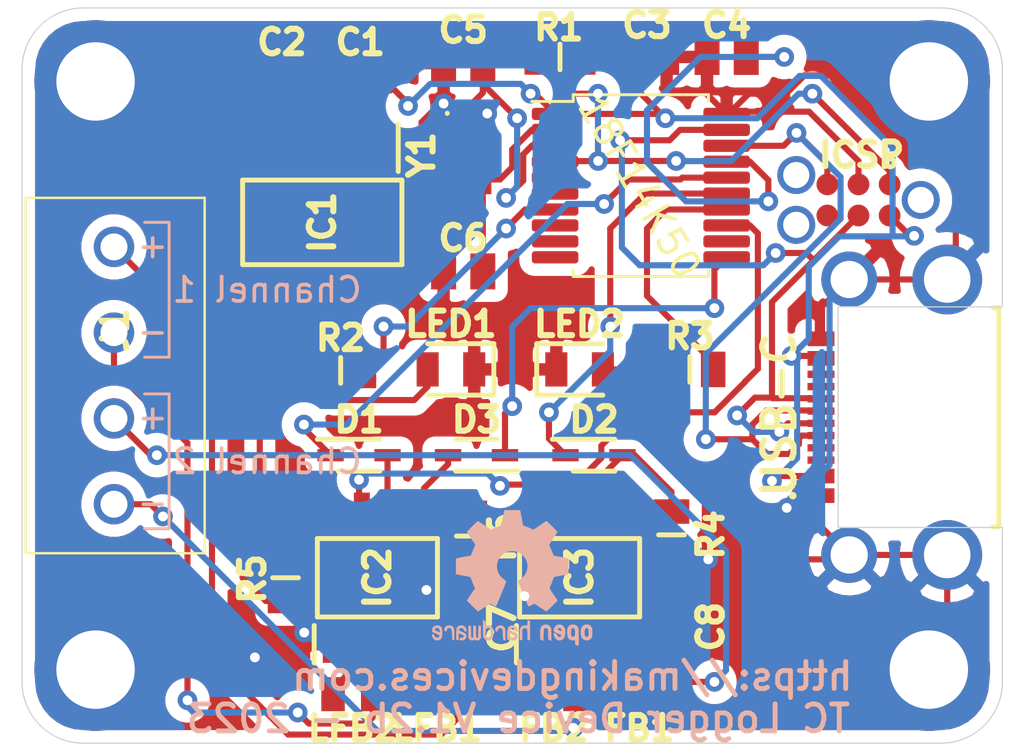
<source format=kicad_pcb>
(kicad_pcb (version 20171130) (host pcbnew "(5.1.12-1-g0a0a2da680)-1")

  (general
    (thickness 1.6)
    (drawings 28)
    (tracks 411)
    (zones 0)
    (modules 32)
    (nets 42)
  )

  (page A4)
  (layers
    (0 F.Cu signal)
    (31 B.Cu signal)
    (32 B.Adhes user)
    (33 F.Adhes user)
    (34 B.Paste user)
    (35 F.Paste user)
    (36 B.SilkS user)
    (37 F.SilkS user)
    (38 B.Mask user)
    (39 F.Mask user)
    (40 Dwgs.User user)
    (41 Cmts.User user)
    (42 Eco1.User user)
    (43 Eco2.User user)
    (44 Edge.Cuts user)
    (45 Margin user)
    (46 B.CrtYd user)
    (47 F.CrtYd user)
    (48 B.Fab user)
    (49 F.Fab user)
  )

  (setup
    (last_trace_width 0.25)
    (trace_clearance 0.2)
    (zone_clearance 0.508)
    (zone_45_only no)
    (trace_min 0.2)
    (via_size 0.8)
    (via_drill 0.4)
    (via_min_size 0.4)
    (via_min_drill 0.3)
    (uvia_size 0.3)
    (uvia_drill 0.1)
    (uvias_allowed no)
    (uvia_min_size 0.2)
    (uvia_min_drill 0.1)
    (edge_width 0.05)
    (segment_width 0.2)
    (pcb_text_width 0.3)
    (pcb_text_size 1.5 1.5)
    (mod_edge_width 0.12)
    (mod_text_size 1 1)
    (mod_text_width 0.15)
    (pad_size 1.524 1.524)
    (pad_drill 0.762)
    (pad_to_mask_clearance 0)
    (aux_axis_origin 0 0)
    (visible_elements 7FFFFFFF)
    (pcbplotparams
      (layerselection 0x010fc_ffffffff)
      (usegerberextensions false)
      (usegerberattributes true)
      (usegerberadvancedattributes true)
      (creategerberjobfile true)
      (excludeedgelayer true)
      (linewidth 0.100000)
      (plotframeref false)
      (viasonmask false)
      (mode 1)
      (useauxorigin false)
      (hpglpennumber 1)
      (hpglpenspeed 20)
      (hpglpendiameter 15.000000)
      (psnegative false)
      (psa4output false)
      (plotreference true)
      (plotvalue true)
      (plotinvisibletext false)
      (padsonsilk false)
      (subtractmaskfromsilk false)
      (outputformat 1)
      (mirror false)
      (drillshape 0)
      (scaleselection 1)
      (outputdirectory "../../../Gerber/v1.2b/"))
  )

  (net 0 "")
  (net 1 GND)
  (net 2 +5V)
  (net 3 /3.3V)
  (net 4 "Net-(C4-Pad2)")
  (net 5 /Cyrstal1)
  (net 6 /Crystal2)
  (net 7 "Net-(D1-Pad2)")
  (net 8 /CS_1)
  (net 9 "Net-(D2-Pad2)")
  (net 10 /CS_2)
  (net 11 "Net-(D3-Pad2)")
  (net 12 /SCK)
  (net 13 "Net-(FB1-Pad2)")
  (net 14 "/ThermoCouple Modules/T+tcm2")
  (net 15 "Net-(FB2-Pad2)")
  (net 16 "/ThermoCouple Modules/T-tcm2")
  (net 17 "Net-(IC2-Pad8)")
  (net 18 /MISO)
  (net 19 "Net-(IC2-Pad3)")
  (net 20 "Net-(IC2-Pad2)")
  (net 21 "Net-(IC3-Pad8)")
  (net 22 /PGC)
  (net 23 /PGD)
  (net 24 /MCLR)
  (net 25 "/ThermoCouple Modules/T-tcm1")
  (net 26 "/ThermoCouple Modules/T+tcm1")
  (net 27 "Net-(LED1-Pad2)")
  (net 28 "Net-(LED2-Pad2)")
  (net 29 "Net-(R2-Pad1)")
  (net 30 "Net-(R3-Pad1)")
  (net 31 "Net-(U1-Pad12)")
  (net 32 "Net-(U1-Pad10)")
  (net 33 "Net-(U1-Pad9)")
  (net 34 "Net-(U1-Pad8)")
  (net 35 "Net-(U1-Pad6)")
  (net 36 "Net-(U1-Pad5)")
  (net 37 "Net-(J2-PadB8)")
  (net 38 "Net-(J2-PadB5)")
  (net 39 "Net-(J2-PadA8)")
  (net 40 "Net-(J2-PadA5)")
  (net 41 "Net-(J3-Pad6)")

  (net_class Default "This is the default net class."
    (clearance 0.2)
    (trace_width 0.25)
    (via_dia 0.8)
    (via_drill 0.4)
    (uvia_dia 0.3)
    (uvia_drill 0.1)
    (add_net +5V)
    (add_net /3.3V)
    (add_net /CS_1)
    (add_net /CS_2)
    (add_net /Crystal2)
    (add_net /Cyrstal1)
    (add_net /MCLR)
    (add_net /MISO)
    (add_net /PGC)
    (add_net /PGD)
    (add_net /SCK)
    (add_net "/ThermoCouple Modules/T+tcm1")
    (add_net "/ThermoCouple Modules/T+tcm2")
    (add_net "/ThermoCouple Modules/T-tcm1")
    (add_net "/ThermoCouple Modules/T-tcm2")
    (add_net GND)
    (add_net "Net-(C4-Pad2)")
    (add_net "Net-(D1-Pad2)")
    (add_net "Net-(D2-Pad2)")
    (add_net "Net-(D3-Pad2)")
    (add_net "Net-(FB1-Pad2)")
    (add_net "Net-(FB2-Pad2)")
    (add_net "Net-(IC2-Pad2)")
    (add_net "Net-(IC2-Pad3)")
    (add_net "Net-(IC2-Pad8)")
    (add_net "Net-(IC3-Pad8)")
    (add_net "Net-(J2-PadA5)")
    (add_net "Net-(J2-PadA8)")
    (add_net "Net-(J2-PadB5)")
    (add_net "Net-(J2-PadB8)")
    (add_net "Net-(J3-Pad6)")
    (add_net "Net-(LED1-Pad2)")
    (add_net "Net-(LED2-Pad2)")
    (add_net "Net-(R2-Pad1)")
    (add_net "Net-(R3-Pad1)")
    (add_net "Net-(U1-Pad10)")
    (add_net "Net-(U1-Pad12)")
    (add_net "Net-(U1-Pad5)")
    (add_net "Net-(U1-Pad6)")
    (add_net "Net-(U1-Pad8)")
    (add_net "Net-(U1-Pad9)")
  )

  (module Symbol:OSHW-Logo2_7.3x6mm_SilkScreen (layer B.Cu) (tedit 0) (tstamp 641A5259)
    (at 105 75.75 180)
    (descr "Open Source Hardware Symbol")
    (tags "Logo Symbol OSHW")
    (attr virtual)
    (fp_text reference REF** (at 0 0) (layer B.SilkS) hide
      (effects (font (size 1 1) (thickness 0.15)) (justify mirror))
    )
    (fp_text value OSHW-Logo2_7.3x6mm_SilkScreen (at 0.75 0) (layer B.Fab) hide
      (effects (font (size 1 1) (thickness 0.15)) (justify mirror))
    )
    (fp_poly (pts (xy 0.10391 2.757652) (xy 0.182454 2.757222) (xy 0.239298 2.756058) (xy 0.278105 2.753793)
      (xy 0.302538 2.75006) (xy 0.316262 2.744494) (xy 0.32294 2.736727) (xy 0.326236 2.726395)
      (xy 0.326556 2.725057) (xy 0.331562 2.700921) (xy 0.340829 2.653299) (xy 0.353392 2.587259)
      (xy 0.368287 2.507872) (xy 0.384551 2.420204) (xy 0.385119 2.417125) (xy 0.40141 2.331211)
      (xy 0.416652 2.255304) (xy 0.429861 2.193955) (xy 0.440054 2.151718) (xy 0.446248 2.133145)
      (xy 0.446543 2.132816) (xy 0.464788 2.123747) (xy 0.502405 2.108633) (xy 0.551271 2.090738)
      (xy 0.551543 2.090642) (xy 0.613093 2.067507) (xy 0.685657 2.038035) (xy 0.754057 2.008403)
      (xy 0.757294 2.006938) (xy 0.868702 1.956374) (xy 1.115399 2.12484) (xy 1.191077 2.176197)
      (xy 1.259631 2.222111) (xy 1.317088 2.25997) (xy 1.359476 2.287163) (xy 1.382825 2.301079)
      (xy 1.385042 2.302111) (xy 1.40201 2.297516) (xy 1.433701 2.275345) (xy 1.481352 2.234553)
      (xy 1.546198 2.174095) (xy 1.612397 2.109773) (xy 1.676214 2.046388) (xy 1.733329 1.988549)
      (xy 1.780305 1.939825) (xy 1.813703 1.90379) (xy 1.830085 1.884016) (xy 1.830694 1.882998)
      (xy 1.832505 1.869428) (xy 1.825683 1.847267) (xy 1.80854 1.813522) (xy 1.779393 1.7652)
      (xy 1.736555 1.699308) (xy 1.679448 1.614483) (xy 1.628766 1.539823) (xy 1.583461 1.47286)
      (xy 1.54615 1.417484) (xy 1.519452 1.37758) (xy 1.505985 1.357038) (xy 1.505137 1.355644)
      (xy 1.506781 1.335962) (xy 1.519245 1.297707) (xy 1.540048 1.248111) (xy 1.547462 1.232272)
      (xy 1.579814 1.16171) (xy 1.614328 1.081647) (xy 1.642365 1.012371) (xy 1.662568 0.960955)
      (xy 1.678615 0.921881) (xy 1.687888 0.901459) (xy 1.689041 0.899886) (xy 1.706096 0.897279)
      (xy 1.746298 0.890137) (xy 1.804302 0.879477) (xy 1.874763 0.866315) (xy 1.952335 0.851667)
      (xy 2.031672 0.836551) (xy 2.107431 0.821982) (xy 2.174264 0.808978) (xy 2.226828 0.798555)
      (xy 2.259776 0.79173) (xy 2.267857 0.789801) (xy 2.276205 0.785038) (xy 2.282506 0.774282)
      (xy 2.287045 0.753902) (xy 2.290104 0.720266) (xy 2.291967 0.669745) (xy 2.292918 0.598708)
      (xy 2.29324 0.503524) (xy 2.293257 0.464508) (xy 2.293257 0.147201) (xy 2.217057 0.132161)
      (xy 2.174663 0.124005) (xy 2.1114 0.112101) (xy 2.034962 0.097884) (xy 1.953043 0.08279)
      (xy 1.9304 0.078645) (xy 1.854806 0.063947) (xy 1.788953 0.049495) (xy 1.738366 0.036625)
      (xy 1.708574 0.026678) (xy 1.703612 0.023713) (xy 1.691426 0.002717) (xy 1.673953 -0.037967)
      (xy 1.654577 -0.090322) (xy 1.650734 -0.1016) (xy 1.625339 -0.171523) (xy 1.593817 -0.250418)
      (xy 1.562969 -0.321266) (xy 1.562817 -0.321595) (xy 1.511447 -0.432733) (xy 1.680399 -0.681253)
      (xy 1.849352 -0.929772) (xy 1.632429 -1.147058) (xy 1.566819 -1.211726) (xy 1.506979 -1.268733)
      (xy 1.456267 -1.315033) (xy 1.418046 -1.347584) (xy 1.395675 -1.363343) (xy 1.392466 -1.364343)
      (xy 1.373626 -1.356469) (xy 1.33518 -1.334578) (xy 1.28133 -1.301267) (xy 1.216276 -1.259131)
      (xy 1.14594 -1.211943) (xy 1.074555 -1.16381) (xy 1.010908 -1.121928) (xy 0.959041 -1.088871)
      (xy 0.922995 -1.067218) (xy 0.906867 -1.059543) (xy 0.887189 -1.066037) (xy 0.849875 -1.08315)
      (xy 0.802621 -1.107326) (xy 0.797612 -1.110013) (xy 0.733977 -1.141927) (xy 0.690341 -1.157579)
      (xy 0.663202 -1.157745) (xy 0.649057 -1.143204) (xy 0.648975 -1.143) (xy 0.641905 -1.125779)
      (xy 0.625042 -1.084899) (xy 0.599695 -1.023525) (xy 0.567171 -0.944819) (xy 0.528778 -0.851947)
      (xy 0.485822 -0.748072) (xy 0.444222 -0.647502) (xy 0.398504 -0.536516) (xy 0.356526 -0.433703)
      (xy 0.319548 -0.342215) (xy 0.288827 -0.265201) (xy 0.265622 -0.205815) (xy 0.25119 -0.167209)
      (xy 0.246743 -0.1528) (xy 0.257896 -0.136272) (xy 0.287069 -0.10993) (xy 0.325971 -0.080887)
      (xy 0.436757 0.010961) (xy 0.523351 0.116241) (xy 0.584716 0.232734) (xy 0.619815 0.358224)
      (xy 0.627608 0.490493) (xy 0.621943 0.551543) (xy 0.591078 0.678205) (xy 0.53792 0.790059)
      (xy 0.465767 0.885999) (xy 0.377917 0.964924) (xy 0.277665 1.02573) (xy 0.16831 1.067313)
      (xy 0.053147 1.088572) (xy -0.064525 1.088401) (xy -0.18141 1.065699) (xy -0.294211 1.019362)
      (xy -0.399631 0.948287) (xy -0.443632 0.908089) (xy -0.528021 0.804871) (xy -0.586778 0.692075)
      (xy -0.620296 0.57299) (xy -0.628965 0.450905) (xy -0.613177 0.329107) (xy -0.573322 0.210884)
      (xy -0.509793 0.099525) (xy -0.422979 -0.001684) (xy -0.325971 -0.080887) (xy -0.285563 -0.111162)
      (xy -0.257018 -0.137219) (xy -0.246743 -0.152825) (xy -0.252123 -0.169843) (xy -0.267425 -0.2105)
      (xy -0.291388 -0.271642) (xy -0.322756 -0.350119) (xy -0.360268 -0.44278) (xy -0.402667 -0.546472)
      (xy -0.444337 -0.647526) (xy -0.49031 -0.758607) (xy -0.532893 -0.861541) (xy -0.570779 -0.953165)
      (xy -0.60266 -1.030316) (xy -0.627229 -1.089831) (xy -0.64318 -1.128544) (xy -0.64909 -1.143)
      (xy -0.663052 -1.157685) (xy -0.69006 -1.157642) (xy -0.733587 -1.142099) (xy -0.79711 -1.110284)
      (xy -0.797612 -1.110013) (xy -0.84544 -1.085323) (xy -0.884103 -1.067338) (xy -0.905905 -1.059614)
      (xy -0.906867 -1.059543) (xy -0.923279 -1.067378) (xy -0.959513 -1.089165) (xy -1.011526 -1.122328)
      (xy -1.075275 -1.164291) (xy -1.14594 -1.211943) (xy -1.217884 -1.260191) (xy -1.282726 -1.302151)
      (xy -1.336265 -1.335227) (xy -1.374303 -1.356821) (xy -1.392467 -1.364343) (xy -1.409192 -1.354457)
      (xy -1.44282 -1.326826) (xy -1.48999 -1.284495) (xy -1.547342 -1.230505) (xy -1.611516 -1.167899)
      (xy -1.632503 -1.146983) (xy -1.849501 -0.929623) (xy -1.684332 -0.68722) (xy -1.634136 -0.612781)
      (xy -1.590081 -0.545972) (xy -1.554638 -0.490665) (xy -1.530281 -0.450729) (xy -1.519478 -0.430036)
      (xy -1.519162 -0.428563) (xy -1.524857 -0.409058) (xy -1.540174 -0.369822) (xy -1.562463 -0.31743)
      (xy -1.578107 -0.282355) (xy -1.607359 -0.215201) (xy -1.634906 -0.147358) (xy -1.656263 -0.090034)
      (xy -1.662065 -0.072572) (xy -1.678548 -0.025938) (xy -1.69466 0.010095) (xy -1.70351 0.023713)
      (xy -1.72304 0.032048) (xy -1.765666 0.043863) (xy -1.825855 0.057819) (xy -1.898078 0.072578)
      (xy -1.9304 0.078645) (xy -2.012478 0.093727) (xy -2.091205 0.108331) (xy -2.158891 0.12102)
      (xy -2.20784 0.130358) (xy -2.217057 0.132161) (xy -2.293257 0.147201) (xy -2.293257 0.464508)
      (xy -2.293086 0.568846) (xy -2.292384 0.647787) (xy -2.290866 0.704962) (xy -2.288251 0.744001)
      (xy -2.284254 0.768535) (xy -2.278591 0.782195) (xy -2.27098 0.788611) (xy -2.267857 0.789801)
      (xy -2.249022 0.79402) (xy -2.207412 0.802438) (xy -2.14837 0.814039) (xy -2.077243 0.827805)
      (xy -1.999375 0.84272) (xy -1.920113 0.857768) (xy -1.844802 0.871931) (xy -1.778787 0.884194)
      (xy -1.727413 0.893539) (xy -1.696025 0.89895) (xy -1.689041 0.899886) (xy -1.682715 0.912404)
      (xy -1.66871 0.945754) (xy -1.649645 0.993623) (xy -1.642366 1.012371) (xy -1.613004 1.084805)
      (xy -1.578429 1.16483) (xy -1.547463 1.232272) (xy -1.524677 1.283841) (xy -1.509518 1.326215)
      (xy -1.504458 1.352166) (xy -1.505264 1.355644) (xy -1.515959 1.372064) (xy -1.54038 1.408583)
      (xy -1.575905 1.461313) (xy -1.619913 1.526365) (xy -1.669783 1.599849) (xy -1.679644 1.614355)
      (xy -1.737508 1.700296) (xy -1.780044 1.765739) (xy -1.808946 1.813696) (xy -1.82591 1.84718)
      (xy -1.832633 1.869205) (xy -1.83081 1.882783) (xy -1.830764 1.882869) (xy -1.816414 1.900703)
      (xy -1.784677 1.935183) (xy -1.73899 1.982732) (xy -1.682796 2.039778) (xy -1.619532 2.102745)
      (xy -1.612398 2.109773) (xy -1.53267 2.18698) (xy -1.471143 2.24367) (xy -1.426579 2.28089)
      (xy -1.397743 2.299685) (xy -1.385042 2.302111) (xy -1.366506 2.291529) (xy -1.328039 2.267084)
      (xy -1.273614 2.231388) (xy -1.207202 2.187053) (xy -1.132775 2.136689) (xy -1.115399 2.12484)
      (xy -0.868703 1.956374) (xy -0.757294 2.006938) (xy -0.689543 2.036405) (xy -0.616817 2.066041)
      (xy -0.554297 2.08967) (xy -0.551543 2.090642) (xy -0.50264 2.108543) (xy -0.464943 2.12368)
      (xy -0.446575 2.13279) (xy -0.446544 2.132816) (xy -0.440715 2.149283) (xy -0.430808 2.189781)
      (xy -0.417805 2.249758) (xy -0.402691 2.32466) (xy -0.386448 2.409936) (xy -0.385119 2.417125)
      (xy -0.368825 2.504986) (xy -0.353867 2.58474) (xy -0.341209 2.651319) (xy -0.331814 2.699653)
      (xy -0.326646 2.724675) (xy -0.326556 2.725057) (xy -0.323411 2.735701) (xy -0.317296 2.743738)
      (xy -0.304547 2.749533) (xy -0.2815 2.753453) (xy -0.244491 2.755865) (xy -0.189856 2.757135)
      (xy -0.113933 2.757629) (xy -0.013056 2.757714) (xy 0 2.757714) (xy 0.10391 2.757652)) (layer B.SilkS) (width 0.01))
    (fp_poly (pts (xy 3.153595 -1.966966) (xy 3.211021 -2.004497) (xy 3.238719 -2.038096) (xy 3.260662 -2.099064)
      (xy 3.262405 -2.147308) (xy 3.258457 -2.211816) (xy 3.109686 -2.276934) (xy 3.037349 -2.310202)
      (xy 2.990084 -2.336964) (xy 2.965507 -2.360144) (xy 2.961237 -2.382667) (xy 2.974889 -2.407455)
      (xy 2.989943 -2.423886) (xy 3.033746 -2.450235) (xy 3.081389 -2.452081) (xy 3.125145 -2.431546)
      (xy 3.157289 -2.390752) (xy 3.163038 -2.376347) (xy 3.190576 -2.331356) (xy 3.222258 -2.312182)
      (xy 3.265714 -2.295779) (xy 3.265714 -2.357966) (xy 3.261872 -2.400283) (xy 3.246823 -2.435969)
      (xy 3.21528 -2.476943) (xy 3.210592 -2.482267) (xy 3.175506 -2.51872) (xy 3.145347 -2.538283)
      (xy 3.107615 -2.547283) (xy 3.076335 -2.55023) (xy 3.020385 -2.550965) (xy 2.980555 -2.54166)
      (xy 2.955708 -2.527846) (xy 2.916656 -2.497467) (xy 2.889625 -2.464613) (xy 2.872517 -2.423294)
      (xy 2.863238 -2.367521) (xy 2.859693 -2.291305) (xy 2.85941 -2.252622) (xy 2.860372 -2.206247)
      (xy 2.948007 -2.206247) (xy 2.949023 -2.231126) (xy 2.951556 -2.2352) (xy 2.968274 -2.229665)
      (xy 3.004249 -2.215017) (xy 3.052331 -2.19419) (xy 3.062386 -2.189714) (xy 3.123152 -2.158814)
      (xy 3.156632 -2.131657) (xy 3.16399 -2.10622) (xy 3.146391 -2.080481) (xy 3.131856 -2.069109)
      (xy 3.07941 -2.046364) (xy 3.030322 -2.050122) (xy 2.989227 -2.077884) (xy 2.960758 -2.127152)
      (xy 2.951631 -2.166257) (xy 2.948007 -2.206247) (xy 2.860372 -2.206247) (xy 2.861285 -2.162249)
      (xy 2.868196 -2.095384) (xy 2.881884 -2.046695) (xy 2.904096 -2.010849) (xy 2.936574 -1.982513)
      (xy 2.950733 -1.973355) (xy 3.015053 -1.949507) (xy 3.085473 -1.948006) (xy 3.153595 -1.966966)) (layer B.SilkS) (width 0.01))
    (fp_poly (pts (xy 2.6526 -1.958752) (xy 2.669948 -1.966334) (xy 2.711356 -1.999128) (xy 2.746765 -2.046547)
      (xy 2.768664 -2.097151) (xy 2.772229 -2.122098) (xy 2.760279 -2.156927) (xy 2.734067 -2.175357)
      (xy 2.705964 -2.186516) (xy 2.693095 -2.188572) (xy 2.686829 -2.173649) (xy 2.674456 -2.141175)
      (xy 2.669028 -2.126502) (xy 2.63859 -2.075744) (xy 2.59452 -2.050427) (xy 2.53801 -2.051206)
      (xy 2.533825 -2.052203) (xy 2.503655 -2.066507) (xy 2.481476 -2.094393) (xy 2.466327 -2.139287)
      (xy 2.45725 -2.204615) (xy 2.453286 -2.293804) (xy 2.452914 -2.341261) (xy 2.45273 -2.416071)
      (xy 2.451522 -2.467069) (xy 2.448309 -2.499471) (xy 2.442109 -2.518495) (xy 2.43194 -2.529356)
      (xy 2.416819 -2.537272) (xy 2.415946 -2.53767) (xy 2.386828 -2.549981) (xy 2.372403 -2.554514)
      (xy 2.370186 -2.540809) (xy 2.368289 -2.502925) (xy 2.366847 -2.445715) (xy 2.365998 -2.374027)
      (xy 2.365829 -2.321565) (xy 2.366692 -2.220047) (xy 2.37007 -2.143032) (xy 2.377142 -2.086023)
      (xy 2.389088 -2.044526) (xy 2.40709 -2.014043) (xy 2.432327 -1.99008) (xy 2.457247 -1.973355)
      (xy 2.517171 -1.951097) (xy 2.586911 -1.946076) (xy 2.6526 -1.958752)) (layer B.SilkS) (width 0.01))
    (fp_poly (pts (xy 2.144876 -1.956335) (xy 2.186667 -1.975344) (xy 2.219469 -1.998378) (xy 2.243503 -2.024133)
      (xy 2.260097 -2.057358) (xy 2.270577 -2.1028) (xy 2.276271 -2.165207) (xy 2.278507 -2.249327)
      (xy 2.278743 -2.304721) (xy 2.278743 -2.520826) (xy 2.241774 -2.53767) (xy 2.212656 -2.549981)
      (xy 2.198231 -2.554514) (xy 2.195472 -2.541025) (xy 2.193282 -2.504653) (xy 2.191942 -2.451542)
      (xy 2.191657 -2.409372) (xy 2.190434 -2.348447) (xy 2.187136 -2.300115) (xy 2.182321 -2.270518)
      (xy 2.178496 -2.264229) (xy 2.152783 -2.270652) (xy 2.112418 -2.287125) (xy 2.065679 -2.309458)
      (xy 2.020845 -2.333457) (xy 1.986193 -2.35493) (xy 1.970002 -2.369685) (xy 1.969938 -2.369845)
      (xy 1.97133 -2.397152) (xy 1.983818 -2.423219) (xy 2.005743 -2.444392) (xy 2.037743 -2.451474)
      (xy 2.065092 -2.450649) (xy 2.103826 -2.450042) (xy 2.124158 -2.459116) (xy 2.136369 -2.483092)
      (xy 2.137909 -2.487613) (xy 2.143203 -2.521806) (xy 2.129047 -2.542568) (xy 2.092148 -2.552462)
      (xy 2.052289 -2.554292) (xy 1.980562 -2.540727) (xy 1.943432 -2.521355) (xy 1.897576 -2.475845)
      (xy 1.873256 -2.419983) (xy 1.871073 -2.360957) (xy 1.891629 -2.305953) (xy 1.922549 -2.271486)
      (xy 1.95342 -2.252189) (xy 2.001942 -2.227759) (xy 2.058485 -2.202985) (xy 2.06791 -2.199199)
      (xy 2.130019 -2.171791) (xy 2.165822 -2.147634) (xy 2.177337 -2.123619) (xy 2.16658 -2.096635)
      (xy 2.148114 -2.075543) (xy 2.104469 -2.049572) (xy 2.056446 -2.047624) (xy 2.012406 -2.067637)
      (xy 1.980709 -2.107551) (xy 1.976549 -2.117848) (xy 1.952327 -2.155724) (xy 1.916965 -2.183842)
      (xy 1.872343 -2.206917) (xy 1.872343 -2.141485) (xy 1.874969 -2.101506) (xy 1.88623 -2.069997)
      (xy 1.911199 -2.036378) (xy 1.935169 -2.010484) (xy 1.972441 -1.973817) (xy 2.001401 -1.954121)
      (xy 2.032505 -1.94622) (xy 2.067713 -1.944914) (xy 2.144876 -1.956335)) (layer B.SilkS) (width 0.01))
    (fp_poly (pts (xy 1.779833 -1.958663) (xy 1.782048 -1.99685) (xy 1.783784 -2.054886) (xy 1.784899 -2.12818)
      (xy 1.785257 -2.205055) (xy 1.785257 -2.465196) (xy 1.739326 -2.511127) (xy 1.707675 -2.539429)
      (xy 1.67989 -2.550893) (xy 1.641915 -2.550168) (xy 1.62684 -2.548321) (xy 1.579726 -2.542948)
      (xy 1.540756 -2.539869) (xy 1.531257 -2.539585) (xy 1.499233 -2.541445) (xy 1.453432 -2.546114)
      (xy 1.435674 -2.548321) (xy 1.392057 -2.551735) (xy 1.362745 -2.54432) (xy 1.33368 -2.521427)
      (xy 1.323188 -2.511127) (xy 1.277257 -2.465196) (xy 1.277257 -1.978602) (xy 1.314226 -1.961758)
      (xy 1.346059 -1.949282) (xy 1.364683 -1.944914) (xy 1.369458 -1.958718) (xy 1.373921 -1.997286)
      (xy 1.377775 -2.056356) (xy 1.380722 -2.131663) (xy 1.382143 -2.195286) (xy 1.386114 -2.445657)
      (xy 1.420759 -2.450556) (xy 1.452268 -2.447131) (xy 1.467708 -2.436041) (xy 1.472023 -2.415308)
      (xy 1.475708 -2.371145) (xy 1.478469 -2.309146) (xy 1.480012 -2.234909) (xy 1.480235 -2.196706)
      (xy 1.480457 -1.976783) (xy 1.526166 -1.960849) (xy 1.558518 -1.950015) (xy 1.576115 -1.944962)
      (xy 1.576623 -1.944914) (xy 1.578388 -1.958648) (xy 1.580329 -1.99673) (xy 1.582282 -2.054482)
      (xy 1.584084 -2.127227) (xy 1.585343 -2.195286) (xy 1.589314 -2.445657) (xy 1.6764 -2.445657)
      (xy 1.680396 -2.21724) (xy 1.684392 -1.988822) (xy 1.726847 -1.966868) (xy 1.758192 -1.951793)
      (xy 1.776744 -1.944951) (xy 1.777279 -1.944914) (xy 1.779833 -1.958663)) (layer B.SilkS) (width 0.01))
    (fp_poly (pts (xy 1.190117 -2.065358) (xy 1.189933 -2.173837) (xy 1.189219 -2.257287) (xy 1.187675 -2.319704)
      (xy 1.185001 -2.365085) (xy 1.180894 -2.397429) (xy 1.175055 -2.420733) (xy 1.167182 -2.438995)
      (xy 1.161221 -2.449418) (xy 1.111855 -2.505945) (xy 1.049264 -2.541377) (xy 0.980013 -2.55409)
      (xy 0.910668 -2.542463) (xy 0.869375 -2.521568) (xy 0.826025 -2.485422) (xy 0.796481 -2.441276)
      (xy 0.778655 -2.383462) (xy 0.770463 -2.306313) (xy 0.769302 -2.249714) (xy 0.769458 -2.245647)
      (xy 0.870857 -2.245647) (xy 0.871476 -2.31055) (xy 0.874314 -2.353514) (xy 0.88084 -2.381622)
      (xy 0.892523 -2.401953) (xy 0.906483 -2.417288) (xy 0.953365 -2.44689) (xy 1.003701 -2.449419)
      (xy 1.051276 -2.424705) (xy 1.054979 -2.421356) (xy 1.070783 -2.403935) (xy 1.080693 -2.383209)
      (xy 1.086058 -2.352362) (xy 1.088228 -2.304577) (xy 1.088571 -2.251748) (xy 1.087827 -2.185381)
      (xy 1.084748 -2.141106) (xy 1.078061 -2.112009) (xy 1.066496 -2.091173) (xy 1.057013 -2.080107)
      (xy 1.01296 -2.052198) (xy 0.962224 -2.048843) (xy 0.913796 -2.070159) (xy 0.90445 -2.078073)
      (xy 0.88854 -2.095647) (xy 0.87861 -2.116587) (xy 0.873278 -2.147782) (xy 0.871163 -2.196122)
      (xy 0.870857 -2.245647) (xy 0.769458 -2.245647) (xy 0.77281 -2.158568) (xy 0.784726 -2.090086)
      (xy 0.807135 -2.0386) (xy 0.842124 -1.998443) (xy 0.869375 -1.977861) (xy 0.918907 -1.955625)
      (xy 0.976316 -1.945304) (xy 1.029682 -1.948067) (xy 1.059543 -1.959212) (xy 1.071261 -1.962383)
      (xy 1.079037 -1.950557) (xy 1.084465 -1.918866) (xy 1.088571 -1.870593) (xy 1.093067 -1.816829)
      (xy 1.099313 -1.784482) (xy 1.110676 -1.765985) (xy 1.130528 -1.75377) (xy 1.143 -1.748362)
      (xy 1.190171 -1.728601) (xy 1.190117 -2.065358)) (layer B.SilkS) (width 0.01))
    (fp_poly (pts (xy 0.529926 -1.949755) (xy 0.595858 -1.974084) (xy 0.649273 -2.017117) (xy 0.670164 -2.047409)
      (xy 0.692939 -2.102994) (xy 0.692466 -2.143186) (xy 0.668562 -2.170217) (xy 0.659717 -2.174813)
      (xy 0.62153 -2.189144) (xy 0.602028 -2.185472) (xy 0.595422 -2.161407) (xy 0.595086 -2.148114)
      (xy 0.582992 -2.09921) (xy 0.551471 -2.064999) (xy 0.507659 -2.048476) (xy 0.458695 -2.052634)
      (xy 0.418894 -2.074227) (xy 0.40545 -2.086544) (xy 0.395921 -2.101487) (xy 0.389485 -2.124075)
      (xy 0.385317 -2.159328) (xy 0.382597 -2.212266) (xy 0.380502 -2.287907) (xy 0.37996 -2.311857)
      (xy 0.377981 -2.39379) (xy 0.375731 -2.451455) (xy 0.372357 -2.489608) (xy 0.367006 -2.513004)
      (xy 0.358824 -2.526398) (xy 0.346959 -2.534545) (xy 0.339362 -2.538144) (xy 0.307102 -2.550452)
      (xy 0.288111 -2.554514) (xy 0.281836 -2.540948) (xy 0.278006 -2.499934) (xy 0.2766 -2.430999)
      (xy 0.277598 -2.333669) (xy 0.277908 -2.318657) (xy 0.280101 -2.229859) (xy 0.282693 -2.165019)
      (xy 0.286382 -2.119067) (xy 0.291864 -2.086935) (xy 0.299835 -2.063553) (xy 0.310993 -2.043852)
      (xy 0.31683 -2.03541) (xy 0.350296 -1.998057) (xy 0.387727 -1.969003) (xy 0.392309 -1.966467)
      (xy 0.459426 -1.946443) (xy 0.529926 -1.949755)) (layer B.SilkS) (width 0.01))
    (fp_poly (pts (xy 0.039744 -1.950968) (xy 0.096616 -1.972087) (xy 0.097267 -1.972493) (xy 0.13244 -1.99838)
      (xy 0.158407 -2.028633) (xy 0.17667 -2.068058) (xy 0.188732 -2.121462) (xy 0.196096 -2.193651)
      (xy 0.200264 -2.289432) (xy 0.200629 -2.303078) (xy 0.205876 -2.508842) (xy 0.161716 -2.531678)
      (xy 0.129763 -2.54711) (xy 0.11047 -2.554423) (xy 0.109578 -2.554514) (xy 0.106239 -2.541022)
      (xy 0.103587 -2.504626) (xy 0.101956 -2.451452) (xy 0.1016 -2.408393) (xy 0.101592 -2.338641)
      (xy 0.098403 -2.294837) (xy 0.087288 -2.273944) (xy 0.063501 -2.272925) (xy 0.022296 -2.288741)
      (xy -0.039914 -2.317815) (xy -0.085659 -2.341963) (xy -0.109187 -2.362913) (xy -0.116104 -2.385747)
      (xy -0.116114 -2.386877) (xy -0.104701 -2.426212) (xy -0.070908 -2.447462) (xy -0.019191 -2.450539)
      (xy 0.018061 -2.450006) (xy 0.037703 -2.460735) (xy 0.049952 -2.486505) (xy 0.057002 -2.519337)
      (xy 0.046842 -2.537966) (xy 0.043017 -2.540632) (xy 0.007001 -2.55134) (xy -0.043434 -2.552856)
      (xy -0.095374 -2.545759) (xy -0.132178 -2.532788) (xy -0.183062 -2.489585) (xy -0.211986 -2.429446)
      (xy -0.217714 -2.382462) (xy -0.213343 -2.340082) (xy -0.197525 -2.305488) (xy -0.166203 -2.274763)
      (xy -0.115322 -2.24399) (xy -0.040824 -2.209252) (xy -0.036286 -2.207288) (xy 0.030821 -2.176287)
      (xy 0.072232 -2.150862) (xy 0.089981 -2.128014) (xy 0.086107 -2.104745) (xy 0.062643 -2.078056)
      (xy 0.055627 -2.071914) (xy 0.00863 -2.0481) (xy -0.040067 -2.049103) (xy -0.082478 -2.072451)
      (xy -0.110616 -2.115675) (xy -0.113231 -2.12416) (xy -0.138692 -2.165308) (xy -0.170999 -2.185128)
      (xy -0.217714 -2.20477) (xy -0.217714 -2.15395) (xy -0.203504 -2.080082) (xy -0.161325 -2.012327)
      (xy -0.139376 -1.989661) (xy -0.089483 -1.960569) (xy -0.026033 -1.9474) (xy 0.039744 -1.950968)) (layer B.SilkS) (width 0.01))
    (fp_poly (pts (xy -0.624114 -1.851289) (xy -0.619861 -1.910613) (xy -0.614975 -1.945572) (xy -0.608205 -1.96082)
      (xy -0.598298 -1.961015) (xy -0.595086 -1.959195) (xy -0.552356 -1.946015) (xy -0.496773 -1.946785)
      (xy -0.440263 -1.960333) (xy -0.404918 -1.977861) (xy -0.368679 -2.005861) (xy -0.342187 -2.037549)
      (xy -0.324001 -2.077813) (xy -0.312678 -2.131543) (xy -0.306778 -2.203626) (xy -0.304857 -2.298951)
      (xy -0.304823 -2.317237) (xy -0.3048 -2.522646) (xy -0.350509 -2.53858) (xy -0.382973 -2.54942)
      (xy -0.400785 -2.554468) (xy -0.401309 -2.554514) (xy -0.403063 -2.540828) (xy -0.404556 -2.503076)
      (xy -0.405674 -2.446224) (xy -0.406303 -2.375234) (xy -0.4064 -2.332073) (xy -0.406602 -2.246973)
      (xy -0.407642 -2.185981) (xy -0.410169 -2.144177) (xy -0.414836 -2.116642) (xy -0.422293 -2.098456)
      (xy -0.433189 -2.084698) (xy -0.439993 -2.078073) (xy -0.486728 -2.051375) (xy -0.537728 -2.049375)
      (xy -0.583999 -2.071955) (xy -0.592556 -2.080107) (xy -0.605107 -2.095436) (xy -0.613812 -2.113618)
      (xy -0.619369 -2.139909) (xy -0.622474 -2.179562) (xy -0.623824 -2.237832) (xy -0.624114 -2.318173)
      (xy -0.624114 -2.522646) (xy -0.669823 -2.53858) (xy -0.702287 -2.54942) (xy -0.720099 -2.554468)
      (xy -0.720623 -2.554514) (xy -0.721963 -2.540623) (xy -0.723172 -2.501439) (xy -0.724199 -2.4407)
      (xy -0.724998 -2.362141) (xy -0.725519 -2.269498) (xy -0.725714 -2.166509) (xy -0.725714 -1.769342)
      (xy -0.678543 -1.749444) (xy -0.631371 -1.729547) (xy -0.624114 -1.851289)) (layer B.SilkS) (width 0.01))
    (fp_poly (pts (xy -1.831697 -1.931239) (xy -1.774473 -1.969735) (xy -1.730251 -2.025335) (xy -1.703833 -2.096086)
      (xy -1.69849 -2.148162) (xy -1.699097 -2.169893) (xy -1.704178 -2.186531) (xy -1.718145 -2.201437)
      (xy -1.745411 -2.217973) (xy -1.790388 -2.239498) (xy -1.857489 -2.269374) (xy -1.857829 -2.269524)
      (xy -1.919593 -2.297813) (xy -1.970241 -2.322933) (xy -2.004596 -2.342179) (xy -2.017482 -2.352848)
      (xy -2.017486 -2.352934) (xy -2.006128 -2.376166) (xy -1.979569 -2.401774) (xy -1.949077 -2.420221)
      (xy -1.93363 -2.423886) (xy -1.891485 -2.411212) (xy -1.855192 -2.379471) (xy -1.837483 -2.344572)
      (xy -1.820448 -2.318845) (xy -1.787078 -2.289546) (xy -1.747851 -2.264235) (xy -1.713244 -2.250471)
      (xy -1.706007 -2.249714) (xy -1.697861 -2.26216) (xy -1.69737 -2.293972) (xy -1.703357 -2.336866)
      (xy -1.714643 -2.382558) (xy -1.73005 -2.422761) (xy -1.730829 -2.424322) (xy -1.777196 -2.489062)
      (xy -1.837289 -2.533097) (xy -1.905535 -2.554711) (xy -1.976362 -2.552185) (xy -2.044196 -2.523804)
      (xy -2.047212 -2.521808) (xy -2.100573 -2.473448) (xy -2.13566 -2.410352) (xy -2.155078 -2.327387)
      (xy -2.157684 -2.304078) (xy -2.162299 -2.194055) (xy -2.156767 -2.142748) (xy -2.017486 -2.142748)
      (xy -2.015676 -2.174753) (xy -2.005778 -2.184093) (xy -1.981102 -2.177105) (xy -1.942205 -2.160587)
      (xy -1.898725 -2.139881) (xy -1.897644 -2.139333) (xy -1.860791 -2.119949) (xy -1.846 -2.107013)
      (xy -1.849647 -2.093451) (xy -1.865005 -2.075632) (xy -1.904077 -2.049845) (xy -1.946154 -2.04795)
      (xy -1.983897 -2.066717) (xy -2.009966 -2.102915) (xy -2.017486 -2.142748) (xy -2.156767 -2.142748)
      (xy -2.152806 -2.106027) (xy -2.12845 -2.036212) (xy -2.094544 -1.987302) (xy -2.033347 -1.937878)
      (xy -1.965937 -1.913359) (xy -1.89712 -1.911797) (xy -1.831697 -1.931239)) (layer B.SilkS) (width 0.01))
    (fp_poly (pts (xy -2.958885 -1.921962) (xy -2.890855 -1.957733) (xy -2.840649 -2.015301) (xy -2.822815 -2.052312)
      (xy -2.808937 -2.107882) (xy -2.801833 -2.178096) (xy -2.80116 -2.254727) (xy -2.806573 -2.329552)
      (xy -2.81773 -2.394342) (xy -2.834286 -2.440873) (xy -2.839374 -2.448887) (xy -2.899645 -2.508707)
      (xy -2.971231 -2.544535) (xy -3.048908 -2.55502) (xy -3.127452 -2.53881) (xy -3.149311 -2.529092)
      (xy -3.191878 -2.499143) (xy -3.229237 -2.459433) (xy -3.232768 -2.454397) (xy -3.247119 -2.430124)
      (xy -3.256606 -2.404178) (xy -3.26221 -2.370022) (xy -3.264914 -2.321119) (xy -3.265701 -2.250935)
      (xy -3.265714 -2.2352) (xy -3.265678 -2.230192) (xy -3.120571 -2.230192) (xy -3.119727 -2.29643)
      (xy -3.116404 -2.340386) (xy -3.109417 -2.368779) (xy -3.097584 -2.388325) (xy -3.091543 -2.394857)
      (xy -3.056814 -2.41968) (xy -3.023097 -2.418548) (xy -2.989005 -2.397016) (xy -2.968671 -2.374029)
      (xy -2.956629 -2.340478) (xy -2.949866 -2.287569) (xy -2.949402 -2.281399) (xy -2.948248 -2.185513)
      (xy -2.960312 -2.114299) (xy -2.98543 -2.068194) (xy -3.02344 -2.047635) (xy -3.037008 -2.046514)
      (xy -3.072636 -2.052152) (xy -3.097006 -2.071686) (xy -3.111907 -2.109042) (xy -3.119125 -2.16815)
      (xy -3.120571 -2.230192) (xy -3.265678 -2.230192) (xy -3.265174 -2.160413) (xy -3.262904 -2.108159)
      (xy -3.257932 -2.071949) (xy -3.249287 -2.045299) (xy -3.235995 -2.021722) (xy -3.233057 -2.017338)
      (xy -3.183687 -1.958249) (xy -3.129891 -1.923947) (xy -3.064398 -1.910331) (xy -3.042158 -1.909665)
      (xy -2.958885 -1.921962)) (layer B.SilkS) (width 0.01))
    (fp_poly (pts (xy -1.283907 -1.92778) (xy -1.237328 -1.954723) (xy -1.204943 -1.981466) (xy -1.181258 -2.009484)
      (xy -1.164941 -2.043748) (xy -1.154661 -2.089227) (xy -1.149086 -2.150892) (xy -1.146884 -2.233711)
      (xy -1.146629 -2.293246) (xy -1.146629 -2.512391) (xy -1.208314 -2.540044) (xy -1.27 -2.567697)
      (xy -1.277257 -2.32767) (xy -1.280256 -2.238028) (xy -1.283402 -2.172962) (xy -1.287299 -2.128026)
      (xy -1.292553 -2.09877) (xy -1.299769 -2.080748) (xy -1.30955 -2.069511) (xy -1.312688 -2.067079)
      (xy -1.360239 -2.048083) (xy -1.408303 -2.0556) (xy -1.436914 -2.075543) (xy -1.448553 -2.089675)
      (xy -1.456609 -2.10822) (xy -1.461729 -2.136334) (xy -1.464559 -2.179173) (xy -1.465744 -2.241895)
      (xy -1.465943 -2.307261) (xy -1.465982 -2.389268) (xy -1.467386 -2.447316) (xy -1.472086 -2.486465)
      (xy -1.482013 -2.51178) (xy -1.499097 -2.528323) (xy -1.525268 -2.541156) (xy -1.560225 -2.554491)
      (xy -1.598404 -2.569007) (xy -1.593859 -2.311389) (xy -1.592029 -2.218519) (xy -1.589888 -2.149889)
      (xy -1.586819 -2.100711) (xy -1.582206 -2.066198) (xy -1.575432 -2.041562) (xy -1.565881 -2.022016)
      (xy -1.554366 -2.00477) (xy -1.49881 -1.94968) (xy -1.43102 -1.917822) (xy -1.357287 -1.910191)
      (xy -1.283907 -1.92778)) (layer B.SilkS) (width 0.01))
    (fp_poly (pts (xy -2.400256 -1.919918) (xy -2.344799 -1.947568) (xy -2.295852 -1.99848) (xy -2.282371 -2.017338)
      (xy -2.267686 -2.042015) (xy -2.258158 -2.068816) (xy -2.252707 -2.104587) (xy -2.250253 -2.156169)
      (xy -2.249714 -2.224267) (xy -2.252148 -2.317588) (xy -2.260606 -2.387657) (xy -2.276826 -2.439931)
      (xy -2.302546 -2.479869) (xy -2.339503 -2.512929) (xy -2.342218 -2.514886) (xy -2.37864 -2.534908)
      (xy -2.422498 -2.544815) (xy -2.478276 -2.547257) (xy -2.568952 -2.547257) (xy -2.56899 -2.635283)
      (xy -2.569834 -2.684308) (xy -2.574976 -2.713065) (xy -2.588413 -2.730311) (xy -2.614142 -2.744808)
      (xy -2.620321 -2.747769) (xy -2.649236 -2.761648) (xy -2.671624 -2.770414) (xy -2.688271 -2.771171)
      (xy -2.699964 -2.761023) (xy -2.70749 -2.737073) (xy -2.711634 -2.696426) (xy -2.713185 -2.636186)
      (xy -2.712929 -2.553455) (xy -2.711651 -2.445339) (xy -2.711252 -2.413) (xy -2.709815 -2.301524)
      (xy -2.708528 -2.228603) (xy -2.569029 -2.228603) (xy -2.568245 -2.290499) (xy -2.56476 -2.330997)
      (xy -2.556876 -2.357708) (xy -2.542895 -2.378244) (xy -2.533403 -2.38826) (xy -2.494596 -2.417567)
      (xy -2.460237 -2.419952) (xy -2.424784 -2.39575) (xy -2.423886 -2.394857) (xy -2.409461 -2.376153)
      (xy -2.400687 -2.350732) (xy -2.396261 -2.311584) (xy -2.394882 -2.251697) (xy -2.394857 -2.23843)
      (xy -2.398188 -2.155901) (xy -2.409031 -2.098691) (xy -2.42866 -2.063766) (xy -2.45835 -2.048094)
      (xy -2.475509 -2.046514) (xy -2.516234 -2.053926) (xy -2.544168 -2.07833) (xy -2.560983 -2.12298)
      (xy -2.56835 -2.19113) (xy -2.569029 -2.228603) (xy -2.708528 -2.228603) (xy -2.708292 -2.215245)
      (xy -2.706323 -2.150333) (xy -2.70355 -2.102958) (xy -2.699612 -2.06929) (xy -2.694151 -2.045498)
      (xy -2.686808 -2.027753) (xy -2.677223 -2.012224) (xy -2.673113 -2.006381) (xy -2.618595 -1.951185)
      (xy -2.549664 -1.91989) (xy -2.469928 -1.911165) (xy -2.400256 -1.919918)) (layer B.SilkS) (width 0.01))
  )

  (module Library_Loader:2169900003 (layer F.Cu) (tedit 0) (tstamp 63507F12)
    (at 121.6 69.2 90)
    (descr 216990-0003-1)
    (tags Connector)
    (path /6350945C)
    (fp_text reference USB-C (at 0.1 -5.7 90) (layer F.SilkS)
      (effects (font (size 1.27 1.27) (thickness 0.254)))
    )
    (fp_text value "Type - C" (at 0 -0.65 90) (layer F.SilkS) hide
      (effects (font (size 1.27 1.27) (thickness 0.254)))
    )
    (fp_line (start 4.47 3.25) (end 4.47 3) (layer F.SilkS) (width 0.2))
    (fp_line (start -4.47 3.25) (end 4.47 3.25) (layer F.SilkS) (width 0.2))
    (fp_line (start -4.47 3) (end -4.47 3.25) (layer F.SilkS) (width 0.2))
    (fp_line (start -3.2 -5.2) (end -3.2 -5.2) (layer F.SilkS) (width 0.2))
    (fp_line (start -3.2 -5.1) (end -3.2 -5.1) (layer F.SilkS) (width 0.2))
    (fp_line (start -3.2 -5.2) (end -3.2 -5.2) (layer F.SilkS) (width 0.2))
    (fp_line (start -8.045 4.25) (end -8.045 -5.55) (layer F.CrtYd) (width 0.1))
    (fp_line (start 8.045 4.25) (end -8.045 4.25) (layer F.CrtYd) (width 0.1))
    (fp_line (start 8.045 -5.55) (end 8.045 4.25) (layer F.CrtYd) (width 0.1))
    (fp_line (start -8.045 -5.55) (end 8.045 -5.55) (layer F.CrtYd) (width 0.1))
    (fp_line (start -4.47 -3.25) (end -4.47 3.25) (layer F.Fab) (width 0.1))
    (fp_line (start 4.47 -3.25) (end -4.47 -3.25) (layer F.Fab) (width 0.1))
    (fp_line (start 4.47 3.25) (end 4.47 -3.25) (layer F.Fab) (width 0.1))
    (fp_line (start -4.47 3.25) (end 4.47 3.25) (layer F.Fab) (width 0.1))
    (fp_arc (start -3.2 -5.15) (end -3.2 -5.2) (angle -180) (layer F.SilkS) (width 0.2))
    (fp_arc (start -3.2 -5.15) (end -3.2 -5.1) (angle -180) (layer F.SilkS) (width 0.2))
    (fp_arc (start -3.2 -5.15) (end -3.2 -5.2) (angle -180) (layer F.SilkS) (width 0.2))
    (fp_text user %R (at 0 -0.65 90) (layer F.Fab)
      (effects (font (size 1.27 1.27) (thickness 0.254)))
    )
    (pad MH4 thru_hole circle (at 5.62 -2.85 90) (size 2.28 2.28) (drill 1.52) (layers *.Cu *.Mask)
      (net 1 GND))
    (pad MH3 thru_hole circle (at 5.62 1.15 90) (size 2.85 2.85) (drill 1.9) (layers *.Cu *.Mask)
      (net 1 GND))
    (pad MH2 thru_hole circle (at -5.62 1.15 90) (size 2.85 2.85) (drill 1.9) (layers *.Cu *.Mask)
      (net 1 GND))
    (pad MH1 thru_hole circle (at -5.62 -2.85 90) (size 2.28 2.28) (drill 1.52) (layers *.Cu *.Mask)
      (net 1 GND))
    (pad B8 smd rect (at -1.75 -4 90) (size 0.3 1.1) (layers F.Cu F.Paste F.Mask)
      (net 37 "Net-(J2-PadB8)"))
    (pad B7 smd rect (at -0.75 -4 90) (size 0.3 1.1) (layers F.Cu F.Paste F.Mask)
      (net 22 /PGC))
    (pad B6 smd rect (at 0.75 -4 90) (size 0.3 1.1) (layers F.Cu F.Paste F.Mask)
      (net 23 /PGD))
    (pad B5 smd rect (at 1.75 -4 90) (size 0.3 1.1) (layers F.Cu F.Paste F.Mask)
      (net 38 "Net-(J2-PadB5)"))
    (pad A12 smd rect (at 3.2 -4 90) (size 0.6 1.1) (layers F.Cu F.Paste F.Mask)
      (net 1 GND))
    (pad A9 smd rect (at 2.4 -4 90) (size 0.6 1.1) (layers F.Cu F.Paste F.Mask)
      (net 2 +5V))
    (pad A8 smd rect (at 1.25 -4 90) (size 0.3 1.1) (layers F.Cu F.Paste F.Mask)
      (net 39 "Net-(J2-PadA8)"))
    (pad A7 smd rect (at 0.25 -4 90) (size 0.3 1.1) (layers F.Cu F.Paste F.Mask)
      (net 22 /PGC))
    (pad A6 smd rect (at -0.25 -4 90) (size 0.3 1.1) (layers F.Cu F.Paste F.Mask)
      (net 23 /PGD))
    (pad A5 smd rect (at -1.25 -4 90) (size 0.3 1.1) (layers F.Cu F.Paste F.Mask)
      (net 40 "Net-(J2-PadA5)"))
    (pad A4 smd rect (at -2.4 -4 90) (size 0.6 1.1) (layers F.Cu F.Paste F.Mask)
      (net 2 +5V))
    (pad A1 smd rect (at -3.2 -4 90) (size 0.6 1.1) (layers F.Cu F.Paste F.Mask)
      (net 1 GND))
    (model D:\SamacSys_PCB_Library\KiCad\SamacSys_Parts.3dshapes\216990-0003.stp
      (offset (xyz 0 0.65 1.07))
      (scale (xyz 1 1 1))
      (rotate (xyz -90 0 -180))
    )
  )

  (module Library_Loader:CAPC2012X140N (layer F.Cu) (tedit 0) (tstamp 61205E60)
    (at 98.8 55.25 180)
    (descr "0805 (2012 metric) 1.4 Thickness")
    (tags Capacitor)
    (path /611FB1BB)
    (attr smd)
    (fp_text reference C1 (at 0 1.35) (layer F.SilkS)
      (effects (font (size 1 1) (thickness 0.254)))
    )
    (fp_text value 100nF (at 0 0) (layer F.SilkS) hide
      (effects (font (size 1.27 1.27) (thickness 0.254)))
    )
    (fp_line (start -1.46 -0.89) (end 1.46 -0.89) (layer F.CrtYd) (width 0.05))
    (fp_line (start 1.46 -0.89) (end 1.46 0.89) (layer F.CrtYd) (width 0.05))
    (fp_line (start 1.46 0.89) (end -1.46 0.89) (layer F.CrtYd) (width 0.05))
    (fp_line (start -1.46 0.89) (end -1.46 -0.89) (layer F.CrtYd) (width 0.05))
    (fp_line (start -1 -0.625) (end 1 -0.625) (layer F.Fab) (width 0.1))
    (fp_line (start 1 -0.625) (end 1 0.625) (layer F.Fab) (width 0.1))
    (fp_line (start 1 0.625) (end -1 0.625) (layer F.Fab) (width 0.1))
    (fp_line (start -1 0.625) (end -1 -0.625) (layer F.Fab) (width 0.1))
    (fp_text user %R (at 0 0) (layer F.Fab)
      (effects (font (size 1 1) (thickness 0.254)))
    )
    (pad 2 smd rect (at 0.8 0 180) (size 1.02 1.47) (layers F.Cu F.Paste F.Mask)
      (net 1 GND))
    (pad 1 smd rect (at -0.8 0 180) (size 1.02 1.47) (layers F.Cu F.Paste F.Mask)
      (net 2 +5V))
    (model D:\SamacSys_PCB_Library\KiCad\SamacSys_Parts.3dshapes\C0805C475M8RACTU.stp
      (at (xyz 0 0 0))
      (scale (xyz 1 1 1))
      (rotate (xyz 0 0 0))
    )
  )

  (module Library_Loader:CAPC2012X140N (layer F.Cu) (tedit 0) (tstamp 61205E6F)
    (at 95.55 55.25)
    (descr "0805 (2012 metric) 1.4 Thickness")
    (tags Capacitor)
    (path /611F9EEE)
    (attr smd)
    (fp_text reference C2 (at 0.05 -1.35) (layer F.SilkS)
      (effects (font (size 1 1) (thickness 0.254)))
    )
    (fp_text value 100nF (at 0 0) (layer F.SilkS) hide
      (effects (font (size 1.27 1.27) (thickness 0.254)))
    )
    (fp_line (start -1.46 -0.89) (end 1.46 -0.89) (layer F.CrtYd) (width 0.05))
    (fp_line (start 1.46 -0.89) (end 1.46 0.89) (layer F.CrtYd) (width 0.05))
    (fp_line (start 1.46 0.89) (end -1.46 0.89) (layer F.CrtYd) (width 0.05))
    (fp_line (start -1.46 0.89) (end -1.46 -0.89) (layer F.CrtYd) (width 0.05))
    (fp_line (start -1 -0.625) (end 1 -0.625) (layer F.Fab) (width 0.1))
    (fp_line (start 1 -0.625) (end 1 0.625) (layer F.Fab) (width 0.1))
    (fp_line (start 1 0.625) (end -1 0.625) (layer F.Fab) (width 0.1))
    (fp_line (start -1 0.625) (end -1 -0.625) (layer F.Fab) (width 0.1))
    (fp_text user %R (at 0 0) (layer F.Fab)
      (effects (font (size 1 1) (thickness 0.254)))
    )
    (pad 2 smd rect (at 0.8 0) (size 1.02 1.47) (layers F.Cu F.Paste F.Mask)
      (net 1 GND))
    (pad 1 smd rect (at -0.8 0) (size 1.02 1.47) (layers F.Cu F.Paste F.Mask)
      (net 3 /3.3V))
    (model D:\SamacSys_PCB_Library\KiCad\SamacSys_Parts.3dshapes\C0805C475M8RACTU.stp
      (at (xyz 0 0 0))
      (scale (xyz 1 1 1))
      (rotate (xyz 0 0 0))
    )
  )

  (module Library_Loader:CAPC2012X140N (layer F.Cu) (tedit 0) (tstamp 61205E7E)
    (at 110.5 54.5 180)
    (descr "0805 (2012 metric) 1.4 Thickness")
    (tags Capacitor)
    (path /6122728D)
    (attr smd)
    (fp_text reference C3 (at 0 1.3) (layer F.SilkS)
      (effects (font (size 1 1) (thickness 0.254)))
    )
    (fp_text value 100nF (at 0 0) (layer F.SilkS) hide
      (effects (font (size 1.27 1.27) (thickness 0.254)))
    )
    (fp_line (start -1.46 -0.89) (end 1.46 -0.89) (layer F.CrtYd) (width 0.05))
    (fp_line (start 1.46 -0.89) (end 1.46 0.89) (layer F.CrtYd) (width 0.05))
    (fp_line (start 1.46 0.89) (end -1.46 0.89) (layer F.CrtYd) (width 0.05))
    (fp_line (start -1.46 0.89) (end -1.46 -0.89) (layer F.CrtYd) (width 0.05))
    (fp_line (start -1 -0.625) (end 1 -0.625) (layer F.Fab) (width 0.1))
    (fp_line (start 1 -0.625) (end 1 0.625) (layer F.Fab) (width 0.1))
    (fp_line (start 1 0.625) (end -1 0.625) (layer F.Fab) (width 0.1))
    (fp_line (start -1 0.625) (end -1 -0.625) (layer F.Fab) (width 0.1))
    (fp_text user %R (at 0 0) (layer F.Fab)
      (effects (font (size 1 1) (thickness 0.254)))
    )
    (pad 2 smd rect (at 0.8 0 180) (size 1.02 1.47) (layers F.Cu F.Paste F.Mask)
      (net 2 +5V))
    (pad 1 smd rect (at -0.8 0 180) (size 1.02 1.47) (layers F.Cu F.Paste F.Mask)
      (net 1 GND))
    (model D:\SamacSys_PCB_Library\KiCad\SamacSys_Parts.3dshapes\C0805C475M8RACTU.stp
      (at (xyz 0 0 0))
      (scale (xyz 1 1 1))
      (rotate (xyz 0 0 0))
    )
  )

  (module Library_Loader:CAPC2012X140N (layer F.Cu) (tedit 0) (tstamp 61205E8D)
    (at 113.75 54.5)
    (descr "0805 (2012 metric) 1.4 Thickness")
    (tags Capacitor)
    (path /6125711E)
    (attr smd)
    (fp_text reference C4 (at 0 -1.3) (layer F.SilkS)
      (effects (font (size 1 1) (thickness 0.254)))
    )
    (fp_text value 100nF (at 0 0) (layer F.SilkS) hide
      (effects (font (size 1.27 1.27) (thickness 0.254)))
    )
    (fp_line (start -1.46 -0.89) (end 1.46 -0.89) (layer F.CrtYd) (width 0.05))
    (fp_line (start 1.46 -0.89) (end 1.46 0.89) (layer F.CrtYd) (width 0.05))
    (fp_line (start 1.46 0.89) (end -1.46 0.89) (layer F.CrtYd) (width 0.05))
    (fp_line (start -1.46 0.89) (end -1.46 -0.89) (layer F.CrtYd) (width 0.05))
    (fp_line (start -1 -0.625) (end 1 -0.625) (layer F.Fab) (width 0.1))
    (fp_line (start 1 -0.625) (end 1 0.625) (layer F.Fab) (width 0.1))
    (fp_line (start 1 0.625) (end -1 0.625) (layer F.Fab) (width 0.1))
    (fp_line (start -1 0.625) (end -1 -0.625) (layer F.Fab) (width 0.1))
    (fp_text user %R (at 0 0) (layer F.Fab)
      (effects (font (size 1 1) (thickness 0.254)))
    )
    (pad 2 smd rect (at 0.8 0) (size 1.02 1.47) (layers F.Cu F.Paste F.Mask)
      (net 4 "Net-(C4-Pad2)"))
    (pad 1 smd rect (at -0.8 0) (size 1.02 1.47) (layers F.Cu F.Paste F.Mask)
      (net 1 GND))
    (model D:\SamacSys_PCB_Library\KiCad\SamacSys_Parts.3dshapes\C0805C475M8RACTU.stp
      (at (xyz 0 0 0))
      (scale (xyz 1 1 1))
      (rotate (xyz 0 0 0))
    )
  )

  (module Library_Loader:CAPC2012X140N (layer F.Cu) (tedit 0) (tstamp 61205E9C)
    (at 103 54.75 180)
    (descr "0805 (2012 metric) 1.4 Thickness")
    (tags Capacitor)
    (path /611EFDE5)
    (attr smd)
    (fp_text reference C5 (at 0 1.35) (layer F.SilkS)
      (effects (font (size 1 1) (thickness 0.254)))
    )
    (fp_text value 22pF (at 0 0) (layer F.SilkS) hide
      (effects (font (size 1.27 1.27) (thickness 0.254)))
    )
    (fp_line (start -1.46 -0.89) (end 1.46 -0.89) (layer F.CrtYd) (width 0.05))
    (fp_line (start 1.46 -0.89) (end 1.46 0.89) (layer F.CrtYd) (width 0.05))
    (fp_line (start 1.46 0.89) (end -1.46 0.89) (layer F.CrtYd) (width 0.05))
    (fp_line (start -1.46 0.89) (end -1.46 -0.89) (layer F.CrtYd) (width 0.05))
    (fp_line (start -1 -0.625) (end 1 -0.625) (layer F.Fab) (width 0.1))
    (fp_line (start 1 -0.625) (end 1 0.625) (layer F.Fab) (width 0.1))
    (fp_line (start 1 0.625) (end -1 0.625) (layer F.Fab) (width 0.1))
    (fp_line (start -1 0.625) (end -1 -0.625) (layer F.Fab) (width 0.1))
    (fp_text user %R (at 0 0) (layer F.Fab)
      (effects (font (size 1 1) (thickness 0.254)))
    )
    (pad 2 smd rect (at 0.8 0 180) (size 1.02 1.47) (layers F.Cu F.Paste F.Mask)
      (net 1 GND))
    (pad 1 smd rect (at -0.8 0 180) (size 1.02 1.47) (layers F.Cu F.Paste F.Mask)
      (net 5 /Cyrstal1))
    (model D:\SamacSys_PCB_Library\KiCad\SamacSys_Parts.3dshapes\C0805C475M8RACTU.stp
      (at (xyz 0 0 0))
      (scale (xyz 1 1 1))
      (rotate (xyz 0 0 0))
    )
  )

  (module Library_Loader:CAPC2012X140N (layer F.Cu) (tedit 0) (tstamp 61205EAB)
    (at 103 63.25)
    (descr "0805 (2012 metric) 1.4 Thickness")
    (tags Capacitor)
    (path /611EEAFC)
    (attr smd)
    (fp_text reference C6 (at 0 -1.35) (layer F.SilkS)
      (effects (font (size 1 1) (thickness 0.254)))
    )
    (fp_text value 22pF (at 0 0) (layer F.SilkS) hide
      (effects (font (size 1.27 1.27) (thickness 0.254)))
    )
    (fp_line (start -1.46 -0.89) (end 1.46 -0.89) (layer F.CrtYd) (width 0.05))
    (fp_line (start 1.46 -0.89) (end 1.46 0.89) (layer F.CrtYd) (width 0.05))
    (fp_line (start 1.46 0.89) (end -1.46 0.89) (layer F.CrtYd) (width 0.05))
    (fp_line (start -1.46 0.89) (end -1.46 -0.89) (layer F.CrtYd) (width 0.05))
    (fp_line (start -1 -0.625) (end 1 -0.625) (layer F.Fab) (width 0.1))
    (fp_line (start 1 -0.625) (end 1 0.625) (layer F.Fab) (width 0.1))
    (fp_line (start 1 0.625) (end -1 0.625) (layer F.Fab) (width 0.1))
    (fp_line (start -1 0.625) (end -1 -0.625) (layer F.Fab) (width 0.1))
    (fp_text user %R (at 0 0) (layer F.Fab)
      (effects (font (size 1 1) (thickness 0.254)))
    )
    (pad 2 smd rect (at 0.8 0) (size 1.02 1.47) (layers F.Cu F.Paste F.Mask)
      (net 6 /Crystal2))
    (pad 1 smd rect (at -0.8 0) (size 1.02 1.47) (layers F.Cu F.Paste F.Mask)
      (net 1 GND))
    (model D:\SamacSys_PCB_Library\KiCad\SamacSys_Parts.3dshapes\C0805C475M8RACTU.stp
      (at (xyz 0 0 0))
      (scale (xyz 1 1 1))
      (rotate (xyz 0 0 0))
    )
  )

  (module Library_Loader:CAPC2012X140N (layer F.Cu) (tedit 0) (tstamp 61205EBA)
    (at 103.25 77.8 270)
    (descr "0805 (2012 metric) 1.4 Thickness")
    (tags Capacitor)
    (path /60AFDA00/611ED141)
    (attr smd)
    (fp_text reference C7 (at 0 -1.35 90) (layer F.SilkS)
      (effects (font (size 1 1) (thickness 0.254)))
    )
    (fp_text value 100nF (at 0 0 90) (layer F.SilkS) hide
      (effects (font (size 1.27 1.27) (thickness 0.254)))
    )
    (fp_line (start -1.46 -0.89) (end 1.46 -0.89) (layer F.CrtYd) (width 0.05))
    (fp_line (start 1.46 -0.89) (end 1.46 0.89) (layer F.CrtYd) (width 0.05))
    (fp_line (start 1.46 0.89) (end -1.46 0.89) (layer F.CrtYd) (width 0.05))
    (fp_line (start -1.46 0.89) (end -1.46 -0.89) (layer F.CrtYd) (width 0.05))
    (fp_line (start -1 -0.625) (end 1 -0.625) (layer F.Fab) (width 0.1))
    (fp_line (start 1 -0.625) (end 1 0.625) (layer F.Fab) (width 0.1))
    (fp_line (start 1 0.625) (end -1 0.625) (layer F.Fab) (width 0.1))
    (fp_line (start -1 0.625) (end -1 -0.625) (layer F.Fab) (width 0.1))
    (fp_text user %R (at 0 0 90) (layer F.Fab)
      (effects (font (size 1 1) (thickness 0.254)))
    )
    (pad 2 smd rect (at 0.8 0 270) (size 1.02 1.47) (layers F.Cu F.Paste F.Mask)
      (net 3 /3.3V))
    (pad 1 smd rect (at -0.8 0 270) (size 1.02 1.47) (layers F.Cu F.Paste F.Mask)
      (net 1 GND))
    (model D:\SamacSys_PCB_Library\KiCad\SamacSys_Parts.3dshapes\C0805C475M8RACTU.stp
      (at (xyz 0 0 0))
      (scale (xyz 1 1 1))
      (rotate (xyz 0 0 0))
    )
  )

  (module Library_Loader:CAPC2012X140N (layer F.Cu) (tedit 0) (tstamp 61205EC9)
    (at 111.5 77.75 270)
    (descr "0805 (2012 metric) 1.4 Thickness")
    (tags Capacitor)
    (path /60AFDA00/611EE2D4)
    (attr smd)
    (fp_text reference C8 (at 0 -1.6 90) (layer F.SilkS)
      (effects (font (size 1 1) (thickness 0.254)))
    )
    (fp_text value 100nF (at 0 0 90) (layer F.SilkS) hide
      (effects (font (size 1.27 1.27) (thickness 0.254)))
    )
    (fp_line (start -1.46 -0.89) (end 1.46 -0.89) (layer F.CrtYd) (width 0.05))
    (fp_line (start 1.46 -0.89) (end 1.46 0.89) (layer F.CrtYd) (width 0.05))
    (fp_line (start 1.46 0.89) (end -1.46 0.89) (layer F.CrtYd) (width 0.05))
    (fp_line (start -1.46 0.89) (end -1.46 -0.89) (layer F.CrtYd) (width 0.05))
    (fp_line (start -1 -0.625) (end 1 -0.625) (layer F.Fab) (width 0.1))
    (fp_line (start 1 -0.625) (end 1 0.625) (layer F.Fab) (width 0.1))
    (fp_line (start 1 0.625) (end -1 0.625) (layer F.Fab) (width 0.1))
    (fp_line (start -1 0.625) (end -1 -0.625) (layer F.Fab) (width 0.1))
    (fp_text user %R (at 0 0 90) (layer F.Fab)
      (effects (font (size 1 1) (thickness 0.254)))
    )
    (pad 2 smd rect (at 0.8 0 270) (size 1.02 1.47) (layers F.Cu F.Paste F.Mask)
      (net 3 /3.3V))
    (pad 1 smd rect (at -0.8 0 270) (size 1.02 1.47) (layers F.Cu F.Paste F.Mask)
      (net 1 GND))
    (model D:\SamacSys_PCB_Library\KiCad\SamacSys_Parts.3dshapes\C0805C475M8RACTU.stp
      (at (xyz 0 0 0))
      (scale (xyz 1 1 1))
      (rotate (xyz 0 0 0))
    )
  )

  (module Library_Loader:SOD2513X120N (layer F.Cu) (tedit 0) (tstamp 61205EDB)
    (at 98.75 70.75)
    (descr SOD323)
    (tags Diode)
    (path /60AFDA00/611E3073)
    (attr smd)
    (fp_text reference D1 (at 0 -1.45) (layer F.SilkS)
      (effects (font (size 1 1) (thickness 0.254)))
    )
    (fp_text value ZLLS410TA (at 0 0) (layer F.SilkS) hide
      (effects (font (size 1.27 1.27) (thickness 0.254)))
    )
    (fp_line (start -1.975 -1.15) (end 1.975 -1.15) (layer F.CrtYd) (width 0.05))
    (fp_line (start 1.975 -1.15) (end 1.975 1.15) (layer F.CrtYd) (width 0.05))
    (fp_line (start 1.975 1.15) (end -1.975 1.15) (layer F.CrtYd) (width 0.05))
    (fp_line (start -1.975 1.15) (end -1.975 -1.15) (layer F.CrtYd) (width 0.05))
    (fp_line (start -0.85 -0.65) (end 0.85 -0.65) (layer F.Fab) (width 0.1))
    (fp_line (start 0.85 -0.65) (end 0.85 0.65) (layer F.Fab) (width 0.1))
    (fp_line (start 0.85 0.65) (end -0.85 0.65) (layer F.Fab) (width 0.1))
    (fp_line (start -0.85 0.65) (end -0.85 -0.65) (layer F.Fab) (width 0.1))
    (fp_line (start -0.85 -0.112) (end -0.312 -0.65) (layer F.Fab) (width 0.1))
    (fp_line (start -1.7 -0.65) (end 0.85 -0.65) (layer F.SilkS) (width 0.2))
    (fp_line (start -0.85 0.65) (end 0.85 0.65) (layer F.SilkS) (width 0.2))
    (fp_text user %R (at 0 0) (layer F.Fab)
      (effects (font (size 1 1) (thickness 0.254)))
    )
    (pad 2 smd rect (at 1.162 0 90) (size 0.5 1.075) (layers F.Cu F.Paste F.Mask)
      (net 7 "Net-(D1-Pad2)"))
    (pad 1 smd rect (at -1.162 0 90) (size 0.5 1.075) (layers F.Cu F.Paste F.Mask)
      (net 8 /CS_1))
    (model D:\SamacSys_PCB_Library\KiCad\SamacSys_Parts.3dshapes\ZLLS410TA.stp
      (at (xyz 0 0 0))
      (scale (xyz 1 1 1))
      (rotate (xyz 0 0 0))
    )
  )

  (module Library_Loader:SOD2513X120N (layer F.Cu) (tedit 0) (tstamp 61205EED)
    (at 108.338 70.75)
    (descr SOD323)
    (tags Diode)
    (path /60AFDA00/611E3F22)
    (attr smd)
    (fp_text reference D2 (at 0 -1.45) (layer F.SilkS)
      (effects (font (size 1 1) (thickness 0.254)))
    )
    (fp_text value ZLLS410TA (at 0 0) (layer F.SilkS) hide
      (effects (font (size 1.27 1.27) (thickness 0.254)))
    )
    (fp_line (start -1.975 -1.15) (end 1.975 -1.15) (layer F.CrtYd) (width 0.05))
    (fp_line (start 1.975 -1.15) (end 1.975 1.15) (layer F.CrtYd) (width 0.05))
    (fp_line (start 1.975 1.15) (end -1.975 1.15) (layer F.CrtYd) (width 0.05))
    (fp_line (start -1.975 1.15) (end -1.975 -1.15) (layer F.CrtYd) (width 0.05))
    (fp_line (start -0.85 -0.65) (end 0.85 -0.65) (layer F.Fab) (width 0.1))
    (fp_line (start 0.85 -0.65) (end 0.85 0.65) (layer F.Fab) (width 0.1))
    (fp_line (start 0.85 0.65) (end -0.85 0.65) (layer F.Fab) (width 0.1))
    (fp_line (start -0.85 0.65) (end -0.85 -0.65) (layer F.Fab) (width 0.1))
    (fp_line (start -0.85 -0.112) (end -0.312 -0.65) (layer F.Fab) (width 0.1))
    (fp_line (start -1.7 -0.65) (end 0.85 -0.65) (layer F.SilkS) (width 0.2))
    (fp_line (start -0.85 0.65) (end 0.85 0.65) (layer F.SilkS) (width 0.2))
    (fp_text user %R (at 0 0) (layer F.Fab)
      (effects (font (size 1 1) (thickness 0.254)))
    )
    (pad 2 smd rect (at 1.162 0 90) (size 0.5 1.075) (layers F.Cu F.Paste F.Mask)
      (net 9 "Net-(D2-Pad2)"))
    (pad 1 smd rect (at -1.162 0 90) (size 0.5 1.075) (layers F.Cu F.Paste F.Mask)
      (net 10 /CS_2))
    (model D:\SamacSys_PCB_Library\KiCad\SamacSys_Parts.3dshapes\ZLLS410TA.stp
      (at (xyz 0 0 0))
      (scale (xyz 1 1 1))
      (rotate (xyz 0 0 0))
    )
  )

  (module Library_Loader:SOD2513X120N (layer F.Cu) (tedit 0) (tstamp 61205EFF)
    (at 103.544 70.75 180)
    (descr SOD323)
    (tags Diode)
    (path /60AFDA00/611E1D22)
    (attr smd)
    (fp_text reference D3 (at 0 1.45) (layer F.SilkS)
      (effects (font (size 1 1) (thickness 0.254)))
    )
    (fp_text value ZLLS410TA (at 0 0) (layer F.SilkS) hide
      (effects (font (size 1.27 1.27) (thickness 0.254)))
    )
    (fp_line (start -1.975 -1.15) (end 1.975 -1.15) (layer F.CrtYd) (width 0.05))
    (fp_line (start 1.975 -1.15) (end 1.975 1.15) (layer F.CrtYd) (width 0.05))
    (fp_line (start 1.975 1.15) (end -1.975 1.15) (layer F.CrtYd) (width 0.05))
    (fp_line (start -1.975 1.15) (end -1.975 -1.15) (layer F.CrtYd) (width 0.05))
    (fp_line (start -0.85 -0.65) (end 0.85 -0.65) (layer F.Fab) (width 0.1))
    (fp_line (start 0.85 -0.65) (end 0.85 0.65) (layer F.Fab) (width 0.1))
    (fp_line (start 0.85 0.65) (end -0.85 0.65) (layer F.Fab) (width 0.1))
    (fp_line (start -0.85 0.65) (end -0.85 -0.65) (layer F.Fab) (width 0.1))
    (fp_line (start -0.85 -0.112) (end -0.312 -0.65) (layer F.Fab) (width 0.1))
    (fp_line (start -1.7 -0.65) (end 0.85 -0.65) (layer F.SilkS) (width 0.2))
    (fp_line (start -0.85 0.65) (end 0.85 0.65) (layer F.SilkS) (width 0.2))
    (fp_text user %R (at 0 0) (layer F.Fab)
      (effects (font (size 1 1) (thickness 0.254)))
    )
    (pad 2 smd rect (at 1.162 0 270) (size 0.5 1.075) (layers F.Cu F.Paste F.Mask)
      (net 11 "Net-(D3-Pad2)"))
    (pad 1 smd rect (at -1.162 0 270) (size 0.5 1.075) (layers F.Cu F.Paste F.Mask)
      (net 12 /SCK))
    (model D:\SamacSys_PCB_Library\KiCad\SamacSys_Parts.3dshapes\ZLLS410TA.stp
      (at (xyz 0 0 0))
      (scale (xyz 1 1 1))
      (rotate (xyz 0 0 0))
    )
  )

  (module Library_Loader:CAPC2012X90N (layer F.Cu) (tedit 0) (tstamp 61205F0E)
    (at 110.19 80.5 180)
    (descr 0805)
    (tags Inductor)
    (path /60AFDA00/611DE3B5)
    (attr smd)
    (fp_text reference FB1 (at 0 -1.4) (layer F.SilkS)
      (effects (font (size 1 1) (thickness 0.254)))
    )
    (fp_text value 742792005 (at 0 0) (layer F.SilkS) hide
      (effects (font (size 1.27 1.27) (thickness 0.254)))
    )
    (fp_line (start -1.44 -0.85) (end 1.44 -0.85) (layer F.CrtYd) (width 0.05))
    (fp_line (start 1.44 -0.85) (end 1.44 0.85) (layer F.CrtYd) (width 0.05))
    (fp_line (start 1.44 0.85) (end -1.44 0.85) (layer F.CrtYd) (width 0.05))
    (fp_line (start -1.44 0.85) (end -1.44 -0.85) (layer F.CrtYd) (width 0.05))
    (fp_line (start -1 -0.625) (end 1 -0.625) (layer F.Fab) (width 0.1))
    (fp_line (start 1 -0.625) (end 1 0.625) (layer F.Fab) (width 0.1))
    (fp_line (start 1 0.625) (end -1 0.625) (layer F.Fab) (width 0.1))
    (fp_line (start -1 0.625) (end -1 -0.625) (layer F.Fab) (width 0.1))
    (fp_text user %R (at 0 0) (layer F.Fab)
      (effects (font (size 1 1) (thickness 0.254)))
    )
    (pad 2 smd rect (at 0.81 0 180) (size 0.96 1.39) (layers F.Cu F.Paste F.Mask)
      (net 13 "Net-(FB1-Pad2)"))
    (pad 1 smd rect (at -0.81 0 180) (size 0.96 1.39) (layers F.Cu F.Paste F.Mask)
      (net 14 "/ThermoCouple Modules/T+tcm2"))
    (model D:\SamacSys_PCB_Library\KiCad\SamacSys_Parts.3dshapes\742792005.stp
      (at (xyz 0 0 0))
      (scale (xyz 1 1 1))
      (rotate (xyz 0 0 0))
    )
  )

  (module Library_Loader:CAPC2012X90N (layer F.Cu) (tedit 0) (tstamp 61205F1D)
    (at 106.75 80.5 180)
    (descr 0805)
    (tags Inductor)
    (path /60AFDA00/611DF27E)
    (attr smd)
    (fp_text reference FB2 (at 0.05 -1.4) (layer F.SilkS)
      (effects (font (size 1 1) (thickness 0.254)))
    )
    (fp_text value 742792005 (at 0 0) (layer F.SilkS) hide
      (effects (font (size 1.27 1.27) (thickness 0.254)))
    )
    (fp_line (start -1.44 -0.85) (end 1.44 -0.85) (layer F.CrtYd) (width 0.05))
    (fp_line (start 1.44 -0.85) (end 1.44 0.85) (layer F.CrtYd) (width 0.05))
    (fp_line (start 1.44 0.85) (end -1.44 0.85) (layer F.CrtYd) (width 0.05))
    (fp_line (start -1.44 0.85) (end -1.44 -0.85) (layer F.CrtYd) (width 0.05))
    (fp_line (start -1 -0.625) (end 1 -0.625) (layer F.Fab) (width 0.1))
    (fp_line (start 1 -0.625) (end 1 0.625) (layer F.Fab) (width 0.1))
    (fp_line (start 1 0.625) (end -1 0.625) (layer F.Fab) (width 0.1))
    (fp_line (start -1 0.625) (end -1 -0.625) (layer F.Fab) (width 0.1))
    (fp_text user %R (at 0 0) (layer F.Fab)
      (effects (font (size 1 1) (thickness 0.254)))
    )
    (pad 2 smd rect (at 0.81 0 180) (size 0.96 1.39) (layers F.Cu F.Paste F.Mask)
      (net 15 "Net-(FB2-Pad2)"))
    (pad 1 smd rect (at -0.81 0 180) (size 0.96 1.39) (layers F.Cu F.Paste F.Mask)
      (net 16 "/ThermoCouple Modules/T-tcm2"))
    (model D:\SamacSys_PCB_Library\KiCad\SamacSys_Parts.3dshapes\742792005.stp
      (at (xyz 0 0 0))
      (scale (xyz 1 1 1))
      (rotate (xyz 0 0 0))
    )
  )

  (module Library_Loader:SOT230P700X180-4N (layer F.Cu) (tedit 0) (tstamp 61205F34)
    (at 97.25 61.25 270)
    (descr TC1108-3.3VDBTR)
    (tags "Integrated Circuit")
    (path /611F931D)
    (attr smd)
    (fp_text reference IC1 (at 0 0 90) (layer F.SilkS)
      (effects (font (size 1 1) (thickness 0.254)))
    )
    (fp_text value TC1108-3.3VDBTR (at 0 0 90) (layer F.SilkS) hide
      (effects (font (size 1.27 1.27) (thickness 0.254)))
    )
    (fp_line (start -4.275 -3.6) (end 4.275 -3.6) (layer F.CrtYd) (width 0.05))
    (fp_line (start 4.275 -3.6) (end 4.275 3.6) (layer F.CrtYd) (width 0.05))
    (fp_line (start 4.275 3.6) (end -4.275 3.6) (layer F.CrtYd) (width 0.05))
    (fp_line (start -4.275 3.6) (end -4.275 -3.6) (layer F.CrtYd) (width 0.05))
    (fp_line (start -1.75 -3.25) (end 1.75 -3.25) (layer F.Fab) (width 0.1))
    (fp_line (start 1.75 -3.25) (end 1.75 3.25) (layer F.Fab) (width 0.1))
    (fp_line (start 1.75 3.25) (end -1.75 3.25) (layer F.Fab) (width 0.1))
    (fp_line (start -1.75 3.25) (end -1.75 -3.25) (layer F.Fab) (width 0.1))
    (fp_line (start -1.75 -0.95) (end 0.55 -3.25) (layer F.Fab) (width 0.1))
    (fp_line (start -1.725 -3.25) (end 1.725 -3.25) (layer F.SilkS) (width 0.2))
    (fp_line (start 1.725 -3.25) (end 1.725 3.25) (layer F.SilkS) (width 0.2))
    (fp_line (start 1.725 3.25) (end -1.725 3.25) (layer F.SilkS) (width 0.2))
    (fp_line (start -1.725 3.25) (end -1.725 -3.25) (layer F.SilkS) (width 0.2))
    (fp_line (start -4.025 -3.1) (end -2.075 -3.1) (layer F.SilkS) (width 0.2))
    (fp_text user %R (at 0 0 90) (layer F.Fab)
      (effects (font (size 1 1) (thickness 0.254)))
    )
    (pad 4 smd rect (at 3.05 0 270) (size 1.95 3.2) (layers F.Cu F.Paste F.Mask)
      (net 1 GND))
    (pad 3 smd rect (at -3.05 2.3) (size 0.9 1.95) (layers F.Cu F.Paste F.Mask)
      (net 3 /3.3V))
    (pad 2 smd rect (at -3.05 0) (size 0.9 1.95) (layers F.Cu F.Paste F.Mask)
      (net 1 GND))
    (pad 1 smd rect (at -3.05 -2.3) (size 0.9 1.95) (layers F.Cu F.Paste F.Mask)
      (net 2 +5V))
    (model D:\SamacSys_PCB_Library\KiCad\SamacSys_Parts.3dshapes\TC1108-3.3VDBTR.stp
      (at (xyz 0 0 0))
      (scale (xyz 1 1 1))
      (rotate (xyz 0 0 0))
    )
  )

  (module Library_Loader:SOIC127P600X175-8N (layer F.Cu) (tedit 0) (tstamp 61205F4F)
    (at 99.5 75.75 90)
    (descr "8 SO-3")
    (tags "Integrated Circuit")
    (path /60AFDA00/611D796C)
    (attr smd)
    (fp_text reference IC2 (at 0 0 90) (layer F.SilkS)
      (effects (font (size 1 1) (thickness 0.254)))
    )
    (fp_text value MAX31855KASA+ (at 0 0 90) (layer F.SilkS) hide
      (effects (font (size 1.27 1.27) (thickness 0.254)))
    )
    (fp_line (start -3.725 -2.75) (end 3.725 -2.75) (layer F.CrtYd) (width 0.05))
    (fp_line (start 3.725 -2.75) (end 3.725 2.75) (layer F.CrtYd) (width 0.05))
    (fp_line (start 3.725 2.75) (end -3.725 2.75) (layer F.CrtYd) (width 0.05))
    (fp_line (start -3.725 2.75) (end -3.725 -2.75) (layer F.CrtYd) (width 0.05))
    (fp_line (start -1.95 -2.45) (end 1.95 -2.45) (layer F.Fab) (width 0.1))
    (fp_line (start 1.95 -2.45) (end 1.95 2.45) (layer F.Fab) (width 0.1))
    (fp_line (start 1.95 2.45) (end -1.95 2.45) (layer F.Fab) (width 0.1))
    (fp_line (start -1.95 2.45) (end -1.95 -2.45) (layer F.Fab) (width 0.1))
    (fp_line (start -1.95 -1.18) (end -0.68 -2.45) (layer F.Fab) (width 0.1))
    (fp_line (start -1.6 -2.45) (end 1.6 -2.45) (layer F.SilkS) (width 0.2))
    (fp_line (start 1.6 -2.45) (end 1.6 2.45) (layer F.SilkS) (width 0.2))
    (fp_line (start 1.6 2.45) (end -1.6 2.45) (layer F.SilkS) (width 0.2))
    (fp_line (start -1.6 2.45) (end -1.6 -2.45) (layer F.SilkS) (width 0.2))
    (fp_line (start -3.475 -2.58) (end -1.95 -2.58) (layer F.SilkS) (width 0.2))
    (fp_text user %R (at 0 0 90) (layer F.Fab)
      (effects (font (size 1 1) (thickness 0.254)))
    )
    (pad 8 smd rect (at 2.712 -1.905 180) (size 0.65 1.525) (layers F.Cu F.Paste F.Mask)
      (net 17 "Net-(IC2-Pad8)"))
    (pad 7 smd rect (at 2.712 -0.635 180) (size 0.65 1.525) (layers F.Cu F.Paste F.Mask)
      (net 18 /MISO))
    (pad 6 smd rect (at 2.712 0.635 180) (size 0.65 1.525) (layers F.Cu F.Paste F.Mask)
      (net 7 "Net-(D1-Pad2)"))
    (pad 5 smd rect (at 2.712 1.905 180) (size 0.65 1.525) (layers F.Cu F.Paste F.Mask)
      (net 11 "Net-(D3-Pad2)"))
    (pad 4 smd rect (at -2.712 1.905 180) (size 0.65 1.525) (layers F.Cu F.Paste F.Mask)
      (net 3 /3.3V))
    (pad 3 smd rect (at -2.712 0.635 180) (size 0.65 1.525) (layers F.Cu F.Paste F.Mask)
      (net 19 "Net-(IC2-Pad3)"))
    (pad 2 smd rect (at -2.712 -0.635 180) (size 0.65 1.525) (layers F.Cu F.Paste F.Mask)
      (net 20 "Net-(IC2-Pad2)"))
    (pad 1 smd rect (at -2.712 -1.905 180) (size 0.65 1.525) (layers F.Cu F.Paste F.Mask)
      (net 1 GND))
    (model D:\SamacSys_PCB_Library\KiCad\SamacSys_Parts.3dshapes\MAX31855KASA+.stp
      (at (xyz 0 0 0))
      (scale (xyz 1 1 1))
      (rotate (xyz 0 0 0))
    )
  )

  (module Library_Loader:SOIC127P600X175-8N (layer F.Cu) (tedit 0) (tstamp 61205F6A)
    (at 107.75 75.75 90)
    (descr "8 SO-3")
    (tags "Integrated Circuit")
    (path /60AFDA00/611D8506)
    (attr smd)
    (fp_text reference IC3 (at 0 0 90) (layer F.SilkS)
      (effects (font (size 1 1) (thickness 0.254)))
    )
    (fp_text value MAX31855KASA+ (at 0 0 90) (layer F.SilkS) hide
      (effects (font (size 1.27 1.27) (thickness 0.254)))
    )
    (fp_line (start -3.725 -2.75) (end 3.725 -2.75) (layer F.CrtYd) (width 0.05))
    (fp_line (start 3.725 -2.75) (end 3.725 2.75) (layer F.CrtYd) (width 0.05))
    (fp_line (start 3.725 2.75) (end -3.725 2.75) (layer F.CrtYd) (width 0.05))
    (fp_line (start -3.725 2.75) (end -3.725 -2.75) (layer F.CrtYd) (width 0.05))
    (fp_line (start -1.95 -2.45) (end 1.95 -2.45) (layer F.Fab) (width 0.1))
    (fp_line (start 1.95 -2.45) (end 1.95 2.45) (layer F.Fab) (width 0.1))
    (fp_line (start 1.95 2.45) (end -1.95 2.45) (layer F.Fab) (width 0.1))
    (fp_line (start -1.95 2.45) (end -1.95 -2.45) (layer F.Fab) (width 0.1))
    (fp_line (start -1.95 -1.18) (end -0.68 -2.45) (layer F.Fab) (width 0.1))
    (fp_line (start -1.6 -2.45) (end 1.6 -2.45) (layer F.SilkS) (width 0.2))
    (fp_line (start 1.6 -2.45) (end 1.6 2.45) (layer F.SilkS) (width 0.2))
    (fp_line (start 1.6 2.45) (end -1.6 2.45) (layer F.SilkS) (width 0.2))
    (fp_line (start -1.6 2.45) (end -1.6 -2.45) (layer F.SilkS) (width 0.2))
    (fp_line (start -3.475 -2.58) (end -1.95 -2.58) (layer F.SilkS) (width 0.2))
    (fp_text user %R (at 0 0 90) (layer F.Fab)
      (effects (font (size 1 1) (thickness 0.254)))
    )
    (pad 8 smd rect (at 2.712 -1.905 180) (size 0.65 1.525) (layers F.Cu F.Paste F.Mask)
      (net 21 "Net-(IC3-Pad8)"))
    (pad 7 smd rect (at 2.712 -0.635 180) (size 0.65 1.525) (layers F.Cu F.Paste F.Mask)
      (net 18 /MISO))
    (pad 6 smd rect (at 2.712 0.635 180) (size 0.65 1.525) (layers F.Cu F.Paste F.Mask)
      (net 9 "Net-(D2-Pad2)"))
    (pad 5 smd rect (at 2.712 1.905 180) (size 0.65 1.525) (layers F.Cu F.Paste F.Mask)
      (net 11 "Net-(D3-Pad2)"))
    (pad 4 smd rect (at -2.712 1.905 180) (size 0.65 1.525) (layers F.Cu F.Paste F.Mask)
      (net 3 /3.3V))
    (pad 3 smd rect (at -2.712 0.635 180) (size 0.65 1.525) (layers F.Cu F.Paste F.Mask)
      (net 13 "Net-(FB1-Pad2)"))
    (pad 2 smd rect (at -2.712 -0.635 180) (size 0.65 1.525) (layers F.Cu F.Paste F.Mask)
      (net 15 "Net-(FB2-Pad2)"))
    (pad 1 smd rect (at -2.712 -1.905 180) (size 0.65 1.525) (layers F.Cu F.Paste F.Mask)
      (net 1 GND))
    (model D:\SamacSys_PCB_Library\KiCad\SamacSys_Parts.3dshapes\MAX31855KASA+.stp
      (at (xyz 0 0 0))
      (scale (xyz 1 1 1))
      (rotate (xyz 0 0 0))
    )
  )

  (module Library_Loader:TC2030-MCP-NL (layer F.Cu) (tedit 0) (tstamp 61205FB2)
    (at 119.13 60.335 180)
    (descr TC2030-MCP-NL)
    (tags Connector)
    (path /61218202)
    (fp_text reference ICSP (at -0.12 1.835) (layer F.SilkS)
      (effects (font (size 1 1) (thickness 0.25)))
    )
    (fp_text value TC2030-MCP-NL (at -0.343 -2.183) (layer F.SilkS) hide
      (effects (font (size 1.27 1.27) (thickness 0.254)))
    )
    (fp_circle (center -1.297 1.514) (end -1.297 1.577) (layer F.SilkS) (width 0.2))
    (fp_text user %R (at -0.343 -2.183) (layer F.Fab)
      (effects (font (size 1 1) (thickness 0.254)))
    )
    (pad 9 thru_hole circle (at 2.54 1.016 180) (size 1.55 1.55) (drill 1.0668) (layers *.Cu *.Mask))
    (pad 8 thru_hole circle (at 2.54 -1.016 180) (size 1.55 1.55) (drill 1.0668) (layers *.Cu *.Mask))
    (pad 7 thru_hole circle (at -2.54 0 180) (size 1.55 1.55) (drill 1.0668) (layers *.Cu *.Mask))
    (pad 6 smd circle (at 1.27 -0.635 270) (size 0.889 0.889) (layers F.Cu F.Paste F.Mask)
      (net 41 "Net-(J3-Pad6)"))
    (pad 5 smd circle (at 1.27 0.635 270) (size 0.889 0.889) (layers F.Cu F.Paste F.Mask)
      (net 22 /PGC))
    (pad 4 smd circle (at 0 -0.635 270) (size 0.889 0.889) (layers F.Cu F.Paste F.Mask)
      (net 23 /PGD))
    (pad 3 smd circle (at 0 0.635 270) (size 0.889 0.889) (layers F.Cu F.Paste F.Mask)
      (net 1 GND))
    (pad 2 smd circle (at -1.27 -0.635 270) (size 0.889 0.889) (layers F.Cu F.Paste F.Mask)
      (net 2 +5V))
    (pad 1 smd circle (at -1.27 0.635 270) (size 0.889 0.889) (layers F.Cu F.Paste F.Mask)
      (net 24 /MCLR))
  )

  (module Library_Loader:1751264 (layer F.Cu) (tedit 0) (tstamp 61205FCD)
    (at 88.75 62.25 270)
    (descr 1751264-2)
    (tags Connector)
    (path /612913B9)
    (fp_text reference J1 (at 3.4 -0.05 90) (layer F.SilkS)
      (effects (font (size 1 1) (thickness 0.254)))
    )
    (fp_text value 4-terminal (at 3.4 -0.05 90) (layer F.SilkS) hide
      (effects (font (size 1.27 1.27) (thickness 0.254)))
    )
    (fp_line (start -2 3.6) (end 12.5 3.6) (layer F.Fab) (width 0.2))
    (fp_line (start 12.5 3.6) (end 12.5 -3.7) (layer F.Fab) (width 0.2))
    (fp_line (start 12.5 -3.7) (end -2 -3.7) (layer F.Fab) (width 0.2))
    (fp_line (start -2 -3.7) (end -2 3.6) (layer F.Fab) (width 0.2))
    (fp_line (start -2 -3.7) (end 12.5 -3.7) (layer F.SilkS) (width 0.1))
    (fp_line (start 12.5 -3.7) (end 12.5 3.6) (layer F.SilkS) (width 0.1))
    (fp_line (start 12.5 3.6) (end -2 3.6) (layer F.SilkS) (width 0.1))
    (fp_line (start -2 3.6) (end -2 -3.7) (layer F.SilkS) (width 0.1))
    (fp_line (start -6.7 -4.7) (end 13.5 -4.7) (layer F.CrtYd) (width 0.1))
    (fp_line (start 13.5 -4.7) (end 13.5 4.6) (layer F.CrtYd) (width 0.1))
    (fp_line (start 13.5 4.6) (end -6.7 4.6) (layer F.CrtYd) (width 0.1))
    (fp_line (start -6.7 4.6) (end -6.7 -4.7) (layer F.CrtYd) (width 0.1))
    (fp_line (start -5.7 0) (end -5.7 0) (layer F.SilkS) (width 0.1))
    (fp_line (start -5.6 0) (end -5.6 0) (layer F.SilkS) (width 0.1))
    (fp_line (start -5.7 0) (end -5.7 0) (layer F.SilkS) (width 0.1))
    (fp_arc (start -5.65 0) (end -5.7 0) (angle -180) (layer F.SilkS) (width 0.1))
    (fp_arc (start -5.65 0) (end -5.6 0) (angle -180) (layer F.SilkS) (width 0.1))
    (fp_arc (start -5.65 0) (end -5.7 0) (angle -180) (layer F.SilkS) (width 0.1))
    (fp_text user %R (at 3.4 -0.05 90) (layer F.Fab)
      (effects (font (size 1 1) (thickness 0.254)))
    )
    (pad 4 thru_hole circle (at 10.5 0 270) (size 1.65 1.65) (drill 1.1) (layers *.Cu *.Mask)
      (net 16 "/ThermoCouple Modules/T-tcm2"))
    (pad 3 thru_hole circle (at 7 0 270) (size 1.65 1.65) (drill 1.1) (layers *.Cu *.Mask)
      (net 14 "/ThermoCouple Modules/T+tcm2"))
    (pad 2 thru_hole circle (at 3.5 0 270) (size 1.65 1.65) (drill 1.1) (layers *.Cu *.Mask)
      (net 25 "/ThermoCouple Modules/T-tcm1"))
    (pad 1 thru_hole circle (at 0 0 270) (size 1.65 1.65) (drill 1.1) (layers *.Cu *.Mask)
      (net 26 "/ThermoCouple Modules/T+tcm1"))
    (model D:\SamacSys_PCB_Library\KiCad\SamacSys_Parts.3dshapes\1751264.stp
      (at (xyz 0 0 0))
      (scale (xyz 1 1 1))
      (rotate (xyz 0 0 0))
    )
  )

  (module Library_Loader:LEDC2012X90N (layer F.Cu) (tedit 0) (tstamp 61205FE0)
    (at 102.5 67.25 180)
    (descr "SML-H12x Series-1")
    (tags LED)
    (path /61243180)
    (attr smd)
    (fp_text reference LED1 (at 0 1.85) (layer F.SilkS)
      (effects (font (size 1 1) (thickness 0.254)))
    )
    (fp_text value Green (at 0 0) (layer F.SilkS) hide
      (effects (font (size 1.27 1.27) (thickness 0.254)))
    )
    (fp_line (start -1.85 -1.15) (end 1.85 -1.15) (layer F.CrtYd) (width 0.05))
    (fp_line (start 1.85 -1.15) (end 1.85 1.15) (layer F.CrtYd) (width 0.05))
    (fp_line (start 1.85 1.15) (end -1.85 1.15) (layer F.CrtYd) (width 0.05))
    (fp_line (start -1.85 1.15) (end -1.85 -1.15) (layer F.CrtYd) (width 0.05))
    (fp_line (start -1 -0.625) (end 1 -0.625) (layer F.Fab) (width 0.1))
    (fp_line (start 1 -0.625) (end 1 0.625) (layer F.Fab) (width 0.1))
    (fp_line (start 1 0.625) (end -1 0.625) (layer F.Fab) (width 0.1))
    (fp_line (start -1 0.625) (end -1 -0.625) (layer F.Fab) (width 0.1))
    (fp_line (start -1 -0.208) (end -0.583 -0.625) (layer F.Fab) (width 0.1))
    (fp_line (start 0.95 -1.05) (end -1.75 -1.05) (layer F.SilkS) (width 0.2))
    (fp_line (start -1.75 -1.05) (end -1.75 1.05) (layer F.SilkS) (width 0.2))
    (fp_line (start -1.75 1.05) (end 0.95 1.05) (layer F.SilkS) (width 0.2))
    (fp_text user %R (at 0 0) (layer F.Fab)
      (effects (font (size 1 1) (thickness 0.254)))
    )
    (pad 2 smd rect (at 0.95 0 180) (size 0.9 1.4) (layers F.Cu F.Paste F.Mask)
      (net 27 "Net-(LED1-Pad2)"))
    (pad 1 smd rect (at -0.95 0 180) (size 0.9 1.4) (layers F.Cu F.Paste F.Mask)
      (net 1 GND))
    (model D:\SamacSys_PCB_Library\KiCad\SamacSys_Parts.3dshapes\SML-H12V8TT86.stp
      (offset (xyz -0.02999999887889222 0 0.1399999984934563))
      (scale (xyz 1 1 1))
      (rotate (xyz -90 0 0))
    )
  )

  (module Library_Loader:LEDC2012X90N (layer F.Cu) (tedit 0) (tstamp 61205FF3)
    (at 107.75 67.25)
    (descr "SML-H12x Series-1")
    (tags LED)
    (path /612482DC)
    (attr smd)
    (fp_text reference LED2 (at 0 -1.85) (layer F.SilkS)
      (effects (font (size 1 1) (thickness 0.254)))
    )
    (fp_text value Green (at 0 0) (layer F.SilkS) hide
      (effects (font (size 1.27 1.27) (thickness 0.254)))
    )
    (fp_line (start -1.85 -1.15) (end 1.85 -1.15) (layer F.CrtYd) (width 0.05))
    (fp_line (start 1.85 -1.15) (end 1.85 1.15) (layer F.CrtYd) (width 0.05))
    (fp_line (start 1.85 1.15) (end -1.85 1.15) (layer F.CrtYd) (width 0.05))
    (fp_line (start -1.85 1.15) (end -1.85 -1.15) (layer F.CrtYd) (width 0.05))
    (fp_line (start -1 -0.625) (end 1 -0.625) (layer F.Fab) (width 0.1))
    (fp_line (start 1 -0.625) (end 1 0.625) (layer F.Fab) (width 0.1))
    (fp_line (start 1 0.625) (end -1 0.625) (layer F.Fab) (width 0.1))
    (fp_line (start -1 0.625) (end -1 -0.625) (layer F.Fab) (width 0.1))
    (fp_line (start -1 -0.208) (end -0.583 -0.625) (layer F.Fab) (width 0.1))
    (fp_line (start 0.95 -1.05) (end -1.75 -1.05) (layer F.SilkS) (width 0.2))
    (fp_line (start -1.75 -1.05) (end -1.75 1.05) (layer F.SilkS) (width 0.2))
    (fp_line (start -1.75 1.05) (end 0.95 1.05) (layer F.SilkS) (width 0.2))
    (fp_text user %R (at 0 0) (layer F.Fab)
      (effects (font (size 1 1) (thickness 0.254)))
    )
    (pad 2 smd rect (at 0.95 0) (size 0.9 1.4) (layers F.Cu F.Paste F.Mask)
      (net 28 "Net-(LED2-Pad2)"))
    (pad 1 smd rect (at -0.95 0) (size 0.9 1.4) (layers F.Cu F.Paste F.Mask)
      (net 1 GND))
    (model D:\SamacSys_PCB_Library\KiCad\SamacSys_Parts.3dshapes\SML-H12V8TT86.stp
      (offset (xyz -0.02999999887889222 0 0.1399999984934563))
      (scale (xyz 1 1 1))
      (rotate (xyz -90 0 0))
    )
  )

  (module Library_Loader:CAPC2012X90N (layer F.Cu) (tedit 0) (tstamp 61206002)
    (at 101.94 80.5 180)
    (descr 0805)
    (tags Inductor)
    (path /60AFDA00/611DBCC7)
    (attr smd)
    (fp_text reference LFB1 (at 0 -1.4) (layer F.SilkS)
      (effects (font (size 1 1) (thickness 0.254)))
    )
    (fp_text value Ferrite (at 0 0) (layer F.SilkS) hide
      (effects (font (size 1.27 1.27) (thickness 0.254)))
    )
    (fp_line (start -1.44 -0.85) (end 1.44 -0.85) (layer F.CrtYd) (width 0.05))
    (fp_line (start 1.44 -0.85) (end 1.44 0.85) (layer F.CrtYd) (width 0.05))
    (fp_line (start 1.44 0.85) (end -1.44 0.85) (layer F.CrtYd) (width 0.05))
    (fp_line (start -1.44 0.85) (end -1.44 -0.85) (layer F.CrtYd) (width 0.05))
    (fp_line (start -1 -0.625) (end 1 -0.625) (layer F.Fab) (width 0.1))
    (fp_line (start 1 -0.625) (end 1 0.625) (layer F.Fab) (width 0.1))
    (fp_line (start 1 0.625) (end -1 0.625) (layer F.Fab) (width 0.1))
    (fp_line (start -1 0.625) (end -1 -0.625) (layer F.Fab) (width 0.1))
    (fp_text user %R (at 0 0) (layer F.Fab)
      (effects (font (size 1 1) (thickness 0.254)))
    )
    (pad 2 smd rect (at 0.81 0 180) (size 0.96 1.39) (layers F.Cu F.Paste F.Mask)
      (net 19 "Net-(IC2-Pad3)"))
    (pad 1 smd rect (at -0.81 0 180) (size 0.96 1.39) (layers F.Cu F.Paste F.Mask)
      (net 26 "/ThermoCouple Modules/T+tcm1"))
    (model D:\SamacSys_PCB_Library\KiCad\SamacSys_Parts.3dshapes\742792005.stp
      (at (xyz 0 0 0))
      (scale (xyz 1 1 1))
      (rotate (xyz 0 0 0))
    )
  )

  (module Library_Loader:CAPC2012X90N (layer F.Cu) (tedit 0) (tstamp 61206011)
    (at 98.5 80.5 180)
    (descr 0805)
    (tags Inductor)
    (path /60AFDA00/611DAC69)
    (attr smd)
    (fp_text reference LFB2 (at 0 -1.4) (layer F.SilkS)
      (effects (font (size 1 1) (thickness 0.254)))
    )
    (fp_text value Ferrite (at 0 0) (layer F.SilkS) hide
      (effects (font (size 1.27 1.27) (thickness 0.254)))
    )
    (fp_line (start -1.44 -0.85) (end 1.44 -0.85) (layer F.CrtYd) (width 0.05))
    (fp_line (start 1.44 -0.85) (end 1.44 0.85) (layer F.CrtYd) (width 0.05))
    (fp_line (start 1.44 0.85) (end -1.44 0.85) (layer F.CrtYd) (width 0.05))
    (fp_line (start -1.44 0.85) (end -1.44 -0.85) (layer F.CrtYd) (width 0.05))
    (fp_line (start -1 -0.625) (end 1 -0.625) (layer F.Fab) (width 0.1))
    (fp_line (start 1 -0.625) (end 1 0.625) (layer F.Fab) (width 0.1))
    (fp_line (start 1 0.625) (end -1 0.625) (layer F.Fab) (width 0.1))
    (fp_line (start -1 0.625) (end -1 -0.625) (layer F.Fab) (width 0.1))
    (fp_text user %R (at 0 0) (layer F.Fab)
      (effects (font (size 1 1) (thickness 0.254)))
    )
    (pad 2 smd rect (at 0.81 0 180) (size 0.96 1.39) (layers F.Cu F.Paste F.Mask)
      (net 20 "Net-(IC2-Pad2)"))
    (pad 1 smd rect (at -0.81 0 180) (size 0.96 1.39) (layers F.Cu F.Paste F.Mask)
      (net 25 "/ThermoCouple Modules/T-tcm1"))
    (model D:\SamacSys_PCB_Library\KiCad\SamacSys_Parts.3dshapes\742792005.stp
      (at (xyz 0 0 0))
      (scale (xyz 1 1 1))
      (rotate (xyz 0 0 0))
    )
  )

  (module Library_Loader:RESC2012X75N (layer F.Cu) (tedit 0) (tstamp 61206021)
    (at 106.95 54.5 180)
    (descr ERJP6W)
    (tags Resistor)
    (path /6121478B)
    (attr smd)
    (fp_text reference R1 (at 0.05 1.2) (layer F.SilkS)
      (effects (font (size 1 1) (thickness 0.254)))
    )
    (fp_text value 10k (at 0 0) (layer F.SilkS) hide
      (effects (font (size 1.27 1.27) (thickness 0.254)))
    )
    (fp_line (start -1.7 -1) (end 1.7 -1) (layer F.CrtYd) (width 0.05))
    (fp_line (start 1.7 -1) (end 1.7 1) (layer F.CrtYd) (width 0.05))
    (fp_line (start 1.7 1) (end -1.7 1) (layer F.CrtYd) (width 0.05))
    (fp_line (start -1.7 1) (end -1.7 -1) (layer F.CrtYd) (width 0.05))
    (fp_line (start -1 -0.625) (end 1 -0.625) (layer F.Fab) (width 0.1))
    (fp_line (start 1 -0.625) (end 1 0.625) (layer F.Fab) (width 0.1))
    (fp_line (start 1 0.625) (end -1 0.625) (layer F.Fab) (width 0.1))
    (fp_line (start -1 0.625) (end -1 -0.625) (layer F.Fab) (width 0.1))
    (fp_line (start 0 -0.525) (end 0 0.525) (layer F.SilkS) (width 0.2))
    (fp_text user %R (at 0 0) (layer F.Fab)
      (effects (font (size 1 1) (thickness 0.254)))
    )
    (pad 2 smd rect (at 0.95 0 180) (size 1 1.45) (layers F.Cu F.Paste F.Mask)
      (net 24 /MCLR))
    (pad 1 smd rect (at -0.95 0 180) (size 1 1.45) (layers F.Cu F.Paste F.Mask)
      (net 2 +5V))
    (model D:\SamacSys_PCB_Library\KiCad\SamacSys_Parts.3dshapes\ERJP6WF1303V.stp
      (at (xyz 0 0 0))
      (scale (xyz 1 1 1))
      (rotate (xyz 0 0 0))
    )
  )

  (module Library_Loader:RESC2012X75N (layer F.Cu) (tedit 0) (tstamp 61206031)
    (at 98 67.29 180)
    (descr ERJP6W)
    (tags Resistor)
    (path /6123CF68)
    (attr smd)
    (fp_text reference R2 (at 0 1.32) (layer F.SilkS)
      (effects (font (size 1 1) (thickness 0.254)))
    )
    (fp_text value 220 (at 0 0) (layer F.SilkS) hide
      (effects (font (size 1.27 1.27) (thickness 0.254)))
    )
    (fp_line (start -1.7 -1) (end 1.7 -1) (layer F.CrtYd) (width 0.05))
    (fp_line (start 1.7 -1) (end 1.7 1) (layer F.CrtYd) (width 0.05))
    (fp_line (start 1.7 1) (end -1.7 1) (layer F.CrtYd) (width 0.05))
    (fp_line (start -1.7 1) (end -1.7 -1) (layer F.CrtYd) (width 0.05))
    (fp_line (start -1 -0.625) (end 1 -0.625) (layer F.Fab) (width 0.1))
    (fp_line (start 1 -0.625) (end 1 0.625) (layer F.Fab) (width 0.1))
    (fp_line (start 1 0.625) (end -1 0.625) (layer F.Fab) (width 0.1))
    (fp_line (start -1 0.625) (end -1 -0.625) (layer F.Fab) (width 0.1))
    (fp_line (start 0 -0.525) (end 0 0.525) (layer F.SilkS) (width 0.2))
    (fp_text user %R (at 0 0) (layer F.Fab)
      (effects (font (size 1 1) (thickness 0.254)))
    )
    (pad 2 smd rect (at 0.95 0 180) (size 1 1.45) (layers F.Cu F.Paste F.Mask)
      (net 27 "Net-(LED1-Pad2)"))
    (pad 1 smd rect (at -0.95 0 180) (size 1 1.45) (layers F.Cu F.Paste F.Mask)
      (net 29 "Net-(R2-Pad1)"))
    (model D:\SamacSys_PCB_Library\KiCad\SamacSys_Parts.3dshapes\ERJP6WF1303V.stp
      (at (xyz 0 0 0))
      (scale (xyz 1 1 1))
      (rotate (xyz 0 0 0))
    )
  )

  (module Library_Loader:RESC2012X75N (layer F.Cu) (tedit 0) (tstamp 61206041)
    (at 112.25 67.25 180)
    (descr ERJP6W)
    (tags Resistor)
    (path /6123E138)
    (attr smd)
    (fp_text reference R3 (at 0 1.35) (layer F.SilkS)
      (effects (font (size 1 1) (thickness 0.254)))
    )
    (fp_text value 220 (at 0 0) (layer F.SilkS) hide
      (effects (font (size 1.27 1.27) (thickness 0.254)))
    )
    (fp_line (start -1.7 -1) (end 1.7 -1) (layer F.CrtYd) (width 0.05))
    (fp_line (start 1.7 -1) (end 1.7 1) (layer F.CrtYd) (width 0.05))
    (fp_line (start 1.7 1) (end -1.7 1) (layer F.CrtYd) (width 0.05))
    (fp_line (start -1.7 1) (end -1.7 -1) (layer F.CrtYd) (width 0.05))
    (fp_line (start -1 -0.625) (end 1 -0.625) (layer F.Fab) (width 0.1))
    (fp_line (start 1 -0.625) (end 1 0.625) (layer F.Fab) (width 0.1))
    (fp_line (start 1 0.625) (end -1 0.625) (layer F.Fab) (width 0.1))
    (fp_line (start -1 0.625) (end -1 -0.625) (layer F.Fab) (width 0.1))
    (fp_line (start 0 -0.525) (end 0 0.525) (layer F.SilkS) (width 0.2))
    (fp_text user %R (at 0 0) (layer F.Fab)
      (effects (font (size 1 1) (thickness 0.254)))
    )
    (pad 2 smd rect (at 0.95 0 180) (size 1 1.45) (layers F.Cu F.Paste F.Mask)
      (net 28 "Net-(LED2-Pad2)"))
    (pad 1 smd rect (at -0.95 0 180) (size 1 1.45) (layers F.Cu F.Paste F.Mask)
      (net 30 "Net-(R3-Pad1)"))
    (model D:\SamacSys_PCB_Library\KiCad\SamacSys_Parts.3dshapes\ERJP6WF1303V.stp
      (at (xyz 0 0 0))
      (scale (xyz 1 1 1))
      (rotate (xyz 0 0 0))
    )
  )

  (module Library_Loader:RESC2012X75N (layer F.Cu) (tedit 0) (tstamp 61206051)
    (at 111.5 74 90)
    (descr ERJP6W)
    (tags Resistor)
    (path /60AFDA00/611EA2E3)
    (attr smd)
    (fp_text reference R4 (at 0 1.6 90) (layer F.SilkS)
      (effects (font (size 1 1) (thickness 0.254)))
    )
    (fp_text value 10k (at 0 0 90) (layer F.SilkS) hide
      (effects (font (size 1.27 1.27) (thickness 0.254)))
    )
    (fp_line (start -1.7 -1) (end 1.7 -1) (layer F.CrtYd) (width 0.05))
    (fp_line (start 1.7 -1) (end 1.7 1) (layer F.CrtYd) (width 0.05))
    (fp_line (start 1.7 1) (end -1.7 1) (layer F.CrtYd) (width 0.05))
    (fp_line (start -1.7 1) (end -1.7 -1) (layer F.CrtYd) (width 0.05))
    (fp_line (start -1 -0.625) (end 1 -0.625) (layer F.Fab) (width 0.1))
    (fp_line (start 1 -0.625) (end 1 0.625) (layer F.Fab) (width 0.1))
    (fp_line (start 1 0.625) (end -1 0.625) (layer F.Fab) (width 0.1))
    (fp_line (start -1 0.625) (end -1 -0.625) (layer F.Fab) (width 0.1))
    (fp_line (start 0 -0.525) (end 0 0.525) (layer F.SilkS) (width 0.2))
    (fp_text user %R (at 0 0 90) (layer F.Fab)
      (effects (font (size 1 1) (thickness 0.254)))
    )
    (pad 2 smd rect (at 0.95 0 90) (size 1 1.45) (layers F.Cu F.Paste F.Mask)
      (net 9 "Net-(D2-Pad2)"))
    (pad 1 smd rect (at -0.95 0 90) (size 1 1.45) (layers F.Cu F.Paste F.Mask)
      (net 3 /3.3V))
    (model D:\SamacSys_PCB_Library\KiCad\SamacSys_Parts.3dshapes\ERJP6WF1303V.stp
      (at (xyz 0 0 0))
      (scale (xyz 1 1 1))
      (rotate (xyz 0 0 0))
    )
  )

  (module Library_Loader:RESC2012X75N (layer F.Cu) (tedit 0) (tstamp 61206061)
    (at 95.75 75.75 90)
    (descr ERJP6W)
    (tags Resistor)
    (path /60AFDA00/611E940C)
    (attr smd)
    (fp_text reference R5 (at -0.05 -1.35 90) (layer F.SilkS)
      (effects (font (size 1 1) (thickness 0.254)))
    )
    (fp_text value 10k (at 0 0 90) (layer F.SilkS) hide
      (effects (font (size 1.27 1.27) (thickness 0.254)))
    )
    (fp_line (start -1.7 -1) (end 1.7 -1) (layer F.CrtYd) (width 0.05))
    (fp_line (start 1.7 -1) (end 1.7 1) (layer F.CrtYd) (width 0.05))
    (fp_line (start 1.7 1) (end -1.7 1) (layer F.CrtYd) (width 0.05))
    (fp_line (start -1.7 1) (end -1.7 -1) (layer F.CrtYd) (width 0.05))
    (fp_line (start -1 -0.625) (end 1 -0.625) (layer F.Fab) (width 0.1))
    (fp_line (start 1 -0.625) (end 1 0.625) (layer F.Fab) (width 0.1))
    (fp_line (start 1 0.625) (end -1 0.625) (layer F.Fab) (width 0.1))
    (fp_line (start -1 0.625) (end -1 -0.625) (layer F.Fab) (width 0.1))
    (fp_line (start 0 -0.525) (end 0 0.525) (layer F.SilkS) (width 0.2))
    (fp_text user %R (at 0 0 90) (layer F.Fab)
      (effects (font (size 1 1) (thickness 0.254)))
    )
    (pad 2 smd rect (at 0.95 0 90) (size 1 1.45) (layers F.Cu F.Paste F.Mask)
      (net 7 "Net-(D1-Pad2)"))
    (pad 1 smd rect (at -0.95 0 90) (size 1 1.45) (layers F.Cu F.Paste F.Mask)
      (net 3 /3.3V))
    (model D:\SamacSys_PCB_Library\KiCad\SamacSys_Parts.3dshapes\ERJP6WF1303V.stp
      (at (xyz 0 0 0))
      (scale (xyz 1 1 1))
      (rotate (xyz 0 0 0))
    )
  )

  (module Library_Loader:RESC2012X75N (layer F.Cu) (tedit 0) (tstamp 61206071)
    (at 103.25 74.05 90)
    (descr ERJP6W)
    (tags Resistor)
    (path /60AFDA00/611E8466)
    (attr smd)
    (fp_text reference R6 (at -0.05 1.35 90) (layer F.SilkS)
      (effects (font (size 1 1) (thickness 0.254)))
    )
    (fp_text value 10k (at 0 0 90) (layer F.SilkS) hide
      (effects (font (size 1.27 1.27) (thickness 0.254)))
    )
    (fp_line (start -1.7 -1) (end 1.7 -1) (layer F.CrtYd) (width 0.05))
    (fp_line (start 1.7 -1) (end 1.7 1) (layer F.CrtYd) (width 0.05))
    (fp_line (start 1.7 1) (end -1.7 1) (layer F.CrtYd) (width 0.05))
    (fp_line (start -1.7 1) (end -1.7 -1) (layer F.CrtYd) (width 0.05))
    (fp_line (start -1 -0.625) (end 1 -0.625) (layer F.Fab) (width 0.1))
    (fp_line (start 1 -0.625) (end 1 0.625) (layer F.Fab) (width 0.1))
    (fp_line (start 1 0.625) (end -1 0.625) (layer F.Fab) (width 0.1))
    (fp_line (start -1 0.625) (end -1 -0.625) (layer F.Fab) (width 0.1))
    (fp_line (start 0 -0.525) (end 0 0.525) (layer F.SilkS) (width 0.2))
    (fp_text user %R (at 0 0 90) (layer F.Fab)
      (effects (font (size 1 1) (thickness 0.254)))
    )
    (pad 2 smd rect (at 0.95 0 90) (size 1 1.45) (layers F.Cu F.Paste F.Mask)
      (net 11 "Net-(D3-Pad2)"))
    (pad 1 smd rect (at -0.95 0 90) (size 1 1.45) (layers F.Cu F.Paste F.Mask)
      (net 3 /3.3V))
    (model D:\SamacSys_PCB_Library\KiCad\SamacSys_Parts.3dshapes\ERJP6WF1303V.stp
      (at (xyz 0 0 0))
      (scale (xyz 1 1 1))
      (rotate (xyz 0 0 0))
    )
  )

  (module Library_Loader:CX2520DB12000D0GPSC1 (layer F.Cu) (tedit 0) (tstamp 612060B1)
    (at 103 58.65 270)
    (descr CX2520DB12000D0GPSC1-1)
    (tags "Crystal or Oscillator")
    (path /611E8360)
    (attr smd)
    (fp_text reference Y1 (at -0.15 1.7 90) (layer F.SilkS)
      (effects (font (size 1 1) (thickness 0.254)))
    )
    (fp_text value 12Mhz (at -0.225 0 90) (layer F.SilkS) hide
      (effects (font (size 1.27 1.27) (thickness 0.254)))
    )
    (fp_line (start -1.25 -1) (end 1.25 -1) (layer F.Fab) (width 0.2))
    (fp_line (start 1.25 -1) (end 1.25 1) (layer F.Fab) (width 0.2))
    (fp_line (start 1.25 1) (end -1.25 1) (layer F.Fab) (width 0.2))
    (fp_line (start -1.25 1) (end -1.25 -1) (layer F.Fab) (width 0.2))
    (fp_line (start -2.9 -2.15) (end 2.45 -2.15) (layer F.CrtYd) (width 0.1))
    (fp_line (start 2.45 -2.15) (end 2.45 2.15) (layer F.CrtYd) (width 0.1))
    (fp_line (start 2.45 2.15) (end -2.9 2.15) (layer F.CrtYd) (width 0.1))
    (fp_line (start -2.9 2.15) (end -2.9 -2.15) (layer F.CrtYd) (width 0.1))
    (fp_line (start -1.8 0.65) (end -1.8 0.65) (layer F.SilkS) (width 0.1))
    (fp_line (start -1.9 0.65) (end -1.9 0.65) (layer F.SilkS) (width 0.1))
    (fp_arc (start -1.85 0.65) (end -1.9 0.65) (angle -180) (layer F.SilkS) (width 0.1))
    (fp_arc (start -1.85 0.65) (end -1.8 0.65) (angle -180) (layer F.SilkS) (width 0.1))
    (fp_text user %R (at -0.225 0 90) (layer F.Fab)
      (effects (font (size 1 1) (thickness 0.254)))
    )
    (pad 4 smd rect (at -0.85 -0.65) (size 1 1.2) (layers F.Cu F.Paste F.Mask)
      (net 1 GND))
    (pad 3 smd rect (at 0.85 -0.65) (size 1 1.2) (layers F.Cu F.Paste F.Mask)
      (net 6 /Crystal2))
    (pad 2 smd rect (at 0.85 0.65) (size 1 1.2) (layers F.Cu F.Paste F.Mask)
      (net 1 GND))
    (pad 1 smd rect (at -0.85 0.65) (size 1 1.2) (layers F.Cu F.Paste F.Mask)
      (net 5 /Cyrstal1))
    (model D:\SamacSys_PCB_Library\KiCad\SamacSys_Parts.3dshapes\CX2520DB12000D0GPSC1.stp
      (at (xyz 0 0 0))
      (scale (xyz 1 1 1))
      (rotate (xyz 0 0 0))
    )
  )

  (module Package_SO:SSOP-20_5.3x7.2mm_P0.65mm (layer F.Cu) (tedit 5D9F72B1) (tstamp 6120609C)
    (at 110.25 59.75)
    (descr "SSOP, 20 Pin (http://ww1.microchip.com/downloads/en/DeviceDoc/40001800C.pdf), generated with kicad-footprint-generator ipc_gullwing_generator.py")
    (tags "SSOP SO")
    (path /611D78C5)
    (attr smd)
    (fp_text reference U1 (at 0 -4.55) (layer F.SilkS) hide
      (effects (font (size 1 1) (thickness 0.15)))
    )
    (fp_text value 18F14K50 (at -0.05 0.05 120) (layer F.SilkS)
      (effects (font (size 1.1 1.1) (thickness 0.15)))
    )
    (fp_line (start 0 3.71) (end 2.76 3.71) (layer F.SilkS) (width 0.12))
    (fp_line (start 2.76 3.71) (end 2.76 3.435) (layer F.SilkS) (width 0.12))
    (fp_line (start 0 3.71) (end -2.76 3.71) (layer F.SilkS) (width 0.12))
    (fp_line (start -2.76 3.71) (end -2.76 3.435) (layer F.SilkS) (width 0.12))
    (fp_line (start 0 -3.71) (end 2.76 -3.71) (layer F.SilkS) (width 0.12))
    (fp_line (start 2.76 -3.71) (end 2.76 -3.435) (layer F.SilkS) (width 0.12))
    (fp_line (start 0 -3.71) (end -2.76 -3.71) (layer F.SilkS) (width 0.12))
    (fp_line (start -2.76 -3.71) (end -2.76 -3.435) (layer F.SilkS) (width 0.12))
    (fp_line (start -2.76 -3.435) (end -4.45 -3.435) (layer F.SilkS) (width 0.12))
    (fp_line (start -1.65 -3.6) (end 2.65 -3.6) (layer F.Fab) (width 0.1))
    (fp_line (start 2.65 -3.6) (end 2.65 3.6) (layer F.Fab) (width 0.1))
    (fp_line (start 2.65 3.6) (end -2.65 3.6) (layer F.Fab) (width 0.1))
    (fp_line (start -2.65 3.6) (end -2.65 -2.6) (layer F.Fab) (width 0.1))
    (fp_line (start -2.65 -2.6) (end -1.65 -3.6) (layer F.Fab) (width 0.1))
    (fp_line (start -4.7 -3.85) (end -4.7 3.85) (layer F.CrtYd) (width 0.05))
    (fp_line (start -4.7 3.85) (end 4.7 3.85) (layer F.CrtYd) (width 0.05))
    (fp_line (start 4.7 3.85) (end 4.7 -3.85) (layer F.CrtYd) (width 0.05))
    (fp_line (start 4.7 -3.85) (end -4.7 -3.85) (layer F.CrtYd) (width 0.05))
    (fp_text user %R (at 0 0.25) (layer F.SilkS) hide
      (effects (font (size 1 1) (thickness 0.15)))
    )
    (pad 20 smd roundrect (at 3.5 -2.925) (size 1.9 0.5) (layers F.Cu F.Paste F.Mask) (roundrect_rratio 0.25)
      (net 1 GND))
    (pad 19 smd roundrect (at 3.5 -2.275) (size 1.9 0.5) (layers F.Cu F.Paste F.Mask) (roundrect_rratio 0.25)
      (net 23 /PGD))
    (pad 18 smd roundrect (at 3.5 -1.625) (size 1.9 0.5) (layers F.Cu F.Paste F.Mask) (roundrect_rratio 0.25)
      (net 22 /PGC))
    (pad 17 smd roundrect (at 3.5 -0.975) (size 1.9 0.5) (layers F.Cu F.Paste F.Mask) (roundrect_rratio 0.25)
      (net 4 "Net-(C4-Pad2)"))
    (pad 16 smd roundrect (at 3.5 -0.325) (size 1.9 0.5) (layers F.Cu F.Paste F.Mask) (roundrect_rratio 0.25)
      (net 8 /CS_1))
    (pad 15 smd roundrect (at 3.5 0.325) (size 1.9 0.5) (layers F.Cu F.Paste F.Mask) (roundrect_rratio 0.25)
      (net 10 /CS_2))
    (pad 14 smd roundrect (at 3.5 0.975) (size 1.9 0.5) (layers F.Cu F.Paste F.Mask) (roundrect_rratio 0.25)
      (net 30 "Net-(R3-Pad1)"))
    (pad 13 smd roundrect (at 3.5 1.625) (size 1.9 0.5) (layers F.Cu F.Paste F.Mask) (roundrect_rratio 0.25)
      (net 18 /MISO))
    (pad 12 smd roundrect (at 3.5 2.275) (size 1.9 0.5) (layers F.Cu F.Paste F.Mask) (roundrect_rratio 0.25)
      (net 31 "Net-(U1-Pad12)"))
    (pad 11 smd roundrect (at 3.5 2.925) (size 1.9 0.5) (layers F.Cu F.Paste F.Mask) (roundrect_rratio 0.25)
      (net 12 /SCK))
    (pad 10 smd roundrect (at -3.5 2.925) (size 1.9 0.5) (layers F.Cu F.Paste F.Mask) (roundrect_rratio 0.25)
      (net 32 "Net-(U1-Pad10)"))
    (pad 9 smd roundrect (at -3.5 2.275) (size 1.9 0.5) (layers F.Cu F.Paste F.Mask) (roundrect_rratio 0.25)
      (net 33 "Net-(U1-Pad9)"))
    (pad 8 smd roundrect (at -3.5 1.625) (size 1.9 0.5) (layers F.Cu F.Paste F.Mask) (roundrect_rratio 0.25)
      (net 34 "Net-(U1-Pad8)"))
    (pad 7 smd roundrect (at -3.5 0.975) (size 1.9 0.5) (layers F.Cu F.Paste F.Mask) (roundrect_rratio 0.25)
      (net 29 "Net-(R2-Pad1)"))
    (pad 6 smd roundrect (at -3.5 0.325) (size 1.9 0.5) (layers F.Cu F.Paste F.Mask) (roundrect_rratio 0.25)
      (net 35 "Net-(U1-Pad6)"))
    (pad 5 smd roundrect (at -3.5 -0.325) (size 1.9 0.5) (layers F.Cu F.Paste F.Mask) (roundrect_rratio 0.25)
      (net 36 "Net-(U1-Pad5)"))
    (pad 4 smd roundrect (at -3.5 -0.975) (size 1.9 0.5) (layers F.Cu F.Paste F.Mask) (roundrect_rratio 0.25)
      (net 24 /MCLR))
    (pad 3 smd roundrect (at -3.5 -1.625) (size 1.9 0.5) (layers F.Cu F.Paste F.Mask) (roundrect_rratio 0.25)
      (net 5 /Cyrstal1))
    (pad 2 smd roundrect (at -3.5 -2.275) (size 1.9 0.5) (layers F.Cu F.Paste F.Mask) (roundrect_rratio 0.25)
      (net 6 /Crystal2))
    (pad 1 smd roundrect (at -3.5 -2.925) (size 1.9 0.5) (layers F.Cu F.Paste F.Mask) (roundrect_rratio 0.25)
      (net 2 +5V))
    (model ${KISYS3DMOD}/Package_SO.3dshapes/SSOP-20_5.3x7.2mm_P0.65mm.wrl
      (at (xyz 0 0 0))
      (scale (xyz 1 1 1))
      (rotate (xyz 0 0 0))
    )
  )

  (gr_poly (pts (xy 114.7 62.9) (xy 112.8 62.9) (xy 112.8 56.6) (xy 114.7 56.6)) (layer F.Mask) (width 0.1))
  (gr_poly (pts (xy 107.7 62.9) (xy 105.8 62.9) (xy 105.8 56.6) (xy 107.7 56.6)) (layer F.Mask) (width 0.1))
  (gr_text "Channel 2" (at 95 71) (layer B.SilkS)
    (effects (font (size 1 1) (thickness 0.15)) (justify mirror))
  )
  (gr_text "Channel 1" (at 95 64) (layer B.SilkS)
    (effects (font (size 1 1) (thickness 0.15)) (justify mirror))
  )
  (gr_line (start 91 73.75) (end 90 73.75) (layer B.SilkS) (width 0.12))
  (gr_line (start 91 68.25) (end 91 73.75) (layer B.SilkS) (width 0.12))
  (gr_line (start 90 68.25) (end 91 68.25) (layer B.SilkS) (width 0.12))
  (gr_line (start 91 66.75) (end 90 66.75) (layer B.SilkS) (width 0.12))
  (gr_line (start 91 61.25) (end 91 66.75) (layer B.SilkS) (width 0.12))
  (gr_line (start 90 61.25) (end 91 61.25) (layer B.SilkS) (width 0.12))
  (gr_text - (at 90.33 72.68) (layer B.SilkS)
    (effects (font (size 1 1) (thickness 0.15)) (justify mirror))
  )
  (gr_text + (at 90.33 69.183332) (layer B.SilkS)
    (effects (font (size 1 1) (thickness 0.15)) (justify mirror))
  )
  (gr_text + (at 90.33 62.19) (layer B.SilkS)
    (effects (font (size 1 1) (thickness 0.15)) (justify mirror))
  )
  (gr_text - (at 90.33 65.686666) (layer B.SilkS)
    (effects (font (size 1 1) (thickness 0.15)) (justify mirror))
  )
  (gr_line (start 125 64.7) (end 125 55) (layer Edge.Cuts) (width 0.05) (tstamp 638503C2))
  (gr_line (start 125 64.7) (end 118.3 64.7) (layer Edge.Cuts) (width 0.05))
  (gr_line (start 118.3 73.7) (end 118.3 64.7) (layer Edge.Cuts) (width 0.05))
  (gr_line (start 125 73.7) (end 118.3 73.7) (layer Edge.Cuts) (width 0.05))
  (gr_line (start 125 73.7) (end 125 80) (layer Edge.Cuts) (width 0.05) (tstamp 638503A4))
  (gr_text https://makingdevices.com (at 107.45 79.77) (layer B.SilkS) (tstamp 614308EF)
    (effects (font (size 1.1 1.1) (thickness 0.2)) (justify mirror))
  )
  (gr_text "TC Logger Device V1.2b - 2023" (at 105.25 81.5) (layer B.SilkS) (tstamp 614308EE)
    (effects (font (size 1.1 1.1) (thickness 0.2)) (justify mirror))
  )
  (gr_arc (start 87.5 55) (end 87.5 52.5) (angle -90) (layer Edge.Cuts) (width 0.05))
  (gr_arc (start 87.5 80) (end 85 80) (angle -90) (layer Edge.Cuts) (width 0.05))
  (gr_arc (start 122.5 80) (end 122.5 82.5) (angle -90) (layer Edge.Cuts) (width 0.05))
  (gr_arc (start 122.5 55) (end 125 55) (angle -90) (layer Edge.Cuts) (width 0.05))
  (gr_line (start 87.5 82.5) (end 122.5 82.5) (layer Edge.Cuts) (width 0.05) (tstamp 6141BA83))
  (gr_line (start 85 55) (end 85 80) (layer Edge.Cuts) (width 0.05) (tstamp 6141BA7C))
  (gr_line (start 87.5 52.5) (end 122.5 52.5) (layer Edge.Cuts) (width 0.05))

  (via (at 122 79.5) (size 5) (drill 3.2) (layers F.Cu B.Cu) (net 1) (tstamp 6141BD1A))
  (via (at 88 79.5) (size 5) (drill 3.2) (layers F.Cu B.Cu) (net 1) (tstamp 6141BD1A))
  (via (at 88 55.5) (size 5) (drill 3.2) (layers F.Cu B.Cu) (net 1) (tstamp 6141BD1A))
  (segment (start 113.840165 56.734835) (end 113.75 56.825) (width 0.25) (layer F.Cu) (net 1) (status 30))
  (segment (start 117.115416 56.734835) (end 113.840165 56.734835) (width 0.25) (layer F.Cu) (net 1) (status 20))
  (segment (start 112.95 56.025) (end 113.75 56.825) (width 0.25) (layer F.Cu) (net 1) (status 20))
  (segment (start 112.95 54.5) (end 112.95 56.025) (width 0.25) (layer F.Cu) (net 1) (status 10))
  (segment (start 111.3 54.5) (end 112.95 54.5) (width 0.25) (layer F.Cu) (net 1) (status 30))
  (segment (start 102.2 63.019998) (end 102.2 63.25) (width 0.25) (layer F.Cu) (net 1) (status 30))
  (segment (start 111.3 53.515) (end 111.224999 53.439999) (width 0.25) (layer F.Cu) (net 1))
  (segment (start 111.3 54.5) (end 111.3 53.515) (width 0.25) (layer F.Cu) (net 1) (status 10))
  (segment (start 102.2 54.269998) (end 102.2 54.75) (width 0.25) (layer F.Cu) (net 1) (status 30))
  (segment (start 98 54.265) (end 98 55.25) (width 0.25) (layer F.Cu) (net 1) (status 20))
  (segment (start 98.075001 54.189999) (end 98 54.265) (width 0.25) (layer F.Cu) (net 1))
  (segment (start 96.35 55.25) (end 98 55.25) (width 0.25) (layer F.Cu) (net 1) (status 30))
  (segment (start 98 55.25) (end 98 54.5) (width 0.25) (layer F.Cu) (net 1) (status 10))
  (segment (start 98 57.45) (end 97.25 58.2) (width 0.25) (layer F.Cu) (net 1) (status 20))
  (segment (start 98 55.25) (end 98 57.45) (width 0.25) (layer F.Cu) (net 1) (status 10))
  (segment (start 96.35 55.25) (end 96.35 54.6) (width 0.25) (layer F.Cu) (net 1) (status 30))
  (segment (start 89.75 53.75) (end 88 55.5) (width 0.25) (layer F.Cu) (net 1))
  (segment (start 95.5 53.75) (end 89.75 53.75) (width 0.25) (layer F.Cu) (net 1))
  (segment (start 98.3 63.25) (end 97.25 64.3) (width 0.25) (layer F.Cu) (net 1) (status 20))
  (segment (start 102.2 63.25) (end 98.3 63.25) (width 0.25) (layer F.Cu) (net 1) (status 10))
  (segment (start 106.76 67.27) (end 106.8 67.23) (width 0.25) (layer F.Cu) (net 1) (status 30))
  (segment (start 111.5 76.95) (end 112.86 76.95) (width 0.25) (layer F.Cu) (net 1) (status 10))
  (via (at 96.512653 77.987347) (size 0.8) (drill 0.4) (layers F.Cu B.Cu) (net 1))
  (segment (start 96.987306 78.462) (end 96.512653 77.987347) (width 0.25) (layer F.Cu) (net 1))
  (segment (start 97.595 78.462) (end 96.987306 78.462) (width 0.25) (layer F.Cu) (net 1) (status 10))
  (segment (start 96.512653 77.987347) (end 98.25 76.25) (width 0.25) (layer B.Cu) (net 1))
  (via (at 101.5 76.25) (size 0.8) (drill 0.4) (layers F.Cu B.Cu) (net 1))
  (segment (start 98.25 76.25) (end 101.5 76.25) (width 0.25) (layer B.Cu) (net 1))
  (segment (start 102.5 76.25) (end 103.25 77) (width 0.25) (layer F.Cu) (net 1) (status 20))
  (segment (start 101.5 76.25) (end 102.5 76.25) (width 0.25) (layer F.Cu) (net 1))
  (segment (start 101.5 76.25) (end 105.25 76.25) (width 0.25) (layer B.Cu) (net 1))
  (via (at 105.5 76.5) (size 0.8) (drill 0.4) (layers F.Cu B.Cu) (net 1))
  (segment (start 105.25 76.25) (end 105.5 76.5) (width 0.25) (layer B.Cu) (net 1))
  (segment (start 105.5 78.117) (end 105.845 78.462) (width 0.25) (layer F.Cu) (net 1) (status 20))
  (segment (start 105.5 76.5) (end 105.5 78.117) (width 0.25) (layer F.Cu) (net 1))
  (segment (start 105.5 76.5) (end 106.5 76.5) (width 0.25) (layer B.Cu) (net 1))
  (segment (start 106.5 76.5) (end 108 75) (width 0.25) (layer B.Cu) (net 1))
  (segment (start 108 75) (end 113 75) (width 0.25) (layer B.Cu) (net 1))
  (via (at 113 75) (size 0.8) (drill 0.4) (layers F.Cu B.Cu) (net 1))
  (segment (start 113 75.45) (end 111.5 76.95) (width 0.25) (layer F.Cu) (net 1) (status 20))
  (segment (start 113 75) (end 113 75.45) (width 0.25) (layer F.Cu) (net 1))
  (segment (start 123.14 78.36) (end 122 79.5) (width 0.25) (layer F.Cu) (net 1))
  (segment (start 111.224999 53.439999) (end 103.029999 53.439999) (width 0.25) (layer F.Cu) (net 1))
  (segment (start 102.2 54.75) (end 101.639999 54.189999) (width 0.25) (layer F.Cu) (net 1) (status 10))
  (segment (start 103.029999 53.439999) (end 102.2 54.269998) (width 0.25) (layer F.Cu) (net 1) (status 20))
  (segment (start 102.35 63.1) (end 102.2 63.25) (width 0.25) (layer F.Cu) (net 1) (status 30))
  (segment (start 102.35 59.5) (end 102.35 63.1) (width 0.25) (layer F.Cu) (net 1) (status 30))
  (segment (start 113.825 56.825) (end 114.65 56) (width 0.25) (layer F.Cu) (net 1) (status 10))
  (segment (start 113.75 56.825) (end 113.825 56.825) (width 0.25) (layer F.Cu) (net 1) (status 30))
  (segment (start 116.176998 56) (end 116.926998 55.25) (width 0.25) (layer F.Cu) (net 1))
  (segment (start 114.65 56) (end 116.176998 56) (width 0.25) (layer F.Cu) (net 1))
  (segment (start 121.75 55.25) (end 122 55.5) (width 0.25) (layer F.Cu) (net 1))
  (segment (start 116.926998 55.25) (end 121.75 55.25) (width 0.25) (layer F.Cu) (net 1))
  (segment (start 88 79.5) (end 94 79.5) (width 0.25) (layer B.Cu) (net 1))
  (via (at 94.5 79) (size 0.8) (drill 0.4) (layers F.Cu B.Cu) (net 1))
  (segment (start 94 79.5) (end 94.5 79) (width 0.25) (layer B.Cu) (net 1))
  (segment (start 95.5 79) (end 96.512653 77.987347) (width 0.25) (layer F.Cu) (net 1))
  (segment (start 94.5 79) (end 95.5 79) (width 0.25) (layer F.Cu) (net 1))
  (segment (start 103.65 57.4) (end 103.85 57.4) (width 0.25) (layer F.Cu) (net 1) (status 30))
  (segment (start 103.65 57.8) (end 103.65 57.55) (width 0.25) (layer F.Cu) (net 1) (status 30))
  (via (at 103.982499 56.807805) (size 0.8) (drill 0.4) (layers F.Cu B.Cu) (net 1))
  (segment (start 103.65 57.140304) (end 103.982499 56.807805) (width 0.25) (layer F.Cu) (net 1))
  (segment (start 103.65 57.8) (end 103.65 57.140304) (width 0.25) (layer F.Cu) (net 1) (status 10))
  (segment (start 103.982499 56.807805) (end 103.874694 56.7) (width 0.25) (layer B.Cu) (net 1))
  (segment (start 119.13 58.749419) (end 117.115416 56.734835) (width 0.25) (layer F.Cu) (net 1))
  (segment (start 119.13 59.7) (end 119.13 58.749419) (width 0.25) (layer F.Cu) (net 1) (status 10))
  (segment (start 122.75 63.58) (end 118.75 63.58) (width 0.25) (layer F.Cu) (net 1) (status 30))
  (segment (start 122.75 74.82) (end 118.75 74.82) (width 0.25) (layer F.Cu) (net 1) (status 30))
  (segment (start 117.6 73.67) (end 117.6 72.4) (width 0.25) (layer F.Cu) (net 1) (status 20))
  (segment (start 118.75 74.82) (end 117.6 73.67) (width 0.25) (layer F.Cu) (net 1) (status 10))
  (segment (start 118.57 75) (end 118.75 74.82) (width 0.25) (layer F.Cu) (net 1) (status 30))
  (segment (start 113 75) (end 118.57 75) (width 0.25) (layer F.Cu) (net 1) (status 20))
  (segment (start 122.75 78.75) (end 122 79.5) (width 0.25) (layer F.Cu) (net 1))
  (segment (start 122.75 74.82) (end 122.75 78.75) (width 0.25) (layer F.Cu) (net 1) (status 10))
  (segment (start 122.75 63.58) (end 122.75 62.55) (width 0.25) (layer F.Cu) (net 1) (status 30))
  (segment (start 122.75 62.55) (end 123.1 62.2) (width 0.25) (layer F.Cu) (net 1) (status 30))
  (segment (start 123.1 56.6) (end 122 55.5) (width 0.25) (layer F.Cu) (net 1))
  (segment (start 123.1 62.2) (end 123.1 56.6) (width 0.25) (layer F.Cu) (net 1) (status 10))
  (via (at 102.2 56.4) (size 0.8) (drill 0.4) (layers F.Cu B.Cu) (net 1))
  (segment (start 102.607805 56.807805) (end 102.2 56.4) (width 0.25) (layer B.Cu) (net 1))
  (segment (start 103.982499 56.807805) (end 102.607805 56.807805) (width 0.25) (layer B.Cu) (net 1))
  (segment (start 102.2 56.4) (end 102.2 54.75) (width 0.25) (layer F.Cu) (net 1) (status 20))
  (segment (start 102.064998 56.4) (end 101.3 57.164998) (width 0.25) (layer F.Cu) (net 1))
  (segment (start 102.2 56.4) (end 102.064998 56.4) (width 0.25) (layer F.Cu) (net 1))
  (segment (start 101.3 57.164998) (end 101.3 59.3) (width 0.25) (layer F.Cu) (net 1))
  (segment (start 101.5 59.5) (end 102.35 59.5) (width 0.25) (layer F.Cu) (net 1) (status 20))
  (segment (start 101.3 59.3) (end 101.5 59.5) (width 0.25) (layer F.Cu) (net 1))
  (via (at 122 55.5) (size 5) (drill 3.2) (layers F.Cu B.Cu) (net 1) (tstamp 6141BD1A))
  (segment (start 117.6 64.73) (end 117.6 66) (width 0.25) (layer F.Cu) (net 1) (status 20))
  (segment (start 118.75 63.58) (end 117.6 64.73) (width 0.25) (layer F.Cu) (net 1) (status 10))
  (via (at 116.2 72.9) (size 0.8) (drill 0.4) (layers F.Cu B.Cu) (net 1))
  (segment (start 116.7 72.4) (end 116.2 72.9) (width 0.25) (layer F.Cu) (net 1))
  (segment (start 117.6 72.4) (end 116.7 72.4) (width 0.25) (layer F.Cu) (net 1) (status 10))
  (segment (start 117.94999 64.38001) (end 118.75 63.58) (width 0.25) (layer B.Cu) (net 1) (status 30))
  (segment (start 117.94999 71.15001) (end 117.94999 64.38001) (width 0.25) (layer B.Cu) (net 1) (status 20))
  (segment (start 116.2 72.9) (end 117.94999 71.15001) (width 0.25) (layer B.Cu) (net 1))
  (segment (start 117.598001 55.274999) (end 116.725001 55.274999) (width 0.25) (layer B.Cu) (net 2))
  (segment (start 120.52 58.196998) (end 117.598001 55.274999) (width 0.25) (layer B.Cu) (net 2))
  (segment (start 116.725001 55.274999) (end 115 57) (width 0.25) (layer B.Cu) (net 2))
  (via (at 111.25 57) (size 0.8) (drill 0.4) (layers F.Cu B.Cu) (net 2))
  (segment (start 115 57) (end 111.25 57) (width 0.25) (layer B.Cu) (net 2))
  (segment (start 109.7 55.45) (end 109.7 54.5) (width 0.25) (layer F.Cu) (net 2) (status 20))
  (segment (start 111.25 57) (end 109.7 55.45) (width 0.25) (layer F.Cu) (net 2))
  (segment (start 111.075 56.825) (end 106.75 56.825) (width 0.25) (layer F.Cu) (net 2) (status 20))
  (segment (start 111.25 57) (end 111.075 56.825) (width 0.25) (layer F.Cu) (net 2))
  (segment (start 109.7 54.5) (end 107.9 54.5) (width 0.25) (layer F.Cu) (net 2) (status 30))
  (segment (start 106.75 56.825) (end 105.925 56) (width 0.25) (layer F.Cu) (net 2) (status 10))
  (via (at 105.75 56) (size 0.8) (drill 0.4) (layers F.Cu B.Cu) (net 2))
  (segment (start 105.925 56) (end 105.75 56) (width 0.25) (layer F.Cu) (net 2))
  (segment (start 105.350001 55.600001) (end 101.649999 55.600001) (width 0.25) (layer B.Cu) (net 2))
  (segment (start 105.75 56) (end 105.350001 55.600001) (width 0.25) (layer B.Cu) (net 2))
  (via (at 100.75 56.5) (size 0.8) (drill 0.4) (layers F.Cu B.Cu) (net 2))
  (segment (start 101.649999 55.600001) (end 100.75 56.5) (width 0.25) (layer B.Cu) (net 2))
  (segment (start 100.75 56.4) (end 99.6 55.25) (width 0.25) (layer F.Cu) (net 2) (status 20))
  (segment (start 100.75 56.5) (end 100.75 56.4) (width 0.25) (layer F.Cu) (net 2))
  (segment (start 99.55 55.3) (end 99.6 55.25) (width 0.25) (layer F.Cu) (net 2) (status 30))
  (segment (start 99.55 58.2) (end 99.55 55.3) (width 0.25) (layer F.Cu) (net 2) (status 30))
  (segment (start 120.52 58.196998) (end 120.52 61.82) (width 0.25) (layer B.Cu) (net 2))
  (segment (start 120.6 61.17) (end 120.4 60.97) (width 0.25) (layer F.Cu) (net 2) (status 30))
  (segment (start 117.7 66.7) (end 117.6 66.8) (width 0.25) (layer F.Cu) (net 2) (status 30))
  (via (at 121.4 61.8) (size 0.8) (drill 0.4) (layers F.Cu B.Cu) (net 2))
  (segment (start 121.38 61.82) (end 121.4 61.8) (width 0.25) (layer B.Cu) (net 2))
  (segment (start 120.52 61.82) (end 121.38 61.82) (width 0.25) (layer B.Cu) (net 2))
  (segment (start 121.23 61.8) (end 120.4 60.97) (width 0.25) (layer F.Cu) (net 2) (status 20))
  (segment (start 121.4 61.8) (end 121.23 61.8) (width 0.25) (layer F.Cu) (net 2))
  (via (at 116.4 66.7) (size 0.8) (drill 0.4) (layers F.Cu B.Cu) (net 2))
  (segment (start 117.5 66.7) (end 117.6 66.8) (width 0.25) (layer F.Cu) (net 2) (status 30))
  (segment (start 116.4 66.7) (end 117.5 66.7) (width 0.25) (layer F.Cu) (net 2) (status 20))
  (segment (start 116.625001 66.925001) (end 116.625001 70.874999) (width 0.25) (layer B.Cu) (net 2))
  (segment (start 116.4 66.7) (end 116.625001 66.925001) (width 0.25) (layer B.Cu) (net 2))
  (segment (start 116.625001 70.874999) (end 116.1 71.4) (width 0.25) (layer B.Cu) (net 2))
  (via (at 115.6 71.8) (size 0.8) (drill 0.4) (layers F.Cu B.Cu) (net 2))
  (segment (start 116 71.4) (end 115.6 71.8) (width 0.25) (layer B.Cu) (net 2))
  (segment (start 116.1 71.4) (end 116 71.4) (width 0.25) (layer B.Cu) (net 2))
  (segment (start 115.8 71.6) (end 117.6 71.6) (width 0.25) (layer F.Cu) (net 2) (status 20))
  (segment (start 115.6 71.8) (end 115.8 71.6) (width 0.25) (layer F.Cu) (net 2))
  (segment (start 117.1 66) (end 116.4 66.7) (width 0.25) (layer B.Cu) (net 2))
  (segment (start 118.341798 61.82) (end 117.1 63.061798) (width 0.25) (layer B.Cu) (net 2))
  (segment (start 117.1 63.061798) (end 117.1 66) (width 0.25) (layer B.Cu) (net 2))
  (segment (start 120.52 61.82) (end 118.341798 61.82) (width 0.25) (layer B.Cu) (net 2))
  (segment (start 94.75 58) (end 94.95 58.2) (width 0.25) (layer F.Cu) (net 3) (status 30))
  (segment (start 94.75 55.25) (end 94.75 58) (width 0.25) (layer F.Cu) (net 3) (status 30))
  (segment (start 104.310001 78.524999) (end 104.235 78.6) (width 0.25) (layer F.Cu) (net 3))
  (segment (start 104.235 78.6) (end 103.25 78.6) (width 0.25) (layer F.Cu) (net 3) (status 20))
  (segment (start 104.310001 76.060001) (end 104.310001 78.524999) (width 0.25) (layer F.Cu) (net 3))
  (segment (start 103.25 75) (end 104.310001 76.060001) (width 0.25) (layer F.Cu) (net 3) (status 10))
  (segment (start 101.543 78.6) (end 101.405 78.462) (width 0.25) (layer F.Cu) (net 3) (status 30))
  (segment (start 103.25 78.6) (end 101.543 78.6) (width 0.25) (layer F.Cu) (net 3) (status 30))
  (segment (start 111.412 78.462) (end 111.5 78.55) (width 0.25) (layer F.Cu) (net 3) (status 30))
  (segment (start 109.655 78.462) (end 111.412 78.462) (width 0.25) (layer F.Cu) (net 3) (status 30))
  (segment (start 110.25 76.2) (end 111.5 74.95) (width 0.25) (layer F.Cu) (net 3) (status 20))
  (segment (start 110.25 77.530002) (end 110.25 76.2) (width 0.25) (layer F.Cu) (net 3))
  (segment (start 111.269998 78.55) (end 110.25 77.530002) (width 0.25) (layer F.Cu) (net 3) (status 10))
  (segment (start 111.5 78.55) (end 111.269998 78.55) (width 0.25) (layer F.Cu) (net 3) (status 30))
  (segment (start 94.95 76.7) (end 95.75 76.7) (width 0.25) (layer F.Cu) (net 3) (status 20))
  (segment (start 94 75.75) (end 94.95 76.7) (width 0.25) (layer F.Cu) (net 3))
  (segment (start 94 73.75) (end 94 75.75) (width 0.25) (layer F.Cu) (net 3))
  (segment (start 94.699999 73.050001) (end 94 73.75) (width 0.25) (layer F.Cu) (net 3))
  (segment (start 94.699999 58.450001) (end 94.699999 73.050001) (width 0.25) (layer F.Cu) (net 3) (status 10))
  (segment (start 94.95 58.2) (end 94.699999 58.450001) (width 0.25) (layer F.Cu) (net 3) (status 30))
  (segment (start 101.405 77.4495) (end 101.405 78.462) (width 0.25) (layer F.Cu) (net 3) (status 20))
  (segment (start 100.6555 76.7) (end 101.405 77.4495) (width 0.25) (layer F.Cu) (net 3))
  (segment (start 95.75 76.7) (end 100.6555 76.7) (width 0.25) (layer F.Cu) (net 3) (status 10))
  (segment (start 109.655 77.4495) (end 109.655 78.462) (width 0.25) (layer F.Cu) (net 3) (status 20))
  (segment (start 107.2055 75) (end 109.655 77.4495) (width 0.25) (layer F.Cu) (net 3))
  (segment (start 103.25 75) (end 107.2055 75) (width 0.25) (layer F.Cu) (net 3) (status 10))
  (segment (start 114.8 54.75) (end 114.55 54.5) (width 0.25) (layer F.Cu) (net 4) (status 30))
  (via (at 115.451158 60.392889) (size 0.8) (drill 0.4) (layers F.Cu B.Cu) (net 4))
  (segment (start 115.451158 59.526158) (end 115.451158 60.392889) (width 0.25) (layer F.Cu) (net 4))
  (segment (start 114.7 58.775) (end 115.451158 59.526158) (width 0.25) (layer F.Cu) (net 4))
  (segment (start 113.75 58.775) (end 114.7 58.775) (width 0.25) (layer F.Cu) (net 4) (status 10))
  (segment (start 115.451158 60.392889) (end 112.092889 60.392889) (width 0.25) (layer B.Cu) (net 4))
  (segment (start 112.092889 60.392889) (end 110.5 58.8) (width 0.25) (layer B.Cu) (net 4))
  (segment (start 110.5 56.676998) (end 112.676998 54.5) (width 0.25) (layer B.Cu) (net 4))
  (segment (start 110.5 58.8) (end 110.5 56.676998) (width 0.25) (layer B.Cu) (net 4))
  (via (at 116.1 54.5) (size 0.8) (drill 0.4) (layers F.Cu B.Cu) (net 4))
  (segment (start 112.676998 54.5) (end 116.1 54.5) (width 0.25) (layer B.Cu) (net 4))
  (segment (start 116.1 54.5) (end 114.55 54.5) (width 0.25) (layer F.Cu) (net 4) (status 20))
  (segment (start 102.2 57.65) (end 102.35 57.8) (width 0.25) (layer F.Cu) (net 5) (status 30))
  (via (at 104.75 60.25) (size 0.8) (drill 0.4) (layers F.Cu B.Cu) (net 5))
  (segment (start 105.8 58.125) (end 106.75 58.125) (width 0.25) (layer F.Cu) (net 5) (status 30))
  (segment (start 105.45001 59.54999) (end 105.45001 58.47499) (width 0.25) (layer F.Cu) (net 5))
  (segment (start 105.45001 58.47499) (end 105.8 58.125) (width 0.25) (layer F.Cu) (net 5) (status 20))
  (segment (start 104.75 60.25) (end 105.45001 59.54999) (width 0.25) (layer F.Cu) (net 5))
  (segment (start 102.35 57.414998) (end 102.35 57.8) (width 0.25) (layer F.Cu) (net 5) (status 30))
  (segment (start 103.8 55.964998) (end 102.35 57.414998) (width 0.25) (layer F.Cu) (net 5) (status 20))
  (segment (start 103.8 54.75) (end 103.8 55.964998) (width 0.25) (layer F.Cu) (net 5) (status 10))
  (via (at 105.2 57) (size 0.8) (drill 0.4) (layers F.Cu B.Cu) (net 5))
  (segment (start 105.2 59.8) (end 105.2 57) (width 0.25) (layer B.Cu) (net 5))
  (segment (start 104.75 60.25) (end 105.2 59.8) (width 0.25) (layer B.Cu) (net 5))
  (segment (start 103.8 55.6) (end 103.8 54.75) (width 0.25) (layer F.Cu) (net 5) (status 20))
  (segment (start 105.2 57) (end 103.8 55.6) (width 0.25) (layer F.Cu) (net 5))
  (segment (start 103.8 59.25) (end 103.65 59.1) (width 0.25) (layer F.Cu) (net 6) (status 30))
  (segment (start 103.65 59.1) (end 103.65 59) (width 0.25) (layer F.Cu) (net 6) (status 30))
  (segment (start 103.8 59.65) (end 103.65 59.5) (width 0.25) (layer F.Cu) (net 6) (status 30))
  (segment (start 103.8 63.25) (end 103.8 59.65) (width 0.25) (layer F.Cu) (net 6) (status 30))
  (segment (start 103.65 59.5) (end 104.5 59.5) (width 0.25) (layer F.Cu) (net 6) (status 10))
  (segment (start 104.5 59.5) (end 105 59) (width 0.25) (layer F.Cu) (net 6))
  (segment (start 105.8 57.475) (end 106.75 57.475) (width 0.25) (layer F.Cu) (net 6) (status 30))
  (segment (start 105 58.275) (end 105.8 57.475) (width 0.25) (layer F.Cu) (net 6) (status 20))
  (segment (start 105 59) (end 105 58.275) (width 0.25) (layer F.Cu) (net 6))
  (segment (start 99.912 72.815) (end 100.135 73.038) (width 0.25) (layer F.Cu) (net 7) (status 30))
  (segment (start 99.912 70.75) (end 99.912 72.815) (width 0.25) (layer F.Cu) (net 7) (status 30))
  (segment (start 99.3855 74.8) (end 95.75 74.8) (width 0.25) (layer F.Cu) (net 7) (status 20))
  (segment (start 100.135 74.0505) (end 99.3855 74.8) (width 0.25) (layer F.Cu) (net 7))
  (segment (start 100.135 73.038) (end 100.135 74.0505) (width 0.25) (layer F.Cu) (net 7) (status 10))
  (segment (start 111.93859 59.425) (end 111.86359 59.5) (width 0.25) (layer F.Cu) (net 8))
  (segment (start 113.75 59.425) (end 111.93859 59.425) (width 0.25) (layer F.Cu) (net 8) (status 10))
  (segment (start 111.86359 59.5) (end 109.75 59.5) (width 0.25) (layer F.Cu) (net 8))
  (segment (start 109.75 59.5) (end 108.75 60.5) (width 0.25) (layer F.Cu) (net 8))
  (via (at 108.75 60.5) (size 0.8) (drill 0.4) (layers F.Cu B.Cu) (net 8))
  (segment (start 108.75 60.5) (end 107.25 60.5) (width 0.25) (layer B.Cu) (net 8))
  (segment (start 107.25 60.5) (end 98.25 69.5) (width 0.25) (layer B.Cu) (net 8))
  (via (at 96.5 69.5) (size 0.8) (drill 0.4) (layers F.Cu B.Cu) (net 8))
  (segment (start 98.25 69.5) (end 96.5 69.5) (width 0.25) (layer B.Cu) (net 8))
  (segment (start 96.5 69.662) (end 97.588 70.75) (width 0.25) (layer F.Cu) (net 8) (status 20))
  (segment (start 96.5 69.5) (end 96.5 69.662) (width 0.25) (layer F.Cu) (net 8))
  (segment (start 111.5 73.05) (end 111.5 72.25) (width 0.25) (layer F.Cu) (net 9) (status 10))
  (segment (start 110 70.75) (end 109.5 70.75) (width 0.25) (layer F.Cu) (net 9) (status 30))
  (segment (start 111.5 72.25) (end 110 70.75) (width 0.25) (layer F.Cu) (net 9) (status 20))
  (segment (start 108.385 71.865) (end 109.5 70.75) (width 0.25) (layer F.Cu) (net 9) (status 20))
  (segment (start 108.385 73.038) (end 108.385 71.865) (width 0.25) (layer F.Cu) (net 9) (status 10))
  (segment (start 113.75 60.075) (end 110.425 60.075) (width 0.25) (layer F.Cu) (net 10) (status 10))
  (segment (start 110.425 60.075) (end 109 61.5) (width 0.25) (layer F.Cu) (net 10))
  (segment (start 109 61.5) (end 109 65.5) (width 0.25) (layer F.Cu) (net 10))
  (via (at 109 65.5) (size 0.8) (drill 0.4) (layers F.Cu B.Cu) (net 10))
  (segment (start 109 65.5) (end 109 66.5) (width 0.25) (layer B.Cu) (net 10))
  (via (at 106.5 69) (size 0.8) (drill 0.4) (layers F.Cu B.Cu) (net 10))
  (segment (start 109 66.5) (end 106.5 69) (width 0.25) (layer B.Cu) (net 10))
  (segment (start 106.5 70.074) (end 107.176 70.75) (width 0.25) (layer F.Cu) (net 10) (status 20))
  (segment (start 106.5 69) (end 106.5 70.074) (width 0.25) (layer F.Cu) (net 10))
  (segment (start 102.382 70.75) (end 102.382 71.118) (width 0.25) (layer F.Cu) (net 11) (status 10))
  (segment (start 101.405 72.095) (end 101.405 73.038) (width 0.25) (layer F.Cu) (net 11) (status 20))
  (segment (start 102.382 71.118) (end 101.405 72.095) (width 0.25) (layer F.Cu) (net 11))
  (segment (start 109.655 73.038) (end 109.655 74.095) (width 0.25) (layer F.Cu) (net 11) (status 10))
  (segment (start 109.655 74.095) (end 109.25 74.5) (width 0.25) (layer F.Cu) (net 11))
  (segment (start 109.25 74.5) (end 104.75 74.5) (width 0.25) (layer F.Cu) (net 11))
  (segment (start 103.35 73.1) (end 103.25 73.1) (width 0.25) (layer F.Cu) (net 11) (status 30))
  (segment (start 104.75 74.5) (end 103.35 73.1) (width 0.25) (layer F.Cu) (net 11) (status 20))
  (segment (start 101.467 73.1) (end 101.405 73.038) (width 0.25) (layer F.Cu) (net 11) (status 30))
  (segment (start 103.25 73.1) (end 101.467 73.1) (width 0.25) (layer F.Cu) (net 11) (status 30))
  (segment (start 104.706 70.75) (end 104.706 69.044) (width 0.25) (layer F.Cu) (net 12) (status 10))
  (via (at 105 68.75) (size 0.8) (drill 0.4) (layers F.Cu B.Cu) (net 12))
  (segment (start 104.706 69.044) (end 105 68.75) (width 0.25) (layer F.Cu) (net 12))
  (segment (start 105 68.75) (end 105 65.5) (width 0.25) (layer B.Cu) (net 12))
  (segment (start 105 65.5) (end 105.75 64.75) (width 0.25) (layer B.Cu) (net 12))
  (via (at 113.25 64.75) (size 0.8) (drill 0.4) (layers F.Cu B.Cu) (net 12))
  (segment (start 105.75 64.75) (end 113.25 64.75) (width 0.25) (layer B.Cu) (net 12))
  (segment (start 113.25 63.175) (end 113.75 62.675) (width 0.25) (layer F.Cu) (net 12) (status 20))
  (segment (start 113.25 64.75) (end 113.25 63.175) (width 0.25) (layer F.Cu) (net 12))
  (segment (start 108.385 79.505) (end 108.385 78.462) (width 0.25) (layer F.Cu) (net 13) (status 20))
  (segment (start 109.38 80.5) (end 108.385 79.505) (width 0.25) (layer F.Cu) (net 13) (status 10))
  (segment (start 88.75 69.25) (end 90.25 70.75) (width 0.25) (layer F.Cu) (net 14) (status 10))
  (via (at 90.5 70.75) (size 0.8) (drill 0.4) (layers F.Cu B.Cu) (net 14))
  (segment (start 90.25 70.75) (end 90.5 70.75) (width 0.25) (layer F.Cu) (net 14))
  (via (at 113.25 80) (size 0.8) (drill 0.4) (layers F.Cu B.Cu) (net 14))
  (segment (start 111.5 80) (end 111 80.5) (width 0.25) (layer F.Cu) (net 14) (status 20))
  (segment (start 113.25 80) (end 111.5 80) (width 0.25) (layer F.Cu) (net 14))
  (segment (start 113.725001 79.524999) (end 113.25 80) (width 0.25) (layer B.Cu) (net 14))
  (segment (start 113.725001 74.651999) (end 113.725001 79.524999) (width 0.25) (layer B.Cu) (net 14))
  (segment (start 109.823002 70.75) (end 113.725001 74.651999) (width 0.25) (layer B.Cu) (net 14))
  (segment (start 90.5 70.75) (end 109.823002 70.75) (width 0.25) (layer B.Cu) (net 14))
  (segment (start 107.115 79.11) (end 107.115 78.462) (width 0.25) (layer F.Cu) (net 15) (status 30))
  (segment (start 105.94 80.285) (end 107.115 79.11) (width 0.25) (layer F.Cu) (net 15) (status 30))
  (segment (start 105.94 80.5) (end 105.94 80.285) (width 0.25) (layer F.Cu) (net 15) (status 30))
  (via (at 90.75 73.25) (size 0.8) (drill 0.4) (layers F.Cu B.Cu) (net 16))
  (segment (start 90.25 72.75) (end 90.75 73.25) (width 0.25) (layer F.Cu) (net 16))
  (segment (start 88.75 72.75) (end 90.25 72.75) (width 0.25) (layer F.Cu) (net 16) (status 10))
  (segment (start 90.75 73.25) (end 99.5 82) (width 0.25) (layer B.Cu) (net 16))
  (via (at 107.5 81.875) (size 0.8) (drill 0.4) (layers F.Cu B.Cu) (net 16))
  (segment (start 107.375 82) (end 107.5 81.875) (width 0.25) (layer B.Cu) (net 16))
  (segment (start 99.5 82) (end 107.375 82) (width 0.25) (layer B.Cu) (net 16))
  (segment (start 107.5 80.56) (end 107.56 80.5) (width 0.25) (layer F.Cu) (net 16) (status 30))
  (segment (start 107.5 81.875) (end 107.5 80.56) (width 0.25) (layer F.Cu) (net 16) (status 20))
  (segment (start 107.115 73.038) (end 107.115 72.365) (width 0.25) (layer F.Cu) (net 18) (status 30))
  (segment (start 106.700499 71.950499) (end 104.549501 71.950499) (width 0.25) (layer F.Cu) (net 18))
  (segment (start 107.115 72.365) (end 106.700499 71.950499) (width 0.25) (layer F.Cu) (net 18) (status 10))
  (via (at 104.5 72) (size 0.8) (drill 0.4) (layers F.Cu B.Cu) (net 18))
  (segment (start 104.549501 71.950499) (end 104.5 72) (width 0.25) (layer F.Cu) (net 18))
  (segment (start 104.5 72) (end 104 71.5) (width 0.25) (layer B.Cu) (net 18))
  (via (at 98.75 71.75) (size 0.8) (drill 0.4) (layers F.Cu B.Cu) (net 18))
  (segment (start 99 71.5) (end 98.75 71.75) (width 0.25) (layer B.Cu) (net 18))
  (segment (start 104 71.5) (end 99 71.5) (width 0.25) (layer B.Cu) (net 18))
  (segment (start 98.75 72.923) (end 98.865 73.038) (width 0.25) (layer F.Cu) (net 18) (status 30))
  (segment (start 98.75 71.75) (end 98.75 72.923) (width 0.25) (layer F.Cu) (net 18) (status 20))
  (segment (start 107.115 73.038) (end 107.115 72.385) (width 0.25) (layer F.Cu) (net 18) (status 30))
  (segment (start 108.637499 70.362501) (end 110 69) (width 0.25) (layer F.Cu) (net 18))
  (segment (start 108.637499 70.862501) (end 108.637499 70.362501) (width 0.25) (layer F.Cu) (net 18))
  (segment (start 107.115 72.385) (end 108.637499 70.862501) (width 0.25) (layer F.Cu) (net 18) (status 10))
  (segment (start 113.260002 69) (end 114.5 67.760002) (width 0.25) (layer F.Cu) (net 18))
  (segment (start 110 69) (end 113.260002 69) (width 0.25) (layer F.Cu) (net 18))
  (segment (start 114.5 67.760002) (end 114.5 67.75) (width 0.25) (layer F.Cu) (net 18))
  (segment (start 114.7 61.375) (end 113.75 61.375) (width 0.25) (layer F.Cu) (net 18) (status 20))
  (segment (start 115.02501 61.70001) (end 114.7 61.375) (width 0.25) (layer F.Cu) (net 18))
  (segment (start 115.02501 67.22499) (end 115.02501 61.70001) (width 0.25) (layer F.Cu) (net 18))
  (segment (start 114.5 67.75) (end 115.02501 67.22499) (width 0.25) (layer F.Cu) (net 18))
  (segment (start 100.135 79.505) (end 100.135 78.462) (width 0.25) (layer F.Cu) (net 19) (status 20))
  (segment (start 101.13 80.5) (end 100.135 79.505) (width 0.25) (layer F.Cu) (net 19) (status 10))
  (segment (start 98.865 79.11) (end 98.865 78.462) (width 0.25) (layer F.Cu) (net 20) (status 30))
  (segment (start 97.69 80.285) (end 98.865 79.11) (width 0.25) (layer F.Cu) (net 20) (status 30))
  (segment (start 97.69 80.5) (end 97.69 80.285) (width 0.25) (layer F.Cu) (net 20) (status 30))
  (segment (start 113.75 58.125) (end 114.686412 58.125) (width 0.25) (layer F.Cu) (net 22) (status 30))
  (segment (start 116.814998 69.95) (end 117.6 69.95) (width 0.25) (layer F.Cu) (net 22) (status 20))
  (segment (start 116.7 70.3) (end 116.7 70.064998) (width 0.25) (layer F.Cu) (net 22))
  (segment (start 116.3 70.7) (end 116.7 70.3) (width 0.25) (layer F.Cu) (net 22))
  (segment (start 115.4 70.7) (end 116.3 70.7) (width 0.25) (layer F.Cu) (net 22))
  (segment (start 115.374999 68.925001) (end 114.8 69.5) (width 0.25) (layer F.Cu) (net 22))
  (segment (start 116.7 70.064998) (end 116.814998 69.95) (width 0.25) (layer F.Cu) (net 22))
  (segment (start 114.8 70.1) (end 115.4 70.7) (width 0.25) (layer F.Cu) (net 22))
  (segment (start 117.525001 68.925001) (end 115.374999 68.925001) (width 0.25) (layer F.Cu) (net 22) (status 10))
  (segment (start 114.8 69.5) (end 114.8 70.1) (width 0.25) (layer F.Cu) (net 22))
  (segment (start 117.55 68.95) (end 117.525001 68.925001) (width 0.25) (layer F.Cu) (net 22) (status 30))
  (segment (start 117.6 68.95) (end 117.55 68.95) (width 0.25) (layer F.Cu) (net 22) (status 30))
  (via (at 112.9 70.1) (size 0.8) (drill 0.4) (layers F.Cu B.Cu) (net 22))
  (segment (start 114.8 70.1) (end 112.9 70.1) (width 0.25) (layer F.Cu) (net 22))
  (segment (start 112.9 70.1) (end 112.9 66.6) (width 0.25) (layer B.Cu) (net 22))
  (segment (start 112.9 66.6) (end 118.4 61.1) (width 0.25) (layer B.Cu) (net 22))
  (via (at 116.6 57.6) (size 0.8) (drill 0.4) (layers F.Cu B.Cu) (net 22))
  (segment (start 118.4 59.4) (end 116.6 57.6) (width 0.25) (layer B.Cu) (net 22))
  (segment (start 118.4 61.1) (end 118.4 59.4) (width 0.25) (layer B.Cu) (net 22))
  (segment (start 117.86 58.86) (end 116.6 57.6) (width 0.25) (layer F.Cu) (net 22))
  (segment (start 117.86 59.7) (end 117.86 58.86) (width 0.25) (layer F.Cu) (net 22) (status 10))
  (segment (start 116.075 58.125) (end 116.6 57.6) (width 0.25) (layer F.Cu) (net 22))
  (segment (start 113.75 58.125) (end 116.075 58.125) (width 0.25) (layer F.Cu) (net 22) (status 10))
  (segment (start 113.765164 57.459836) (end 113.75 57.475) (width 0.25) (layer F.Cu) (net 23) (status 30))
  (segment (start 119.13 61.031798) (end 119.13 60.97) (width 0.25) (layer F.Cu) (net 23) (status 30))
  (segment (start 115.625001 68.425001) (end 115.6 68.4) (width 0.25) (layer F.Cu) (net 23))
  (segment (start 117.125001 68.425001) (end 115.625001 68.425001) (width 0.25) (layer F.Cu) (net 23) (status 10))
  (segment (start 117.15 68.45) (end 117.125001 68.425001) (width 0.25) (layer F.Cu) (net 23) (status 30))
  (segment (start 117.6 68.45) (end 117.15 68.45) (width 0.25) (layer F.Cu) (net 23) (status 30))
  (segment (start 115.6 64.5) (end 115.6 68.4) (width 0.25) (layer F.Cu) (net 23))
  (via (at 115.9 69.8) (size 0.8) (drill 0.4) (layers F.Cu B.Cu) (net 23))
  (segment (start 116.25 69.45) (end 115.9 69.8) (width 0.25) (layer F.Cu) (net 23))
  (segment (start 117.6 69.45) (end 116.25 69.45) (width 0.25) (layer F.Cu) (net 23) (status 10))
  (via (at 114.178317 69.12699) (size 0.8) (drill 0.4) (layers F.Cu B.Cu) (net 23))
  (segment (start 114.851327 69.8) (end 114.178317 69.12699) (width 0.25) (layer B.Cu) (net 23))
  (segment (start 115.9 69.8) (end 114.851327 69.8) (width 0.25) (layer B.Cu) (net 23))
  (segment (start 114.905307 68.4) (end 115.6 68.4) (width 0.25) (layer F.Cu) (net 23))
  (segment (start 114.178317 69.12699) (end 114.905307 68.4) (width 0.25) (layer F.Cu) (net 23))
  (segment (start 111.423002 57.9) (end 109.4 57.9) (width 0.25) (layer F.Cu) (net 23))
  (segment (start 111.848002 57.475) (end 111.423002 57.9) (width 0.25) (layer F.Cu) (net 23))
  (segment (start 113.75 57.475) (end 111.848002 57.475) (width 0.25) (layer F.Cu) (net 23) (status 10))
  (via (at 109.4 57.9) (size 0.8) (drill 0.4) (layers F.Cu B.Cu) (net 23))
  (segment (start 109.475001 57.975001) (end 109.475001 62.275001) (width 0.25) (layer B.Cu) (net 23))
  (segment (start 109.4 57.9) (end 109.475001 57.975001) (width 0.25) (layer B.Cu) (net 23))
  (segment (start 109.475001 62.275001) (end 110.2 63) (width 0.25) (layer B.Cu) (net 23))
  (segment (start 110.2 63) (end 115.25001 63) (width 0.25) (layer B.Cu) (net 23))
  (via (at 115.75001 62.5) (size 0.8) (drill 0.4) (layers F.Cu B.Cu) (net 23))
  (segment (start 115.25001 63) (end 115.75001 62.5) (width 0.25) (layer B.Cu) (net 23))
  (segment (start 117 62.5) (end 117.3 62.8) (width 0.25) (layer F.Cu) (net 23))
  (segment (start 115.75001 62.5) (end 117 62.5) (width 0.25) (layer F.Cu) (net 23))
  (segment (start 117.3 62.8) (end 115.6 64.5) (width 0.25) (layer F.Cu) (net 23))
  (segment (start 119.13 60.97) (end 117.3 62.8) (width 0.25) (layer F.Cu) (net 23) (status 10))
  (via (at 117.25 56) (size 0.8) (drill 0.4) (layers F.Cu B.Cu) (net 24))
  (segment (start 116.684315 56) (end 113.934315 58.75) (width 0.25) (layer B.Cu) (net 24))
  (segment (start 117.25 56) (end 116.684315 56) (width 0.25) (layer B.Cu) (net 24))
  (segment (start 106.775 58.75) (end 106.75 58.775) (width 0.25) (layer F.Cu) (net 24) (status 30))
  (segment (start 108.5 58.75) (end 106.775 58.75) (width 0.25) (layer F.Cu) (net 24) (status 20))
  (via (at 108.5 56) (size 0.8) (drill 0.4) (layers F.Cu B.Cu) (net 24))
  (segment (start 107.5 56) (end 108.5 56) (width 0.25) (layer F.Cu) (net 24))
  (segment (start 106 54.5) (end 107.5 56) (width 0.25) (layer F.Cu) (net 24) (status 10))
  (segment (start 120.4 59.15) (end 120.4 59.7) (width 0.25) (layer F.Cu) (net 24) (status 20))
  (segment (start 117.25 56) (end 120.4 59.15) (width 0.25) (layer F.Cu) (net 24))
  (via (at 111.688769 58.744401) (size 0.8) (drill 0.4) (layers F.Cu B.Cu) (net 24))
  (segment (start 111.694368 58.75) (end 111.688769 58.744401) (width 0.25) (layer B.Cu) (net 24))
  (segment (start 113.934315 58.75) (end 111.694368 58.75) (width 0.25) (layer B.Cu) (net 24))
  (segment (start 108.505599 58.744401) (end 108.5 58.75) (width 0.25) (layer F.Cu) (net 24))
  (segment (start 111.688769 58.744401) (end 108.505599 58.744401) (width 0.25) (layer F.Cu) (net 24))
  (via (at 108.505599 58.744401) (size 0.8) (drill 0.4) (layers F.Cu B.Cu) (net 24))
  (segment (start 108.5 58.738802) (end 108.505599 58.744401) (width 0.25) (layer B.Cu) (net 24))
  (segment (start 108.5 56) (end 108.5 58.738802) (width 0.25) (layer B.Cu) (net 24))
  (segment (start 99.31 81.445) (end 99.31 80.5) (width 0.25) (layer F.Cu) (net 25) (status 20))
  (segment (start 99.05502 81.69998) (end 99.31 81.445) (width 0.25) (layer F.Cu) (net 25))
  (segment (start 96.69998 81.69998) (end 99.05502 81.69998) (width 0.25) (layer F.Cu) (net 25))
  (via (at 96.25 81.25) (size 0.8) (drill 0.4) (layers F.Cu B.Cu) (net 25))
  (segment (start 96.69998 81.69998) (end 96.25 81.25) (width 0.25) (layer F.Cu) (net 25))
  (segment (start 96.25 81.25) (end 92 81.25) (width 0.25) (layer B.Cu) (net 25))
  (segment (start 92 81.25) (end 91.75 81) (width 0.25) (layer B.Cu) (net 25))
  (via (at 91.75 80.75) (size 0.8) (drill 0.4) (layers F.Cu B.Cu) (net 25))
  (segment (start 91.75 81) (end 91.75 80.75) (width 0.25) (layer B.Cu) (net 25))
  (segment (start 88.75 67.25) (end 88.75 65.75) (width 0.25) (layer F.Cu) (net 25) (status 20))
  (segment (start 91.75 70.25) (end 88.75 67.25) (width 0.25) (layer F.Cu) (net 25))
  (segment (start 91.75 80.75) (end 91.75 70.25) (width 0.25) (layer F.Cu) (net 25))
  (segment (start 88.75 62.25) (end 92.75 66.25) (width 0.25) (layer F.Cu) (net 26) (status 10))
  (segment (start 92.75 79.036408) (end 95.863582 82.14999) (width 0.25) (layer F.Cu) (net 26))
  (segment (start 92.75 66.25) (end 92.75 79.036408) (width 0.25) (layer F.Cu) (net 26))
  (segment (start 95.863582 82.14999) (end 102.10001 82.14999) (width 0.25) (layer F.Cu) (net 26))
  (segment (start 102.75 81.5) (end 102.75 80.5) (width 0.25) (layer F.Cu) (net 26) (status 20))
  (segment (start 102.10001 82.14999) (end 102.75 81.5) (width 0.25) (layer F.Cu) (net 26))
  (segment (start 97.05 67.8) (end 97.05 67.29) (width 0.25) (layer F.Cu) (net 27) (status 30))
  (segment (start 97.75 68.5) (end 97.05 67.8) (width 0.25) (layer F.Cu) (net 27) (status 20))
  (segment (start 101 68.5) (end 97.75 68.5) (width 0.25) (layer F.Cu) (net 27))
  (segment (start 101.55 67.95) (end 101 68.5) (width 0.25) (layer F.Cu) (net 27) (status 10))
  (segment (start 101.55 66.92) (end 101.55 67.58) (width 0.25) (layer F.Cu) (net 27) (status 30))
  (segment (start 108.7 67.25) (end 111.3 67.25) (width 0.25) (layer F.Cu) (net 28) (status 30))
  (via (at 104.75 61.5) (size 0.8) (drill 0.4) (layers F.Cu B.Cu) (net 29))
  (segment (start 105.525 60.725) (end 104.75 61.5) (width 0.25) (layer F.Cu) (net 29))
  (segment (start 106.75 60.725) (end 105.525 60.725) (width 0.25) (layer F.Cu) (net 29) (status 10))
  (segment (start 104.75 61.5) (end 100.75 65.5) (width 0.25) (layer B.Cu) (net 29))
  (via (at 99.75 65.5) (size 0.8) (drill 0.4) (layers F.Cu B.Cu) (net 29))
  (segment (start 100.75 65.5) (end 99.75 65.5) (width 0.25) (layer B.Cu) (net 29))
  (segment (start 99.75 66.49) (end 98.95 67.29) (width 0.25) (layer F.Cu) (net 29) (status 20))
  (segment (start 99.75 65.5) (end 99.75 66.49) (width 0.25) (layer F.Cu) (net 29))
  (segment (start 111.275 60.725) (end 113.75 60.725) (width 0.25) (layer F.Cu) (net 30) (status 20))
  (segment (start 110.5 61.5) (end 111.275 60.725) (width 0.25) (layer F.Cu) (net 30))
  (segment (start 110.5 64.25) (end 110.5 61.5) (width 0.25) (layer F.Cu) (net 30))
  (segment (start 113.2 66.95) (end 110.5 64.25) (width 0.25) (layer F.Cu) (net 30) (status 10))
  (segment (start 113.2 67.25) (end 113.2 66.95) (width 0.25) (layer F.Cu) (net 30) (status 30))

  (zone (net 1) (net_name GND) (layer F.Cu) (tstamp 641A5927) (hatch edge 0.508)
    (connect_pads (clearance 0.508))
    (min_thickness 0.254)
    (fill yes (arc_segments 32) (thermal_gap 0.508) (thermal_bridge_width 0.508))
    (polygon
      (pts
        (xy 125 82.5) (xy 85 82.5) (xy 85 52.5) (xy 125 52.5)
      )
    )
    (filled_polygon
      (pts
        (xy 105.25582 53.185498) (xy 105.145506 53.244463) (xy 105.048815 53.323815) (xy 104.969463 53.420506) (xy 104.910498 53.53082)
        (xy 104.874188 53.650518) (xy 104.868122 53.712112) (xy 104.840537 53.660506) (xy 104.761185 53.563815) (xy 104.664494 53.484463)
        (xy 104.55418 53.425498) (xy 104.434482 53.389188) (xy 104.31 53.376928) (xy 103.29 53.376928) (xy 103.165518 53.389188)
        (xy 103.04582 53.425498) (xy 103 53.44999) (xy 102.95418 53.425498) (xy 102.834482 53.389188) (xy 102.71 53.376928)
        (xy 102.48575 53.38) (xy 102.327 53.53875) (xy 102.327 54.623) (xy 102.347 54.623) (xy 102.347 54.877)
        (xy 102.327 54.877) (xy 102.327 55.96125) (xy 102.48575 56.12) (xy 102.569055 56.121141) (xy 102.128269 56.561928)
        (xy 101.85 56.561928) (xy 101.785 56.56833) (xy 101.785 56.398061) (xy 101.745226 56.198102) (xy 101.714011 56.122743)
        (xy 101.91425 56.12) (xy 102.073 55.96125) (xy 102.073 54.877) (xy 101.21375 54.877) (xy 101.055 55.03575)
        (xy 101.051928 55.485) (xy 101.05396 55.505628) (xy 101.051898 55.504774) (xy 100.899203 55.474401) (xy 100.748072 55.32327)
        (xy 100.748072 54.515) (xy 100.735812 54.390518) (xy 100.699502 54.27082) (xy 100.640537 54.160506) (xy 100.561185 54.063815)
        (xy 100.501704 54.015) (xy 101.051928 54.015) (xy 101.055 54.46425) (xy 101.21375 54.623) (xy 102.073 54.623)
        (xy 102.073 53.53875) (xy 101.91425 53.38) (xy 101.69 53.376928) (xy 101.565518 53.389188) (xy 101.44582 53.425498)
        (xy 101.335506 53.484463) (xy 101.238815 53.563815) (xy 101.159463 53.660506) (xy 101.100498 53.77082) (xy 101.064188 53.890518)
        (xy 101.051928 54.015) (xy 100.501704 54.015) (xy 100.464494 53.984463) (xy 100.35418 53.925498) (xy 100.234482 53.889188)
        (xy 100.11 53.876928) (xy 99.09 53.876928) (xy 98.965518 53.889188) (xy 98.84582 53.925498) (xy 98.8 53.94999)
        (xy 98.75418 53.925498) (xy 98.634482 53.889188) (xy 98.51 53.876928) (xy 98.28575 53.88) (xy 98.127 54.03875)
        (xy 98.127 55.123) (xy 98.147 55.123) (xy 98.147 55.377) (xy 98.127 55.377) (xy 98.127 56.46125)
        (xy 98.28575 56.62) (xy 98.51 56.623072) (xy 98.634482 56.610812) (xy 98.75418 56.574502) (xy 98.790001 56.555355)
        (xy 98.790001 56.67068) (xy 98.745506 56.694463) (xy 98.648815 56.773815) (xy 98.569463 56.870506) (xy 98.510498 56.98082)
        (xy 98.474188 57.100518) (xy 98.461928 57.225) (xy 98.461928 59.175) (xy 98.474188 59.299482) (xy 98.510498 59.41918)
        (xy 98.569463 59.529494) (xy 98.648815 59.626185) (xy 98.745506 59.705537) (xy 98.85582 59.764502) (xy 98.975518 59.800812)
        (xy 99.1 59.813072) (xy 100 59.813072) (xy 100.124482 59.800812) (xy 100.24418 59.764502) (xy 100.354494 59.705537)
        (xy 100.451185 59.626185) (xy 100.530537 59.529494) (xy 100.589502 59.41918) (xy 100.625812 59.299482) (xy 100.638072 59.175)
        (xy 100.638072 57.533013) (xy 100.648061 57.535) (xy 100.851939 57.535) (xy 101.051898 57.495226) (xy 101.211928 57.428939)
        (xy 101.211928 58.4) (xy 101.224188 58.524482) (xy 101.260498 58.64418) (xy 101.263609 58.65) (xy 101.260498 58.65582)
        (xy 101.224188 58.775518) (xy 101.211928 58.9) (xy 101.215 59.21425) (xy 101.37375 59.373) (xy 102.223 59.373)
        (xy 102.223 59.353) (xy 102.477 59.353) (xy 102.477 59.373) (xy 102.497 59.373) (xy 102.497 59.627)
        (xy 102.477 59.627) (xy 102.477 60.57625) (xy 102.63575 60.735) (xy 102.85 60.738072) (xy 102.974482 60.725812)
        (xy 103 60.718071) (xy 103.025518 60.725812) (xy 103.040001 60.727238) (xy 103.04 61.928609) (xy 103 61.94999)
        (xy 102.95418 61.925498) (xy 102.834482 61.889188) (xy 102.71 61.876928) (xy 102.48575 61.88) (xy 102.327 62.03875)
        (xy 102.327 63.123) (xy 102.347 63.123) (xy 102.347 63.377) (xy 102.327 63.377) (xy 102.327 64.46125)
        (xy 102.48575 64.62) (xy 102.71 64.623072) (xy 102.834482 64.610812) (xy 102.95418 64.574502) (xy 103 64.55001)
        (xy 103.04582 64.574502) (xy 103.165518 64.610812) (xy 103.29 64.623072) (xy 104.31 64.623072) (xy 104.434482 64.610812)
        (xy 104.55418 64.574502) (xy 104.664494 64.515537) (xy 104.761185 64.436185) (xy 104.840537 64.339494) (xy 104.899502 64.22918)
        (xy 104.935812 64.109482) (xy 104.948072 63.985) (xy 104.948072 62.515878) (xy 105.051898 62.495226) (xy 105.172232 62.445382)
        (xy 105.161928 62.55) (xy 105.161928 62.8) (xy 105.17659 62.948868) (xy 105.220013 63.092015) (xy 105.290529 63.22394)
        (xy 105.385427 63.339573) (xy 105.50106 63.434471) (xy 105.632985 63.504987) (xy 105.776132 63.54841) (xy 105.925 63.563072)
        (xy 107.575 63.563072) (xy 107.723868 63.54841) (xy 107.867015 63.504987) (xy 107.99894 63.434471) (xy 108.114573 63.339573)
        (xy 108.209471 63.22394) (xy 108.24 63.166824) (xy 108.240001 64.796288) (xy 108.196063 64.840226) (xy 108.082795 65.009744)
        (xy 108.004774 65.198102) (xy 107.965 65.398061) (xy 107.965 65.601939) (xy 108.004774 65.801898) (xy 108.063252 65.943076)
        (xy 108.00582 65.960498) (xy 107.895506 66.019463) (xy 107.798815 66.098815) (xy 107.75 66.158296) (xy 107.701185 66.098815)
        (xy 107.604494 66.019463) (xy 107.49418 65.960498) (xy 107.374482 65.924188) (xy 107.25 65.911928) (xy 107.08575 65.915)
        (xy 106.927 66.07375) (xy 106.927 67.123) (xy 106.947 67.123) (xy 106.947 67.377) (xy 106.927 67.377)
        (xy 106.927 67.397) (xy 106.673 67.397) (xy 106.673 67.377) (xy 105.87375 67.377) (xy 105.715 67.53575)
        (xy 105.711928 67.95) (xy 105.717196 68.003485) (xy 105.659774 67.946063) (xy 105.490256 67.832795) (xy 105.301898 67.754774)
        (xy 105.101939 67.715) (xy 104.898061 67.715) (xy 104.698102 67.754774) (xy 104.537119 67.821456) (xy 104.535 67.53575)
        (xy 104.37625 67.377) (xy 103.577 67.377) (xy 103.577 68.42625) (xy 103.73575 68.585) (xy 103.9 68.588072)
        (xy 103.97847 68.580344) (xy 103.965 68.648061) (xy 103.965 68.851939) (xy 103.967006 68.862022) (xy 103.956998 68.895014)
        (xy 103.947045 68.996063) (xy 103.942324 69.044) (xy 103.946001 69.081332) (xy 103.946 69.903921) (xy 103.92432 69.910498)
        (xy 103.814006 69.969463) (xy 103.717315 70.048815) (xy 103.637963 70.145506) (xy 103.578998 70.25582) (xy 103.544 70.371193)
        (xy 103.509002 70.25582) (xy 103.450037 70.145506) (xy 103.370685 70.048815) (xy 103.273994 69.969463) (xy 103.16368 69.910498)
        (xy 103.043982 69.874188) (xy 102.9195 69.861928) (xy 101.8445 69.861928) (xy 101.720018 69.874188) (xy 101.60032 69.910498)
        (xy 101.490006 69.969463) (xy 101.393315 70.048815) (xy 101.313963 70.145506) (xy 101.254998 70.25582) (xy 101.218688 70.375518)
        (xy 101.206428 70.5) (xy 101.206428 71) (xy 101.218688 71.124482) (xy 101.23778 71.187419) (xy 100.894002 71.531196)
        (xy 100.864999 71.554999) (xy 100.818627 71.611504) (xy 100.770026 71.670724) (xy 100.749044 71.709979) (xy 100.70418 71.685998)
        (xy 100.672 71.676236) (xy 100.672 71.596079) (xy 100.69368 71.589502) (xy 100.803994 71.530537) (xy 100.900685 71.451185)
        (xy 100.980037 71.354494) (xy 101.039002 71.24418) (xy 101.075312 71.124482) (xy 101.087572 71) (xy 101.087572 70.5)
        (xy 101.075312 70.375518) (xy 101.039002 70.25582) (xy 100.980037 70.145506) (xy 100.900685 70.048815) (xy 100.803994 69.969463)
        (xy 100.69368 69.910498) (xy 100.573982 69.874188) (xy 100.4495 69.861928) (xy 99.3745 69.861928) (xy 99.250018 69.874188)
        (xy 99.13032 69.910498) (xy 99.020006 69.969463) (xy 98.923315 70.048815) (xy 98.843963 70.145506) (xy 98.784998 70.25582)
        (xy 98.75 70.371193) (xy 98.715002 70.25582) (xy 98.656037 70.145506) (xy 98.576685 70.048815) (xy 98.479994 69.969463)
        (xy 98.36968 69.910498) (xy 98.249982 69.874188) (xy 98.1255 69.861928) (xy 97.77473 69.861928) (xy 97.531639 69.618837)
        (xy 97.535 69.601939) (xy 97.535 69.398061) (xy 97.499208 69.218121) (xy 97.601014 69.249003) (xy 97.712667 69.26)
        (xy 97.712676 69.26) (xy 97.749999 69.263676) (xy 97.787322 69.26) (xy 100.962678 69.26) (xy 101 69.263676)
        (xy 101.037322 69.26) (xy 101.037333 69.26) (xy 101.148986 69.249003) (xy 101.292247 69.205546) (xy 101.424276 69.134974)
        (xy 101.540001 69.040001) (xy 101.563803 69.010998) (xy 101.986731 68.588072) (xy 102 68.588072) (xy 102.124482 68.575812)
        (xy 102.24418 68.539502) (xy 102.354494 68.480537) (xy 102.451185 68.401185) (xy 102.5 68.341704) (xy 102.548815 68.401185)
        (xy 102.645506 68.480537) (xy 102.75582 68.539502) (xy 102.875518 68.575812) (xy 103 68.588072) (xy 103.16425 68.585)
        (xy 103.323 68.42625) (xy 103.323 67.377) (xy 103.303 67.377) (xy 103.303 67.123) (xy 103.323 67.123)
        (xy 103.323 66.07375) (xy 103.577 66.07375) (xy 103.577 67.123) (xy 104.37625 67.123) (xy 104.535 66.96425)
        (xy 104.538072 66.55) (xy 105.711928 66.55) (xy 105.715 66.96425) (xy 105.87375 67.123) (xy 106.673 67.123)
        (xy 106.673 66.07375) (xy 106.51425 65.915) (xy 106.35 65.911928) (xy 106.225518 65.924188) (xy 106.10582 65.960498)
        (xy 105.995506 66.019463) (xy 105.898815 66.098815) (xy 105.819463 66.195506) (xy 105.760498 66.30582) (xy 105.724188 66.425518)
        (xy 105.711928 66.55) (xy 104.538072 66.55) (xy 104.525812 66.425518) (xy 104.489502 66.30582) (xy 104.430537 66.195506)
        (xy 104.351185 66.098815) (xy 104.254494 66.019463) (xy 104.14418 65.960498) (xy 104.024482 65.924188) (xy 103.9 65.911928)
        (xy 103.73575 65.915) (xy 103.577 66.07375) (xy 103.323 66.07375) (xy 103.16425 65.915) (xy 103 65.911928)
        (xy 102.875518 65.924188) (xy 102.75582 65.960498) (xy 102.645506 66.019463) (xy 102.548815 66.098815) (xy 102.5 66.158296)
        (xy 102.451185 66.098815) (xy 102.354494 66.019463) (xy 102.24418 65.960498) (xy 102.124482 65.924188) (xy 102 65.911928)
        (xy 101.1 65.911928) (xy 100.975518 65.924188) (xy 100.85582 65.960498) (xy 100.745506 66.019463) (xy 100.648815 66.098815)
        (xy 100.569463 66.195506) (xy 100.510498 66.30582) (xy 100.51 66.307462) (xy 100.51 66.203711) (xy 100.553937 66.159774)
        (xy 100.667205 65.990256) (xy 100.745226 65.801898) (xy 100.785 65.601939) (xy 100.785 65.398061) (xy 100.745226 65.198102)
        (xy 100.667205 65.009744) (xy 100.553937 64.840226) (xy 100.409774 64.696063) (xy 100.240256 64.582795) (xy 100.051898 64.504774)
        (xy 99.851939 64.465) (xy 99.648061 64.465) (xy 99.448102 64.504774) (xy 99.416934 64.517684) (xy 99.32625 64.427)
        (xy 97.377 64.427) (xy 97.377 65.75125) (xy 97.53575 65.91) (xy 98.800776 65.912957) (xy 98.806563 65.926928)
        (xy 98.45 65.926928) (xy 98.325518 65.939188) (xy 98.20582 65.975498) (xy 98.095506 66.034463) (xy 98 66.112842)
        (xy 97.904494 66.034463) (xy 97.79418 65.975498) (xy 97.674482 65.939188) (xy 97.55 65.926928) (xy 96.55 65.926928)
        (xy 96.425518 65.939188) (xy 96.30582 65.975498) (xy 96.195506 66.034463) (xy 96.098815 66.113815) (xy 96.019463 66.210506)
        (xy 95.960498 66.32082) (xy 95.924188 66.440518) (xy 95.911928 66.565) (xy 95.911928 68.015) (xy 95.924188 68.139482)
        (xy 95.960498 68.25918) (xy 96.019463 68.369494) (xy 96.098815 68.466185) (xy 96.163367 68.519162) (xy 96.009744 68.582795)
        (xy 95.840226 68.696063) (xy 95.696063 68.840226) (xy 95.582795 69.009744) (xy 95.504774 69.198102) (xy 95.465 69.398061)
        (xy 95.465 69.601939) (xy 95.504774 69.801898) (xy 95.582795 69.990256) (xy 95.696063 70.159774) (xy 95.840226 70.303937)
        (xy 96.009744 70.417205) (xy 96.198102 70.495226) (xy 96.273403 70.510204) (xy 96.412428 70.649229) (xy 96.412428 71)
        (xy 96.424688 71.124482) (xy 96.460998 71.24418) (xy 96.519963 71.354494) (xy 96.599315 71.451185) (xy 96.696006 71.530537)
        (xy 96.80632 71.589502) (xy 96.926018 71.625812) (xy 97.0505 71.638072) (xy 97.263461 71.638072) (xy 97.145518 71.649688)
        (xy 97.02582 71.685998) (xy 96.915506 71.744963) (xy 96.818815 71.824315) (xy 96.739463 71.921006) (xy 96.680498 72.03132)
        (xy 96.644188 72.151018) (xy 96.631928 72.2755) (xy 96.631928 73.68403) (xy 96.599482 73.674188) (xy 96.475 73.661928)
        (xy 95.162874 73.661928) (xy 95.211001 73.6138) (xy 95.24 73.590002) (xy 95.297001 73.520546) (xy 95.334973 73.474278)
        (xy 95.405545 73.342248) (xy 95.417906 73.301498) (xy 95.449002 73.198987) (xy 95.459999 73.087334) (xy 95.459999 73.087325)
        (xy 95.463675 73.050002) (xy 95.459999 73.012679) (xy 95.459999 65.880937) (xy 95.525518 65.900812) (xy 95.65 65.913072)
        (xy 96.96425 65.91) (xy 97.123 65.75125) (xy 97.123 64.427) (xy 97.103 64.427) (xy 97.103 64.173)
        (xy 97.123 64.173) (xy 97.123 62.84875) (xy 97.377 62.84875) (xy 97.377 64.173) (xy 99.32625 64.173)
        (xy 99.485 64.01425) (xy 99.48513 63.985) (xy 101.051928 63.985) (xy 101.064188 64.109482) (xy 101.100498 64.22918)
        (xy 101.159463 64.339494) (xy 101.238815 64.436185) (xy 101.335506 64.515537) (xy 101.44582 64.574502) (xy 101.565518 64.610812)
        (xy 101.69 64.623072) (xy 101.91425 64.62) (xy 102.073 64.46125) (xy 102.073 63.377) (xy 101.21375 63.377)
        (xy 101.055 63.53575) (xy 101.051928 63.985) (xy 99.48513 63.985) (xy 99.488072 63.325) (xy 99.475812 63.200518)
        (xy 99.439502 63.08082) (xy 99.380537 62.970506) (xy 99.301185 62.873815) (xy 99.204494 62.794463) (xy 99.09418 62.735498)
        (xy 98.974482 62.699188) (xy 98.85 62.686928) (xy 97.53575 62.69) (xy 97.377 62.84875) (xy 97.123 62.84875)
        (xy 96.96425 62.69) (xy 95.65 62.686928) (xy 95.525518 62.699188) (xy 95.459999 62.719063) (xy 95.459999 62.515)
        (xy 101.051928 62.515) (xy 101.055 62.96425) (xy 101.21375 63.123) (xy 102.073 63.123) (xy 102.073 62.03875)
        (xy 101.91425 61.88) (xy 101.69 61.876928) (xy 101.565518 61.889188) (xy 101.44582 61.925498) (xy 101.335506 61.984463)
        (xy 101.238815 62.063815) (xy 101.159463 62.160506) (xy 101.100498 62.27082) (xy 101.064188 62.390518) (xy 101.051928 62.515)
        (xy 95.459999 62.515) (xy 95.459999 60.1) (xy 101.211928 60.1) (xy 101.224188 60.224482) (xy 101.260498 60.34418)
        (xy 101.319463 60.454494) (xy 101.398815 60.551185) (xy 101.495506 60.630537) (xy 101.60582 60.689502) (xy 101.725518 60.725812)
        (xy 101.85 60.738072) (xy 102.06425 60.735) (xy 102.223 60.57625) (xy 102.223 59.627) (xy 101.37375 59.627)
        (xy 101.215 59.78575) (xy 101.211928 60.1) (xy 95.459999 60.1) (xy 95.459999 59.807163) (xy 95.524482 59.800812)
        (xy 95.64418 59.764502) (xy 95.754494 59.705537) (xy 95.851185 59.626185) (xy 95.930537 59.529494) (xy 95.989502 59.41918)
        (xy 96.025812 59.299482) (xy 96.038072 59.175) (xy 96.161928 59.175) (xy 96.174188 59.299482) (xy 96.210498 59.41918)
        (xy 96.269463 59.529494) (xy 96.348815 59.626185) (xy 96.445506 59.705537) (xy 96.55582 59.764502) (xy 96.675518 59.800812)
        (xy 96.8 59.813072) (xy 96.96425 59.81) (xy 97.123 59.65125) (xy 97.123 58.327) (xy 97.377 58.327)
        (xy 97.377 59.65125) (xy 97.53575 59.81) (xy 97.7 59.813072) (xy 97.824482 59.800812) (xy 97.94418 59.764502)
        (xy 98.054494 59.705537) (xy 98.151185 59.626185) (xy 98.230537 59.529494) (xy 98.289502 59.41918) (xy 98.325812 59.299482)
        (xy 98.338072 59.175) (xy 98.335 58.48575) (xy 98.17625 58.327) (xy 97.377 58.327) (xy 97.123 58.327)
        (xy 96.32375 58.327) (xy 96.165 58.48575) (xy 96.161928 59.175) (xy 96.038072 59.175) (xy 96.038072 57.225)
        (xy 96.161928 57.225) (xy 96.165 57.91425) (xy 96.32375 58.073) (xy 97.123 58.073) (xy 97.123 56.74875)
        (xy 96.984927 56.610677) (xy 97.10418 56.574502) (xy 97.175 56.536647) (xy 97.24582 56.574502) (xy 97.365518 56.610812)
        (xy 97.49 56.623072) (xy 97.502854 56.622896) (xy 97.377 56.74875) (xy 97.377 58.073) (xy 98.17625 58.073)
        (xy 98.335 57.91425) (xy 98.338072 57.225) (xy 98.325812 57.100518) (xy 98.289502 56.98082) (xy 98.230537 56.870506)
        (xy 98.151185 56.773815) (xy 98.054494 56.694463) (xy 97.94418 56.635498) (xy 97.824482 56.599188) (xy 97.743079 56.591171)
        (xy 97.873 56.46125) (xy 97.873 55.377) (xy 96.477 55.377) (xy 96.477 56.46125) (xy 96.629038 56.613288)
        (xy 96.55582 56.635498) (xy 96.445506 56.694463) (xy 96.348815 56.773815) (xy 96.269463 56.870506) (xy 96.210498 56.98082)
        (xy 96.174188 57.100518) (xy 96.161928 57.225) (xy 96.038072 57.225) (xy 96.025812 57.100518) (xy 95.989502 56.98082)
        (xy 95.930537 56.870506) (xy 95.851185 56.773815) (xy 95.754494 56.694463) (xy 95.64418 56.635498) (xy 95.524482 56.599188)
        (xy 95.51 56.597762) (xy 95.51 56.571391) (xy 95.55 56.55001) (xy 95.59582 56.574502) (xy 95.715518 56.610812)
        (xy 95.84 56.623072) (xy 96.06425 56.62) (xy 96.223 56.46125) (xy 96.223 55.377) (xy 96.203 55.377)
        (xy 96.203 55.123) (xy 96.223 55.123) (xy 96.223 54.03875) (xy 96.477 54.03875) (xy 96.477 55.123)
        (xy 97.873 55.123) (xy 97.873 54.03875) (xy 97.71425 53.88) (xy 97.49 53.876928) (xy 97.365518 53.889188)
        (xy 97.24582 53.925498) (xy 97.175 53.963353) (xy 97.10418 53.925498) (xy 96.984482 53.889188) (xy 96.86 53.876928)
        (xy 96.63575 53.88) (xy 96.477 54.03875) (xy 96.223 54.03875) (xy 96.06425 53.88) (xy 95.84 53.876928)
        (xy 95.715518 53.889188) (xy 95.59582 53.925498) (xy 95.55 53.94999) (xy 95.50418 53.925498) (xy 95.384482 53.889188)
        (xy 95.26 53.876928) (xy 94.24 53.876928) (xy 94.115518 53.889188) (xy 93.99582 53.925498) (xy 93.885506 53.984463)
        (xy 93.788815 54.063815) (xy 93.709463 54.160506) (xy 93.650498 54.27082) (xy 93.614188 54.390518) (xy 93.601928 54.515)
        (xy 93.601928 55.985) (xy 93.614188 56.109482) (xy 93.650498 56.22918) (xy 93.709463 56.339494) (xy 93.788815 56.436185)
        (xy 93.885506 56.515537) (xy 93.99 56.571391) (xy 93.990001 56.845481) (xy 93.969463 56.870506) (xy 93.910498 56.98082)
        (xy 93.874188 57.100518) (xy 93.861928 57.225) (xy 93.861928 59.175) (xy 93.874188 59.299482) (xy 93.910498 59.41918)
        (xy 93.939999 59.474372) (xy 93.94 72.735198) (xy 93.51 73.165199) (xy 93.51 66.287322) (xy 93.513676 66.249999)
        (xy 93.51 66.212676) (xy 93.51 66.212667) (xy 93.499003 66.101014) (xy 93.455546 65.957753) (xy 93.384974 65.825724)
        (xy 93.290001 65.709999) (xy 93.261004 65.686202) (xy 90.169949 62.595148) (xy 90.21 62.393797) (xy 90.21 62.106203)
        (xy 90.153893 61.824134) (xy 90.043835 61.558431) (xy 89.884056 61.319304) (xy 89.680696 61.115944) (xy 89.441569 60.956165)
        (xy 89.175866 60.846107) (xy 88.893797 60.79) (xy 88.606203 60.79) (xy 88.324134 60.846107) (xy 88.058431 60.956165)
        (xy 87.819304 61.115944) (xy 87.615944 61.319304) (xy 87.456165 61.558431) (xy 87.346107 61.824134) (xy 87.29 62.106203)
        (xy 87.29 62.393797) (xy 87.346107 62.675866) (xy 87.456165 62.941569) (xy 87.615944 63.180696) (xy 87.819304 63.384056)
        (xy 88.058431 63.543835) (xy 88.324134 63.653893) (xy 88.606203 63.71) (xy 88.893797 63.71) (xy 89.095148 63.669949)
        (xy 91.99 66.564802) (xy 91.99 69.415198) (xy 89.547713 66.972912) (xy 89.680696 66.884056) (xy 89.884056 66.680696)
        (xy 90.043835 66.441569) (xy 90.153893 66.175866) (xy 90.21 65.893797) (xy 90.21 65.606203) (xy 90.153893 65.324134)
        (xy 90.043835 65.058431) (xy 89.884056 64.819304) (xy 89.680696 64.615944) (xy 89.441569 64.456165) (xy 89.175866 64.346107)
        (xy 88.893797 64.29) (xy 88.606203 64.29) (xy 88.324134 64.346107) (xy 88.058431 64.456165) (xy 87.819304 64.615944)
        (xy 87.615944 64.819304) (xy 87.456165 65.058431) (xy 87.346107 65.324134) (xy 87.29 65.606203) (xy 87.29 65.893797)
        (xy 87.346107 66.175866) (xy 87.456165 66.441569) (xy 87.615944 66.680696) (xy 87.819304 66.884056) (xy 87.99 66.998111)
        (xy 87.99 67.212677) (xy 87.986324 67.25) (xy 87.99 67.287322) (xy 87.99 67.287332) (xy 88.000997 67.398985)
        (xy 88.044454 67.542246) (xy 88.115026 67.674276) (xy 88.136956 67.700997) (xy 88.209999 67.790001) (xy 88.239003 67.813804)
        (xy 88.286779 67.86158) (xy 88.058431 67.956165) (xy 87.819304 68.115944) (xy 87.615944 68.319304) (xy 87.456165 68.558431)
        (xy 87.346107 68.824134) (xy 87.29 69.106203) (xy 87.29 69.393797) (xy 87.346107 69.675866) (xy 87.456165 69.941569)
        (xy 87.615944 70.180696) (xy 87.819304 70.384056) (xy 88.058431 70.543835) (xy 88.324134 70.653893) (xy 88.606203 70.71)
        (xy 88.893797 70.71) (xy 89.095147 70.669949) (xy 89.524345 71.099147) (xy 89.582795 71.240256) (xy 89.696063 71.409774)
        (xy 89.840226 71.553937) (xy 90.009744 71.667205) (xy 90.198102 71.745226) (xy 90.398061 71.785) (xy 90.601939 71.785)
        (xy 90.801898 71.745226) (xy 90.990001 71.667311) (xy 90.990001 72.242462) (xy 90.851939 72.215) (xy 90.794105 72.215)
        (xy 90.790001 72.209999) (xy 90.674276 72.115026) (xy 90.542247 72.044454) (xy 90.398986 72.000997) (xy 90.287333 71.99)
        (xy 90.287322 71.99) (xy 90.25 71.986324) (xy 90.212678 71.99) (xy 89.998111 71.99) (xy 89.884056 71.819304)
        (xy 89.680696 71.615944) (xy 89.441569 71.456165) (xy 89.175866 71.346107) (xy 88.893797 71.29) (xy 88.606203 71.29)
        (xy 88.324134 71.346107) (xy 88.058431 71.456165) (xy 87.819304 71.615944) (xy 87.615944 71.819304) (xy 87.456165 72.058431)
        (xy 87.346107 72.324134) (xy 87.29 72.606203) (xy 87.29 72.893797) (xy 87.346107 73.175866) (xy 87.456165 73.441569)
        (xy 87.615944 73.680696) (xy 87.819304 73.884056) (xy 88.058431 74.043835) (xy 88.324134 74.153893) (xy 88.606203 74.21)
        (xy 88.893797 74.21) (xy 89.175866 74.153893) (xy 89.441569 74.043835) (xy 89.680696 73.884056) (xy 89.830364 73.734388)
        (xy 89.832795 73.740256) (xy 89.946063 73.909774) (xy 90.090226 74.053937) (xy 90.259744 74.167205) (xy 90.448102 74.245226)
        (xy 90.648061 74.285) (xy 90.851939 74.285) (xy 90.990001 74.257538) (xy 90.99 80.046289) (xy 90.946063 80.090226)
        (xy 90.832795 80.259744) (xy 90.754774 80.448102) (xy 90.715 80.648061) (xy 90.715 80.851939) (xy 90.754774 81.051898)
        (xy 90.832795 81.240256) (xy 90.946063 81.409774) (xy 91.090226 81.553937) (xy 91.259744 81.667205) (xy 91.448102 81.745226)
        (xy 91.648061 81.785) (xy 91.851939 81.785) (xy 92.051898 81.745226) (xy 92.240256 81.667205) (xy 92.409774 81.553937)
        (xy 92.553937 81.409774) (xy 92.667205 81.240256) (xy 92.745226 81.051898) (xy 92.785 80.851939) (xy 92.785 80.648061)
        (xy 92.745226 80.448102) (xy 92.667205 80.259744) (xy 92.553937 80.090226) (xy 92.51 80.046289) (xy 92.51 79.871209)
        (xy 94.47879 81.84) (xy 87.532279 81.84) (xy 87.143224 81.801853) (xy 86.800036 81.698238) (xy 86.483511 81.529939)
        (xy 86.205704 81.303365) (xy 85.977195 81.027146) (xy 85.80669 80.711803) (xy 85.700681 80.369344) (xy 85.66 79.982288)
        (xy 85.66 55.032279) (xy 85.698147 54.643225) (xy 85.801763 54.300033) (xy 85.970062 53.983511) (xy 86.196637 53.705701)
        (xy 86.472856 53.477194) (xy 86.788197 53.30669) (xy 87.130656 53.200681) (xy 87.517712 53.16) (xy 105.339876 53.16)
      )
    )
    (filled_polygon
      (pts
        (xy 111.904774 69.798102) (xy 111.865 69.998061) (xy 111.865 70.201939) (xy 111.904774 70.401898) (xy 111.982795 70.590256)
        (xy 112.096063 70.759774) (xy 112.240226 70.903937) (xy 112.409744 71.017205) (xy 112.598102 71.095226) (xy 112.798061 71.135)
        (xy 113.001939 71.135) (xy 113.201898 71.095226) (xy 113.390256 71.017205) (xy 113.559774 70.903937) (xy 113.603711 70.86)
        (xy 114.485199 70.86) (xy 114.783791 71.158593) (xy 114.682795 71.309744) (xy 114.604774 71.498102) (xy 114.565 71.698061)
        (xy 114.565 71.901939) (xy 114.604774 72.101898) (xy 114.682795 72.290256) (xy 114.796063 72.459774) (xy 114.940226 72.603937)
        (xy 115.109744 72.717205) (xy 115.298102 72.795226) (xy 115.498061 72.835) (xy 115.701939 72.835) (xy 115.901898 72.795226)
        (xy 116.090256 72.717205) (xy 116.259774 72.603937) (xy 116.403937 72.459774) (xy 116.415 72.443217) (xy 116.415 72.527002)
        (xy 116.573748 72.527002) (xy 116.415 72.68575) (xy 116.411928 72.7) (xy 116.424188 72.824482) (xy 116.460498 72.94418)
        (xy 116.519463 73.054494) (xy 116.598815 73.151185) (xy 116.695506 73.230537) (xy 116.80582 73.289502) (xy 116.925518 73.325812)
        (xy 117.05 73.338072) (xy 117.31425 73.335) (xy 117.473 73.17625) (xy 117.473 72.538072) (xy 117.64 72.538072)
        (xy 117.64 73.667581) (xy 117.636807 73.7) (xy 117.64955 73.829383) (xy 117.679932 73.929538) (xy 117.514778 73.764384)
        (xy 117.23606 73.877039) (xy 117.081188 74.190513) (xy 116.990446 74.528178) (xy 116.967324 74.877057) (xy 117.012709 75.223743)
        (xy 117.124856 75.554914) (xy 117.23606 75.762961) (xy 117.514778 75.875616) (xy 118.570395 74.82) (xy 118.070462 74.320068)
        (xy 118.170617 74.35045) (xy 118.3 74.363193) (xy 118.332419 74.36) (xy 118.469605 74.36) (xy 118.75 74.640395)
        (xy 118.764143 74.626253) (xy 118.943748 74.805858) (xy 118.929605 74.82) (xy 119.985222 75.875616) (xy 120.26394 75.762961)
        (xy 120.418812 75.449487) (xy 120.509554 75.111822) (xy 120.532676 74.762943) (xy 120.487291 74.416257) (xy 120.46824 74.36)
        (xy 120.739635 74.36) (xy 120.711371 74.461178) (xy 120.68054 74.865789) (xy 120.729237 75.268641) (xy 120.855592 75.654252)
        (xy 121.003868 75.931658) (xy 121.31175 76.078645) (xy 122.570395 74.82) (xy 122.556253 74.805858) (xy 122.735858 74.626253)
        (xy 122.75 74.640395) (xy 122.764143 74.626253) (xy 122.943748 74.805858) (xy 122.929605 74.82) (xy 124.18825 76.078645)
        (xy 124.34 76.006197) (xy 124.340001 79.967711) (xy 124.301853 80.356776) (xy 124.198238 80.699964) (xy 124.029939 81.016489)
        (xy 123.803365 81.294296) (xy 123.527146 81.522805) (xy 123.211803 81.69331) (xy 122.869344 81.799319) (xy 122.482288 81.84)
        (xy 108.535 81.84) (xy 108.535 81.773061) (xy 108.521653 81.705962) (xy 108.545506 81.725537) (xy 108.65582 81.784502)
        (xy 108.775518 81.820812) (xy 108.9 81.833072) (xy 109.86 81.833072) (xy 109.984482 81.820812) (xy 110.10418 81.784502)
        (xy 110.19 81.73863) (xy 110.27582 81.784502) (xy 110.395518 81.820812) (xy 110.52 81.833072) (xy 111.48 81.833072)
        (xy 111.604482 81.820812) (xy 111.72418 81.784502) (xy 111.834494 81.725537) (xy 111.931185 81.646185) (xy 112.010537 81.549494)
        (xy 112.069502 81.43918) (xy 112.105812 81.319482) (xy 112.118072 81.195) (xy 112.118072 80.76) (xy 112.546289 80.76)
        (xy 112.590226 80.803937) (xy 112.759744 80.917205) (xy 112.948102 80.995226) (xy 113.148061 81.035) (xy 113.351939 81.035)
        (xy 113.551898 80.995226) (xy 113.740256 80.917205) (xy 113.909774 80.803937) (xy 114.053937 80.659774) (xy 114.167205 80.490256)
        (xy 114.245226 80.301898) (xy 114.285 80.101939) (xy 114.285 79.898061) (xy 114.245226 79.698102) (xy 114.167205 79.509744)
        (xy 114.053937 79.340226) (xy 113.909774 79.196063) (xy 113.740256 79.082795) (xy 113.551898 79.004774) (xy 113.351939 78.965)
        (xy 113.148061 78.965) (xy 112.948102 79.004774) (xy 112.873072 79.035853) (xy 112.873072 78.04) (xy 112.860812 77.915518)
        (xy 112.824502 77.79582) (xy 112.80001 77.75) (xy 112.824502 77.70418) (xy 112.860812 77.584482) (xy 112.873072 77.46)
        (xy 112.87 77.23575) (xy 112.71125 77.077) (xy 111.627 77.077) (xy 111.627 77.097) (xy 111.373 77.097)
        (xy 111.373 77.077) (xy 111.353 77.077) (xy 111.353 76.823) (xy 111.373 76.823) (xy 111.373 76.803)
        (xy 111.627 76.803) (xy 111.627 76.823) (xy 112.71125 76.823) (xy 112.87 76.66425) (xy 112.873072 76.44)
        (xy 112.860812 76.315518) (xy 112.824502 76.19582) (xy 112.765537 76.085506) (xy 112.740684 76.055222) (xy 117.694384 76.055222)
        (xy 117.807039 76.33394) (xy 118.120513 76.488812) (xy 118.458178 76.579554) (xy 118.807057 76.602676) (xy 119.153743 76.557291)
        (xy 119.484914 76.445144) (xy 119.692961 76.33394) (xy 119.723554 76.25825) (xy 121.491355 76.25825) (xy 121.638342 76.566132)
        (xy 122.000356 76.749455) (xy 122.391178 76.858629) (xy 122.795789 76.88946) (xy 123.198641 76.840763) (xy 123.584252 76.714408)
        (xy 123.861658 76.566132) (xy 124.008645 76.25825) (xy 122.75 74.999605) (xy 121.491355 76.25825) (xy 119.723554 76.25825)
        (xy 119.805616 76.055222) (xy 118.75 74.999605) (xy 117.694384 76.055222) (xy 112.740684 76.055222) (xy 112.686185 75.988815)
        (xy 112.627796 75.940897) (xy 112.676185 75.901185) (xy 112.755537 75.804494) (xy 112.814502 75.69418) (xy 112.850812 75.574482)
        (xy 112.863072 75.45) (xy 112.863072 74.45) (xy 112.850812 74.325518) (xy 112.814502 74.20582) (xy 112.755537 74.095506)
        (xy 112.677158 74) (xy 112.755537 73.904494) (xy 112.814502 73.79418) (xy 112.850812 73.674482) (xy 112.863072 73.55)
        (xy 112.863072 72.55) (xy 112.850812 72.425518) (xy 112.814502 72.30582) (xy 112.755537 72.195506) (xy 112.676185 72.098815)
        (xy 112.579494 72.019463) (xy 112.46918 71.960498) (xy 112.349482 71.924188) (xy 112.225 71.911928) (xy 112.181052 71.911928)
        (xy 112.134974 71.825724) (xy 112.040001 71.709999) (xy 112.011003 71.686201) (xy 110.647198 70.322397) (xy 110.627002 70.25582)
        (xy 110.568037 70.145506) (xy 110.488685 70.048815) (xy 110.391994 69.969463) (xy 110.28168 69.910498) (xy 110.191623 69.883179)
        (xy 110.314803 69.76) (xy 111.920556 69.76)
      )
    )
    (filled_polygon
      (pts
        (xy 94.3862 77.211002) (xy 94.388259 77.21351) (xy 94.399188 77.324482) (xy 94.435498 77.44418) (xy 94.494463 77.554494)
        (xy 94.573815 77.651185) (xy 94.670506 77.730537) (xy 94.78082 77.789502) (xy 94.900518 77.825812) (xy 95.025 77.838072)
        (xy 96.475 77.838072) (xy 96.599482 77.825812) (xy 96.632677 77.815742) (xy 96.635 78.17625) (xy 96.79375 78.335)
        (xy 97.468 78.335) (xy 97.468 78.315) (xy 97.722 78.315) (xy 97.722 78.335) (xy 97.742 78.335)
        (xy 97.742 78.589) (xy 97.722 78.589) (xy 97.722 78.609) (xy 97.468 78.609) (xy 97.468 78.589)
        (xy 96.79375 78.589) (xy 96.635 78.74775) (xy 96.631928 79.2245) (xy 96.644188 79.348982) (xy 96.676606 79.455851)
        (xy 96.620498 79.56082) (xy 96.584188 79.680518) (xy 96.571928 79.805) (xy 96.571928 80.263071) (xy 96.551898 80.254774)
        (xy 96.351939 80.215) (xy 96.148061 80.215) (xy 95.948102 80.254774) (xy 95.759744 80.332795) (xy 95.590226 80.446063)
        (xy 95.446063 80.590226) (xy 95.419049 80.630655) (xy 93.51 78.721607) (xy 93.51 76.334801)
      )
    )
    (filled_polygon
      (pts
        (xy 108.192126 77.061428) (xy 108.06 77.061428) (xy 107.935518 77.073688) (xy 107.81582 77.109998) (xy 107.75 77.14518)
        (xy 107.68418 77.109998) (xy 107.564482 77.073688) (xy 107.44 77.061428) (xy 106.79 77.061428) (xy 106.665518 77.073688)
        (xy 106.54582 77.109998) (xy 106.48 77.14518) (xy 106.41418 77.109998) (xy 106.294482 77.073688) (xy 106.17 77.061428)
        (xy 106.13075 77.0645) (xy 105.972 77.22325) (xy 105.972 78.335) (xy 105.992 78.335) (xy 105.992 78.589)
        (xy 105.972 78.589) (xy 105.972 78.609) (xy 105.718 78.609) (xy 105.718 78.589) (xy 105.698 78.589)
        (xy 105.698 78.335) (xy 105.718 78.335) (xy 105.718 77.22325) (xy 105.55925 77.0645) (xy 105.52 77.061428)
        (xy 105.395518 77.073688) (xy 105.27582 77.109998) (xy 105.165506 77.168963) (xy 105.070001 77.247342) (xy 105.070001 76.097326)
        (xy 105.073677 76.060001) (xy 105.070001 76.022676) (xy 105.070001 76.022668) (xy 105.059004 75.911015) (xy 105.015547 75.767754)
        (xy 105.011402 75.76) (xy 106.890699 75.76)
      )
    )
    (filled_polygon
      (pts
        (xy 103.377 76.873) (xy 103.397 76.873) (xy 103.397 77.127) (xy 103.377 77.127) (xy 103.377 77.147)
        (xy 103.123 77.147) (xy 103.123 77.127) (xy 103.103 77.127) (xy 103.103 76.873) (xy 103.123 76.873)
        (xy 103.123 76.853) (xy 103.377 76.853)
      )
    )
    (filled_polygon
      (pts
        (xy 100.83582 74.390002) (xy 100.955518 74.426312) (xy 101.08 74.438572) (xy 101.73 74.438572) (xy 101.854482 74.426312)
        (xy 101.895408 74.413897) (xy 101.886928 74.5) (xy 101.886928 75.5) (xy 101.899188 75.624482) (xy 101.935498 75.74418)
        (xy 101.994463 75.854494) (xy 102.073815 75.951185) (xy 102.122204 75.990897) (xy 102.063815 76.038815) (xy 101.984463 76.135506)
        (xy 101.925498 76.24582) (xy 101.889188 76.365518) (xy 101.876928 76.49) (xy 101.88 76.71425) (xy 102.038748 76.872998)
        (xy 101.9033 76.872998) (xy 101.219303 76.189002) (xy 101.195501 76.159999) (xy 101.079776 76.065026) (xy 100.947747 75.994454)
        (xy 100.804486 75.950997) (xy 100.692833 75.94) (xy 100.692822 75.94) (xy 100.6555 75.936324) (xy 100.618178 75.94)
        (xy 97.056046 75.94) (xy 97.005537 75.845506) (xy 96.927158 75.75) (xy 97.005537 75.654494) (xy 97.056046 75.56)
        (xy 99.348178 75.56) (xy 99.3855 75.563676) (xy 99.422822 75.56) (xy 99.422833 75.56) (xy 99.534486 75.549003)
        (xy 99.677747 75.505546) (xy 99.809776 75.434974) (xy 99.925501 75.340001) (xy 99.949303 75.310998) (xy 100.646002 74.614299)
        (xy 100.675001 74.590501) (xy 100.74291 74.507754) (xy 100.769974 74.474777) (xy 100.81985 74.381466)
      )
    )
    (filled_polygon
      (pts
        (xy 117.124856 64.314914) (xy 117.23606 64.522961) (xy 117.514778 64.635616) (xy 117.679932 64.470462) (xy 117.64955 64.570617)
        (xy 117.636807 64.7) (xy 117.640001 64.732429) (xy 117.640001 65.861928) (xy 117.473 65.861928) (xy 117.473 65.22375)
        (xy 117.31425 65.065) (xy 117.05 65.061928) (xy 116.925518 65.074188) (xy 116.80582 65.110498) (xy 116.695506 65.169463)
        (xy 116.598815 65.248815) (xy 116.519463 65.345506) (xy 116.460498 65.45582) (xy 116.424188 65.575518) (xy 116.415375 65.665)
        (xy 116.36 65.665) (xy 116.36 64.814801) (xy 117.057826 64.116975)
      )
    )
    (filled_polygon
      (pts
        (xy 119.888665 61.92664) (xy 120.085122 62.008015) (xy 120.293679 62.0495) (xy 120.394351 62.0495) (xy 120.404774 62.101898)
        (xy 120.482795 62.290256) (xy 120.596063 62.459774) (xy 120.740226 62.603937) (xy 120.885909 62.701279) (xy 120.820545 62.830356)
        (xy 120.711371 63.221178) (xy 120.68054 63.625789) (xy 120.729237 64.028641) (xy 120.732959 64.04) (xy 120.464359 64.04)
        (xy 120.509554 63.871822) (xy 120.532676 63.522943) (xy 120.487291 63.176257) (xy 120.375144 62.845086) (xy 120.26394 62.637039)
        (xy 119.985222 62.524384) (xy 118.929605 63.58) (xy 118.943748 63.594143) (xy 118.764143 63.773748) (xy 118.75 63.759605)
        (xy 118.469605 64.04) (xy 118.332419 64.04) (xy 118.3 64.036807) (xy 118.267581 64.04) (xy 118.170617 64.04955)
        (xy 118.070462 64.079932) (xy 118.570395 63.58) (xy 118.556253 63.565858) (xy 118.735858 63.386253) (xy 118.75 63.400395)
        (xy 119.805616 62.344778) (xy 119.692961 62.06606) (xy 119.515915 61.97859) (xy 119.641335 61.92664) (xy 119.765 61.84401)
      )
    )
    (filled_polygon
      (pts
        (xy 122.856775 53.198147) (xy 123.199967 53.301763) (xy 123.516489 53.470062) (xy 123.794299 53.696637) (xy 124.022806 53.972856)
        (xy 124.19331 54.288197) (xy 124.299319 54.630656) (xy 124.340001 55.017722) (xy 124.34 62.393803) (xy 124.18825 62.321355)
        (xy 122.929605 63.58) (xy 122.943748 63.594143) (xy 122.764143 63.773748) (xy 122.75 63.759605) (xy 122.735858 63.773748)
        (xy 122.556253 63.594143) (xy 122.570395 63.58) (xy 122.556253 63.565858) (xy 122.735858 63.386253) (xy 122.75 63.400395)
        (xy 124.008645 62.14175) (xy 123.861658 61.833868) (xy 123.499644 61.650545) (xy 123.108822 61.541371) (xy 122.704211 61.51054)
        (xy 122.404897 61.546721) (xy 122.403673 61.540567) (xy 122.568822 61.430218) (xy 122.765218 61.233822) (xy 122.919525 61.002885)
        (xy 123.025814 60.746282) (xy 123.08 60.473873) (xy 123.08 60.196127) (xy 123.025814 59.923718) (xy 122.919525 59.667115)
        (xy 122.765218 59.436178) (xy 122.568822 59.239782) (xy 122.337885 59.085475) (xy 122.081282 58.979186) (xy 121.808873 58.925)
        (xy 121.531127 58.925) (xy 121.258718 58.979186) (xy 121.22132 58.994677) (xy 121.114755 58.888112) (xy 121.105546 58.857753)
        (xy 121.034974 58.725724) (xy 120.940001 58.609999) (xy 120.911004 58.586202) (xy 118.285 55.960199) (xy 118.285 55.898061)
        (xy 118.245226 55.698102) (xy 118.167205 55.509744) (xy 118.053937 55.340226) (xy 117.909774 55.196063) (xy 117.740256 55.082795)
        (xy 117.551898 55.004774) (xy 117.351939 54.965) (xy 117.148061 54.965) (xy 117.01661 54.991147) (xy 117.017205 54.990256)
        (xy 117.095226 54.801898) (xy 117.135 54.601939) (xy 117.135 54.398061) (xy 117.095226 54.198102) (xy 117.017205 54.009744)
        (xy 116.903937 53.840226) (xy 116.759774 53.696063) (xy 116.590256 53.582795) (xy 116.401898 53.504774) (xy 116.201939 53.465)
        (xy 115.998061 53.465) (xy 115.798102 53.504774) (xy 115.661765 53.561247) (xy 115.649502 53.52082) (xy 115.590537 53.410506)
        (xy 115.511185 53.313815) (xy 115.414494 53.234463) (xy 115.30418 53.175498) (xy 115.25309 53.16) (xy 122.467721 53.16)
      )
    )
    (filled_polygon
      (pts
        (xy 119.3205 59.68261) (xy 119.3205 59.689105) (xy 119.309605 59.7) (xy 119.3205 59.710895) (xy 119.3205 59.71739)
        (xy 119.14739 59.8905) (xy 119.140895 59.8905) (xy 119.13 59.879605) (xy 119.119105 59.8905) (xy 119.11261 59.8905)
        (xy 118.9395 59.71739) (xy 118.9395 59.710895) (xy 118.950395 59.7) (xy 118.9395 59.689105) (xy 118.9395 59.68261)
        (xy 119.115858 59.506253) (xy 119.13 59.520395) (xy 119.144143 59.506253)
      )
    )
    (filled_polygon
      (pts
        (xy 103.777 57.673) (xy 103.797 57.673) (xy 103.797 57.927) (xy 103.777 57.927) (xy 103.777 57.947)
        (xy 103.523 57.947) (xy 103.523 57.927) (xy 103.503 57.927) (xy 103.503 57.673) (xy 103.523 57.673)
        (xy 103.523 57.653) (xy 103.777 57.653)
      )
    )
    (filled_polygon
      (pts
        (xy 111.427 54.373) (xy 112.823 54.373) (xy 112.823 54.353) (xy 113.077 54.353) (xy 113.077 54.373)
        (xy 113.097 54.373) (xy 113.097 54.627) (xy 113.077 54.627) (xy 113.077 55.71125) (xy 113.23575 55.87)
        (xy 113.46 55.873072) (xy 113.584482 55.860812) (xy 113.70418 55.824502) (xy 113.75 55.80001) (xy 113.79582 55.824502)
        (xy 113.915518 55.860812) (xy 114.04 55.873072) (xy 115.06 55.873072) (xy 115.184482 55.860812) (xy 115.30418 55.824502)
        (xy 115.414494 55.765537) (xy 115.511185 55.686185) (xy 115.590537 55.589494) (xy 115.649502 55.47918) (xy 115.661765 55.438753)
        (xy 115.798102 55.495226) (xy 115.998061 55.535) (xy 116.201939 55.535) (xy 116.33339 55.508853) (xy 116.332795 55.509744)
        (xy 116.254774 55.698102) (xy 116.215 55.898061) (xy 116.215 56.101939) (xy 116.254774 56.301898) (xy 116.332795 56.490256)
        (xy 116.396266 56.585248) (xy 116.298102 56.604774) (xy 116.109744 56.682795) (xy 115.940226 56.796063) (xy 115.796063 56.940226)
        (xy 115.682795 57.109744) (xy 115.604774 57.298102) (xy 115.591467 57.365) (xy 115.338072 57.365) (xy 115.338072 57.35)
        (xy 115.324062 57.207756) (xy 115.324204 57.207309) (xy 115.335 57.10675) (xy 115.272812 57.044562) (xy 115.209471 56.92606)
        (xy 115.114573 56.810427) (xy 114.99894 56.715529) (xy 114.973629 56.702) (xy 115.17625 56.702) (xy 115.335 56.54325)
        (xy 115.324204 56.442691) (xy 115.286397 56.323457) (xy 115.226056 56.21389) (xy 115.145499 56.1182) (xy 115.047822 56.040065)
        (xy 114.936778 55.982487) (xy 114.816634 55.947678) (xy 114.692009 55.936978) (xy 114.03575 55.94) (xy 113.877 56.09875)
        (xy 113.877 56.586928) (xy 113.623 56.586928) (xy 113.623 56.09875) (xy 113.46425 55.94) (xy 112.807991 55.936978)
        (xy 112.683366 55.947678) (xy 112.563222 55.982487) (xy 112.452178 56.040065) (xy 112.354501 56.1182) (xy 112.273944 56.21389)
        (xy 112.213603 56.323457) (xy 112.175796 56.442691) (xy 112.168311 56.512413) (xy 112.167205 56.509744) (xy 112.053937 56.340226)
        (xy 111.909774 56.196063) (xy 111.740256 56.082795) (xy 111.551898 56.004774) (xy 111.351939 55.965) (xy 111.289802 55.965)
        (xy 111.104526 55.779724) (xy 111.173 55.71125) (xy 111.173 54.627) (xy 111.427 54.627) (xy 111.427 55.71125)
        (xy 111.58575 55.87) (xy 111.81 55.873072) (xy 111.934482 55.860812) (xy 112.05418 55.824502) (xy 112.125 55.786647)
        (xy 112.19582 55.824502) (xy 112.315518 55.860812) (xy 112.44 55.873072) (xy 112.66425 55.87) (xy 112.823 55.71125)
        (xy 112.823 54.627) (xy 111.427 54.627) (xy 111.173 54.627) (xy 111.153 54.627) (xy 111.153 54.373)
        (xy 111.173 54.373) (xy 111.173 54.353) (xy 111.427 54.353)
      )
    )
  )
  (zone (net 1) (net_name GND) (layer B.Cu) (tstamp 641A5924) (hatch edge 0.508)
    (connect_pads (clearance 0.508))
    (min_thickness 0.254)
    (fill yes (arc_segments 32) (thermal_gap 0.508) (thermal_bridge_width 0.508))
    (polygon
      (pts
        (xy 125 82.5) (xy 85 82.5) (xy 85 52.5) (xy 125 52.5)
      )
    )
    (filled_polygon
      (pts
        (xy 122.856775 53.198147) (xy 123.199967 53.301763) (xy 123.516489 53.470062) (xy 123.794299 53.696637) (xy 124.022806 53.972856)
        (xy 124.19331 54.288197) (xy 124.299319 54.630656) (xy 124.340001 55.017722) (xy 124.34 62.393803) (xy 124.18825 62.321355)
        (xy 122.929605 63.58) (xy 122.943748 63.594143) (xy 122.764143 63.773748) (xy 122.75 63.759605) (xy 122.735858 63.773748)
        (xy 122.556253 63.594143) (xy 122.570395 63.58) (xy 122.556253 63.565858) (xy 122.735858 63.386253) (xy 122.75 63.400395)
        (xy 124.008645 62.14175) (xy 123.861658 61.833868) (xy 123.499644 61.650545) (xy 123.108822 61.541371) (xy 122.704211 61.51054)
        (xy 122.404897 61.546721) (xy 122.403673 61.540567) (xy 122.568822 61.430218) (xy 122.765218 61.233822) (xy 122.919525 61.002885)
        (xy 123.025814 60.746282) (xy 123.08 60.473873) (xy 123.08 60.196127) (xy 123.025814 59.923718) (xy 122.919525 59.667115)
        (xy 122.765218 59.436178) (xy 122.568822 59.239782) (xy 122.337885 59.085475) (xy 122.081282 58.979186) (xy 121.808873 58.925)
        (xy 121.531127 58.925) (xy 121.28 58.974953) (xy 121.28 58.234331) (xy 121.283677 58.196998) (xy 121.269003 58.048012)
        (xy 121.225546 57.904751) (xy 121.154974 57.772722) (xy 121.083799 57.685995) (xy 121.060001 57.656997) (xy 121.031004 57.6332)
        (xy 118.161805 54.764002) (xy 118.138002 54.734998) (xy 118.022277 54.640025) (xy 117.890248 54.569453) (xy 117.746987 54.525996)
        (xy 117.635334 54.514999) (xy 117.635323 54.514999) (xy 117.598001 54.511323) (xy 117.560679 54.514999) (xy 117.135 54.514999)
        (xy 117.135 54.398061) (xy 117.095226 54.198102) (xy 117.017205 54.009744) (xy 116.903937 53.840226) (xy 116.759774 53.696063)
        (xy 116.590256 53.582795) (xy 116.401898 53.504774) (xy 116.201939 53.465) (xy 115.998061 53.465) (xy 115.798102 53.504774)
        (xy 115.609744 53.582795) (xy 115.440226 53.696063) (xy 115.396289 53.74) (xy 112.71432 53.74) (xy 112.676997 53.736324)
        (xy 112.639674 53.74) (xy 112.639665 53.74) (xy 112.528012 53.750997) (xy 112.404831 53.788363) (xy 112.384751 53.794454)
        (xy 112.252721 53.865026) (xy 112.190695 53.91593) (xy 112.136997 53.959999) (xy 112.113199 53.988997) (xy 109.988998 56.113199)
        (xy 109.96 56.136997) (xy 109.936202 56.165995) (xy 109.936201 56.165996) (xy 109.865026 56.252722) (xy 109.794454 56.384752)
        (xy 109.782465 56.424276) (xy 109.75654 56.509744) (xy 109.750998 56.528013) (xy 109.736324 56.676998) (xy 109.740001 56.71433)
        (xy 109.740001 56.920557) (xy 109.701898 56.904774) (xy 109.501939 56.865) (xy 109.298061 56.865) (xy 109.26 56.872571)
        (xy 109.26 56.703711) (xy 109.303937 56.659774) (xy 109.417205 56.490256) (xy 109.495226 56.301898) (xy 109.535 56.101939)
        (xy 109.535 55.898061) (xy 109.495226 55.698102) (xy 109.417205 55.509744) (xy 109.303937 55.340226) (xy 109.159774 55.196063)
        (xy 108.990256 55.082795) (xy 108.801898 55.004774) (xy 108.601939 54.965) (xy 108.398061 54.965) (xy 108.198102 55.004774)
        (xy 108.009744 55.082795) (xy 107.840226 55.196063) (xy 107.696063 55.340226) (xy 107.582795 55.509744) (xy 107.504774 55.698102)
        (xy 107.465 55.898061) (xy 107.465 56.101939) (xy 107.504774 56.301898) (xy 107.582795 56.490256) (xy 107.696063 56.659774)
        (xy 107.74 56.703711) (xy 107.740001 58.046288) (xy 107.701662 58.084627) (xy 107.588394 58.254145) (xy 107.510373 58.442503)
        (xy 107.470599 58.642462) (xy 107.470599 58.84634) (xy 107.510373 59.046299) (xy 107.588394 59.234657) (xy 107.701662 59.404175)
        (xy 107.845825 59.548338) (xy 108.015343 59.661606) (xy 108.093403 59.69394) (xy 108.090226 59.696063) (xy 108.046289 59.74)
        (xy 107.287322 59.74) (xy 107.249999 59.736324) (xy 107.212676 59.74) (xy 107.212667 59.74) (xy 107.101014 59.750997)
        (xy 106.957753 59.794454) (xy 106.825723 59.865026) (xy 106.742083 59.933668) (xy 106.709999 59.959999) (xy 106.686201 59.988997)
        (xy 105.666504 61.008694) (xy 105.577172 60.875) (xy 105.667205 60.740256) (xy 105.745226 60.551898) (xy 105.785 60.351939)
        (xy 105.785 60.28517) (xy 105.818867 60.243903) (xy 105.834974 60.224277) (xy 105.905546 60.092247) (xy 105.910558 60.075724)
        (xy 105.949003 59.948986) (xy 105.96 59.837333) (xy 105.96 59.837324) (xy 105.963676 59.800001) (xy 105.96 59.762678)
        (xy 105.96 57.703711) (xy 106.003937 57.659774) (xy 106.117205 57.490256) (xy 106.195226 57.301898) (xy 106.235 57.101939)
        (xy 106.235 56.919382) (xy 106.240256 56.917205) (xy 106.409774 56.803937) (xy 106.553937 56.659774) (xy 106.667205 56.490256)
        (xy 106.745226 56.301898) (xy 106.785 56.101939) (xy 106.785 55.898061) (xy 106.745226 55.698102) (xy 106.667205 55.509744)
        (xy 106.553937 55.340226) (xy 106.409774 55.196063) (xy 106.240256 55.082795) (xy 106.051898 55.004774) (xy 105.851939 54.965)
        (xy 105.774226 54.965) (xy 105.642248 54.894455) (xy 105.498987 54.850998) (xy 105.387334 54.840001) (xy 105.387323 54.840001)
        (xy 105.350001 54.836325) (xy 105.312679 54.840001) (xy 101.687324 54.840001) (xy 101.649999 54.836325) (xy 101.612674 54.840001)
        (xy 101.612666 54.840001) (xy 101.501013 54.850998) (xy 101.357752 54.894455) (xy 101.225723 54.965027) (xy 101.109998 55.06)
        (xy 101.0862 55.088998) (xy 100.710198 55.465) (xy 100.648061 55.465) (xy 100.448102 55.504774) (xy 100.259744 55.582795)
        (xy 100.090226 55.696063) (xy 99.946063 55.840226) (xy 99.832795 56.009744) (xy 99.754774 56.198102) (xy 99.715 56.398061)
        (xy 99.715 56.601939) (xy 99.754774 56.801898) (xy 99.832795 56.990256) (xy 99.946063 57.159774) (xy 100.090226 57.303937)
        (xy 100.259744 57.417205) (xy 100.448102 57.495226) (xy 100.648061 57.535) (xy 100.851939 57.535) (xy 101.051898 57.495226)
        (xy 101.240256 57.417205) (xy 101.409774 57.303937) (xy 101.553937 57.159774) (xy 101.667205 56.990256) (xy 101.745226 56.801898)
        (xy 101.785 56.601939) (xy 101.785 56.539802) (xy 101.964801 56.360001) (xy 104.38285 56.360001) (xy 104.282795 56.509744)
        (xy 104.204774 56.698102) (xy 104.165 56.898061) (xy 104.165 57.101939) (xy 104.204774 57.301898) (xy 104.282795 57.490256)
        (xy 104.396063 57.659774) (xy 104.440001 57.703712) (xy 104.44 59.25813) (xy 104.259744 59.332795) (xy 104.090226 59.446063)
        (xy 103.946063 59.590226) (xy 103.832795 59.759744) (xy 103.754774 59.948102) (xy 103.715 60.148061) (xy 103.715 60.351939)
        (xy 103.754774 60.551898) (xy 103.832795 60.740256) (xy 103.922828 60.875) (xy 103.832795 61.009744) (xy 103.754774 61.198102)
        (xy 103.715 61.398061) (xy 103.715 61.460198) (xy 100.444455 64.730744) (xy 100.409774 64.696063) (xy 100.240256 64.582795)
        (xy 100.051898 64.504774) (xy 99.851939 64.465) (xy 99.648061 64.465) (xy 99.448102 64.504774) (xy 99.259744 64.582795)
        (xy 99.090226 64.696063) (xy 98.946063 64.840226) (xy 98.832795 65.009744) (xy 98.754774 65.198102) (xy 98.715 65.398061)
        (xy 98.715 65.601939) (xy 98.754774 65.801898) (xy 98.832795 65.990256) (xy 98.946063 66.159774) (xy 99.090226 66.303937)
        (xy 99.259744 66.417205) (xy 99.448102 66.495226) (xy 99.648061 66.535) (xy 99.851939 66.535) (xy 100.051898 66.495226)
        (xy 100.240256 66.417205) (xy 100.293711 66.381487) (xy 97.935199 68.74) (xy 97.203711 68.74) (xy 97.159774 68.696063)
        (xy 96.990256 68.582795) (xy 96.801898 68.504774) (xy 96.601939 68.465) (xy 96.398061 68.465) (xy 96.198102 68.504774)
        (xy 96.009744 68.582795) (xy 95.840226 68.696063) (xy 95.696063 68.840226) (xy 95.582795 69.009744) (xy 95.504774 69.198102)
        (xy 95.465 69.398061) (xy 95.465 69.601939) (xy 95.504774 69.801898) (xy 95.582689 69.99) (xy 91.203711 69.99)
        (xy 91.159774 69.946063) (xy 90.990256 69.832795) (xy 90.801898 69.754774) (xy 90.601939 69.715) (xy 90.398061 69.715)
        (xy 90.198102 69.754774) (xy 90.105283 69.793221) (xy 90.153893 69.675866) (xy 90.21 69.393797) (xy 90.21 69.106203)
        (xy 90.153893 68.824134) (xy 90.043835 68.558431) (xy 89.884056 68.319304) (xy 89.680696 68.115944) (xy 89.441569 67.956165)
        (xy 89.175866 67.846107) (xy 88.893797 67.79) (xy 88.606203 67.79) (xy 88.324134 67.846107) (xy 88.058431 67.956165)
        (xy 87.819304 68.115944) (xy 87.615944 68.319304) (xy 87.456165 68.558431) (xy 87.346107 68.824134) (xy 87.29 69.106203)
        (xy 87.29 69.393797) (xy 87.346107 69.675866) (xy 87.456165 69.941569) (xy 87.615944 70.180696) (xy 87.819304 70.384056)
        (xy 88.058431 70.543835) (xy 88.324134 70.653893) (xy 88.606203 70.71) (xy 88.893797 70.71) (xy 89.175866 70.653893)
        (xy 89.441569 70.543835) (xy 89.492501 70.509804) (xy 89.465 70.648061) (xy 89.465 70.851939) (xy 89.504774 71.051898)
        (xy 89.582795 71.240256) (xy 89.696063 71.409774) (xy 89.840226 71.553937) (xy 90.009744 71.667205) (xy 90.198102 71.745226)
        (xy 90.398061 71.785) (xy 90.601939 71.785) (xy 90.801898 71.745226) (xy 90.990256 71.667205) (xy 91.159774 71.553937)
        (xy 91.203711 71.51) (xy 97.742462 71.51) (xy 97.715 71.648061) (xy 97.715 71.851939) (xy 97.754774 72.051898)
        (xy 97.832795 72.240256) (xy 97.946063 72.409774) (xy 98.090226 72.553937) (xy 98.259744 72.667205) (xy 98.448102 72.745226)
        (xy 98.648061 72.785) (xy 98.851939 72.785) (xy 99.051898 72.745226) (xy 99.240256 72.667205) (xy 99.409774 72.553937)
        (xy 99.553937 72.409774) (xy 99.654013 72.26) (xy 103.49644 72.26) (xy 103.504774 72.301898) (xy 103.582795 72.490256)
        (xy 103.696063 72.659774) (xy 103.840226 72.803937) (xy 104.009744 72.917205) (xy 104.198102 72.995226) (xy 104.398061 73.035)
        (xy 104.601939 73.035) (xy 104.801898 72.995226) (xy 104.990256 72.917205) (xy 105.159774 72.803937) (xy 105.303937 72.659774)
        (xy 105.417205 72.490256) (xy 105.495226 72.301898) (xy 105.535 72.101939) (xy 105.535 71.898061) (xy 105.495226 71.698102)
        (xy 105.417311 71.51) (xy 109.508201 71.51) (xy 112.965001 74.966801) (xy 112.965002 79.001412) (xy 112.948102 79.004774)
        (xy 112.759744 79.082795) (xy 112.590226 79.196063) (xy 112.446063 79.340226) (xy 112.332795 79.509744) (xy 112.254774 79.698102)
        (xy 112.215 79.898061) (xy 112.215 80.101939) (xy 112.254774 80.301898) (xy 112.332795 80.490256) (xy 112.446063 80.659774)
        (xy 112.590226 80.803937) (xy 112.759744 80.917205) (xy 112.948102 80.995226) (xy 113.148061 81.035) (xy 113.351939 81.035)
        (xy 113.551898 80.995226) (xy 113.740256 80.917205) (xy 113.909774 80.803937) (xy 114.053937 80.659774) (xy 114.167205 80.490256)
        (xy 114.245226 80.301898) (xy 114.285 80.101939) (xy 114.285 80.040632) (xy 114.359975 79.949275) (xy 114.430547 79.817246)
        (xy 114.474004 79.673985) (xy 114.485001 79.562332) (xy 114.485001 79.562322) (xy 114.488677 79.524999) (xy 114.485001 79.487676)
        (xy 114.485001 76.055222) (xy 117.694384 76.055222) (xy 117.807039 76.33394) (xy 118.120513 76.488812) (xy 118.458178 76.579554)
        (xy 118.807057 76.602676) (xy 119.153743 76.557291) (xy 119.484914 76.445144) (xy 119.692961 76.33394) (xy 119.723554 76.25825)
        (xy 121.491355 76.25825) (xy 121.638342 76.566132) (xy 122.000356 76.749455) (xy 122.391178 76.858629) (xy 122.795789 76.88946)
        (xy 123.198641 76.840763) (xy 123.584252 76.714408) (xy 123.861658 76.566132) (xy 124.008645 76.25825) (xy 122.75 74.999605)
        (xy 121.491355 76.25825) (xy 119.723554 76.25825) (xy 119.805616 76.055222) (xy 118.75 74.999605) (xy 117.694384 76.055222)
        (xy 114.485001 76.055222) (xy 114.485001 74.689322) (xy 114.488677 74.651999) (xy 114.485001 74.614676) (xy 114.485001 74.614666)
        (xy 114.474004 74.503013) (xy 114.430547 74.359752) (xy 114.390591 74.285) (xy 114.359975 74.227722) (xy 114.2888 74.140996)
        (xy 114.265002 74.111998) (xy 114.236005 74.088201) (xy 110.386806 70.239003) (xy 110.363003 70.209999) (xy 110.247278 70.115026)
        (xy 110.115249 70.044454) (xy 109.971988 70.000997) (xy 109.860335 69.99) (xy 109.860324 69.99) (xy 109.823002 69.986324)
        (xy 109.78568 69.99) (xy 106.814515 69.99) (xy 106.990256 69.917205) (xy 107.159774 69.803937) (xy 107.303937 69.659774)
        (xy 107.417205 69.490256) (xy 107.495226 69.301898) (xy 107.535 69.101939) (xy 107.535 69.039801) (xy 109.511003 67.063799)
        (xy 109.540001 67.040001) (xy 109.571271 67.001898) (xy 109.634974 66.924277) (xy 109.705546 66.792247) (xy 109.749003 66.648986)
        (xy 109.76 66.537333) (xy 109.76 66.537323) (xy 109.763676 66.5) (xy 109.76 66.462677) (xy 109.76 66.203711)
        (xy 109.803937 66.159774) (xy 109.917205 65.990256) (xy 109.995226 65.801898) (xy 110.035 65.601939) (xy 110.035 65.51)
        (xy 112.546289 65.51) (xy 112.590226 65.553937) (xy 112.758695 65.666504) (xy 112.388998 66.036201) (xy 112.36 66.059999)
        (xy 112.336202 66.088997) (xy 112.336201 66.088998) (xy 112.265026 66.175724) (xy 112.194454 66.307754) (xy 112.181332 66.351014)
        (xy 112.150998 66.451014) (xy 112.146173 66.5) (xy 112.136324 66.6) (xy 112.140001 66.637332) (xy 112.14 69.396289)
        (xy 112.096063 69.440226) (xy 111.982795 69.609744) (xy 111.904774 69.798102) (xy 111.865 69.998061) (xy 111.865 70.201939)
        (xy 111.904774 70.401898) (xy 111.982795 70.590256) (xy 112.096063 70.759774) (xy 112.240226 70.903937) (xy 112.409744 71.017205)
        (xy 112.598102 71.095226) (xy 112.798061 71.135) (xy 113.001939 71.135) (xy 113.201898 71.095226) (xy 113.390256 71.017205)
        (xy 113.559774 70.903937) (xy 113.703937 70.759774) (xy 113.817205 70.590256) (xy 113.895226 70.401898) (xy 113.935 70.201939)
        (xy 113.935 70.133868) (xy 114.076378 70.16199) (xy 114.138515 70.16199) (xy 114.287527 70.311002) (xy 114.311326 70.340001)
        (xy 114.427051 70.434974) (xy 114.55908 70.505546) (xy 114.702341 70.549003) (xy 114.813994 70.56) (xy 114.814004 70.56)
        (xy 114.851327 70.563676) (xy 114.88865 70.56) (xy 115.196289 70.56) (xy 115.240226 70.603937) (xy 115.409744 70.717205)
        (xy 115.525131 70.765) (xy 115.498061 70.765) (xy 115.298102 70.804774) (xy 115.109744 70.882795) (xy 114.940226 70.996063)
        (xy 114.796063 71.140226) (xy 114.682795 71.309744) (xy 114.604774 71.498102) (xy 114.565 71.698061) (xy 114.565 71.901939)
        (xy 114.604774 72.101898) (xy 114.682795 72.290256) (xy 114.796063 72.459774) (xy 114.940226 72.603937) (xy 115.109744 72.717205)
        (xy 115.298102 72.795226) (xy 115.498061 72.835) (xy 115.701939 72.835) (xy 115.901898 72.795226) (xy 116.090256 72.717205)
        (xy 116.259774 72.603937) (xy 116.403937 72.459774) (xy 116.517205 72.290256) (xy 116.595226 72.101898) (xy 116.624976 71.952331)
        (xy 116.640001 71.940001) (xy 116.663803 71.910998) (xy 117.136003 71.438799) (xy 117.165002 71.415) (xy 117.259975 71.299275)
        (xy 117.330547 71.167246) (xy 117.374004 71.023985) (xy 117.385001 70.912332) (xy 117.388678 70.874999) (xy 117.385001 70.837666)
        (xy 117.385001 67.026583) (xy 117.395226 67.001898) (xy 117.435 66.801939) (xy 117.435 66.739802) (xy 117.611008 66.563795)
        (xy 117.640001 66.540001) (xy 117.64 73.667581) (xy 117.636807 73.7) (xy 117.64955 73.829383) (xy 117.679932 73.929538)
        (xy 117.514778 73.764384) (xy 117.23606 73.877039) (xy 117.081188 74.190513) (xy 116.990446 74.528178) (xy 116.967324 74.877057)
        (xy 117.012709 75.223743) (xy 117.124856 75.554914) (xy 117.23606 75.762961) (xy 117.514778 75.875616) (xy 118.570395 74.82)
        (xy 118.070462 74.320068) (xy 118.170617 74.35045) (xy 118.3 74.363193) (xy 118.332419 74.36) (xy 118.469605 74.36)
        (xy 118.75 74.640395) (xy 118.764143 74.626253) (xy 118.943748 74.805858) (xy 118.929605 74.82) (xy 119.985222 75.875616)
        (xy 120.26394 75.762961) (xy 120.418812 75.449487) (xy 120.509554 75.111822) (xy 120.532676 74.762943) (xy 120.487291 74.416257)
        (xy 120.46824 74.36) (xy 120.739635 74.36) (xy 120.711371 74.461178) (xy 120.68054 74.865789) (xy 120.729237 75.268641)
        (xy 120.855592 75.654252) (xy 121.003868 75.931658) (xy 121.31175 76.078645) (xy 122.570395 74.82) (xy 122.556253 74.805858)
        (xy 122.735858 74.626253) (xy 122.75 74.640395) (xy 122.764143 74.626253) (xy 122.943748 74.805858) (xy 122.929605 74.82)
        (xy 124.18825 76.078645) (xy 124.34 76.006197) (xy 124.340001 79.967711) (xy 124.301853 80.356776) (xy 124.198238 80.699964)
        (xy 124.029939 81.016489) (xy 123.803365 81.294296) (xy 123.527146 81.522805) (xy 123.211803 81.69331) (xy 122.869344 81.799319)
        (xy 122.482288 81.84) (xy 108.535 81.84) (xy 108.535 81.773061) (xy 108.495226 81.573102) (xy 108.417205 81.384744)
        (xy 108.303937 81.215226) (xy 108.159774 81.071063) (xy 107.990256 80.957795) (xy 107.801898 80.879774) (xy 107.601939 80.84)
        (xy 107.398061 80.84) (xy 107.198102 80.879774) (xy 107.009744 80.957795) (xy 106.840226 81.071063) (xy 106.696063 81.215226)
        (xy 106.67951 81.24) (xy 99.814802 81.24) (xy 91.785 73.210199) (xy 91.785 73.148061) (xy 91.745226 72.948102)
        (xy 91.667205 72.759744) (xy 91.553937 72.590226) (xy 91.409774 72.446063) (xy 91.240256 72.332795) (xy 91.051898 72.254774)
        (xy 90.851939 72.215) (xy 90.648061 72.215) (xy 90.448102 72.254774) (xy 90.259744 72.332795) (xy 90.167832 72.394209)
        (xy 90.153893 72.324134) (xy 90.043835 72.058431) (xy 89.884056 71.819304) (xy 89.680696 71.615944) (xy 89.441569 71.456165)
        (xy 89.175866 71.346107) (xy 88.893797 71.29) (xy 88.606203 71.29) (xy 88.324134 71.346107) (xy 88.058431 71.456165)
        (xy 87.819304 71.615944) (xy 87.615944 71.819304) (xy 87.456165 72.058431) (xy 87.346107 72.324134) (xy 87.29 72.606203)
        (xy 87.29 72.893797) (xy 87.346107 73.175866) (xy 87.456165 73.441569) (xy 87.615944 73.680696) (xy 87.819304 73.884056)
        (xy 88.058431 74.043835) (xy 88.324134 74.153893) (xy 88.606203 74.21) (xy 88.893797 74.21) (xy 89.175866 74.153893)
        (xy 89.441569 74.043835) (xy 89.680696 73.884056) (xy 89.830364 73.734388) (xy 89.832795 73.740256) (xy 89.946063 73.909774)
        (xy 90.090226 74.053937) (xy 90.259744 74.167205) (xy 90.448102 74.245226) (xy 90.648061 74.285) (xy 90.710199 74.285)
        (xy 96.79371 80.368512) (xy 96.740256 80.332795) (xy 96.551898 80.254774) (xy 96.351939 80.215) (xy 96.148061 80.215)
        (xy 95.948102 80.254774) (xy 95.759744 80.332795) (xy 95.590226 80.446063) (xy 95.546289 80.49) (xy 92.75356 80.49)
        (xy 92.745226 80.448102) (xy 92.667205 80.259744) (xy 92.553937 80.090226) (xy 92.409774 79.946063) (xy 92.240256 79.832795)
        (xy 92.051898 79.754774) (xy 91.851939 79.715) (xy 91.648061 79.715) (xy 91.448102 79.754774) (xy 91.259744 79.832795)
        (xy 91.090226 79.946063) (xy 90.946063 80.090226) (xy 90.832795 80.259744) (xy 90.754774 80.448102) (xy 90.715 80.648061)
        (xy 90.715 80.851939) (xy 90.754774 81.051898) (xy 90.832795 81.240256) (xy 90.946063 81.409774) (xy 91.090226 81.553937)
        (xy 91.259744 81.667205) (xy 91.400853 81.725655) (xy 91.4362 81.761002) (xy 91.459999 81.790001) (xy 91.520923 81.84)
        (xy 87.532279 81.84) (xy 87.143224 81.801853) (xy 86.800036 81.698238) (xy 86.483511 81.529939) (xy 86.205704 81.303365)
        (xy 85.977195 81.027146) (xy 85.80669 80.711803) (xy 85.700681 80.369344) (xy 85.66 79.982288) (xy 85.66 65.606203)
        (xy 87.29 65.606203) (xy 87.29 65.893797) (xy 87.346107 66.175866) (xy 87.456165 66.441569) (xy 87.615944 66.680696)
        (xy 87.819304 66.884056) (xy 88.058431 67.043835) (xy 88.324134 67.153893) (xy 88.606203 67.21) (xy 88.893797 67.21)
        (xy 89.175866 67.153893) (xy 89.441569 67.043835) (xy 89.680696 66.884056) (xy 89.884056 66.680696) (xy 90.043835 66.441569)
        (xy 90.153893 66.175866) (xy 90.21 65.893797) (xy 90.21 65.606203) (xy 90.153893 65.324134) (xy 90.043835 65.058431)
        (xy 89.884056 64.819304) (xy 89.680696 64.615944) (xy 89.441569 64.456165) (xy 89.175866 64.346107) (xy 88.893797 64.29)
        (xy 88.606203 64.29) (xy 88.324134 64.346107) (xy 88.058431 64.456165) (xy 87.819304 64.615944) (xy 87.615944 64.819304)
        (xy 87.456165 65.058431) (xy 87.346107 65.324134) (xy 87.29 65.606203) (xy 85.66 65.606203) (xy 85.66 62.106203)
        (xy 87.29 62.106203) (xy 87.29 62.393797) (xy 87.346107 62.675866) (xy 87.456165 62.941569) (xy 87.615944 63.180696)
        (xy 87.819304 63.384056) (xy 88.058431 63.543835) (xy 88.324134 63.653893) (xy 88.606203 63.71) (xy 88.893797 63.71)
        (xy 89.175866 63.653893) (xy 89.441569 63.543835) (xy 89.680696 63.384056) (xy 89.884056 63.180696) (xy 90.043835 62.941569)
        (xy 90.153893 62.675866) (xy 90.21 62.393797) (xy 90.21 62.106203) (xy 90.153893 61.824134) (xy 90.043835 61.558431)
        (xy 89.884056 61.319304) (xy 89.680696 61.115944) (xy 89.441569 60.956165) (xy 89.175866 60.846107) (xy 88.893797 60.79)
        (xy 88.606203 60.79) (xy 88.324134 60.846107) (xy 88.058431 60.956165) (xy 87.819304 61.115944) (xy 87.615944 61.319304)
        (xy 87.456165 61.558431) (xy 87.346107 61.824134) (xy 87.29 62.106203) (xy 85.66 62.106203) (xy 85.66 55.032279)
        (xy 85.698147 54.643225) (xy 85.801763 54.300033) (xy 85.970062 53.983511) (xy 86.196637 53.705701) (xy 86.472856 53.477194)
        (xy 86.788197 53.30669) (xy 87.130656 53.200681) (xy 87.517712 53.16) (xy 122.467721 53.16)
      )
    )
    (filled_polygon
      (pts
        (xy 118.943748 63.565858) (xy 118.929605 63.58) (xy 118.943748 63.594143) (xy 118.764143 63.773748) (xy 118.75 63.759605)
        (xy 118.735858 63.773748) (xy 118.556252 63.594142) (xy 118.570395 63.58) (xy 118.556253 63.565858) (xy 118.735858 63.386253)
        (xy 118.75 63.400395) (xy 118.764142 63.386252)
      )
    )
  )
)

</source>
